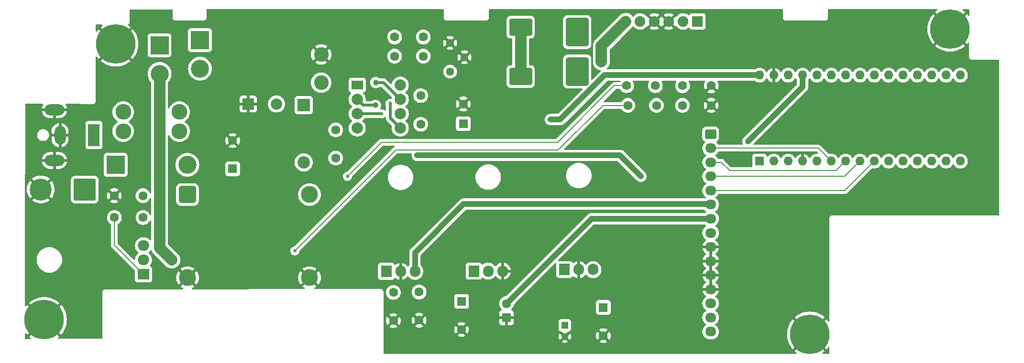
<source format=gbl>
G04 #@! TF.GenerationSoftware,KiCad,Pcbnew,8.0.6*
G04 #@! TF.CreationDate,2024-11-24T17:36:23-06:00*
G04 #@! TF.ProjectId,1400-PSU,31343030-2d50-4535-952e-6b696361645f,rev?*
G04 #@! TF.SameCoordinates,Original*
G04 #@! TF.FileFunction,Copper,L2,Bot*
G04 #@! TF.FilePolarity,Positive*
%FSLAX46Y46*%
G04 Gerber Fmt 4.6, Leading zero omitted, Abs format (unit mm)*
G04 Created by KiCad (PCBNEW 8.0.6) date 2024-11-24 17:36:23*
%MOMM*%
%LPD*%
G01*
G04 APERTURE LIST*
G04 Aperture macros list*
%AMRoundRect*
0 Rectangle with rounded corners*
0 $1 Rounding radius*
0 $2 $3 $4 $5 $6 $7 $8 $9 X,Y pos of 4 corners*
0 Add a 4 corners polygon primitive as box body*
4,1,4,$2,$3,$4,$5,$6,$7,$8,$9,$2,$3,0*
0 Add four circle primitives for the rounded corners*
1,1,$1+$1,$2,$3*
1,1,$1+$1,$4,$5*
1,1,$1+$1,$6,$7*
1,1,$1+$1,$8,$9*
0 Add four rect primitives between the rounded corners*
20,1,$1+$1,$2,$3,$4,$5,0*
20,1,$1+$1,$4,$5,$6,$7,0*
20,1,$1+$1,$6,$7,$8,$9,0*
20,1,$1+$1,$8,$9,$2,$3,0*%
G04 Aperture macros list end*
G04 #@! TA.AperFunction,ComponentPad*
%ADD10C,3.900000*%
G04 #@! TD*
G04 #@! TA.AperFunction,ConnectorPad*
%ADD11C,7.000000*%
G04 #@! TD*
G04 #@! TA.AperFunction,ComponentPad*
%ADD12R,2.000000X4.000000*%
G04 #@! TD*
G04 #@! TA.AperFunction,ComponentPad*
%ADD13O,2.000000X3.300000*%
G04 #@! TD*
G04 #@! TA.AperFunction,ComponentPad*
%ADD14O,3.500000X2.000000*%
G04 #@! TD*
G04 #@! TA.AperFunction,ComponentPad*
%ADD15C,1.600000*%
G04 #@! TD*
G04 #@! TA.AperFunction,ComponentPad*
%ADD16R,1.600000X1.600000*%
G04 #@! TD*
G04 #@! TA.AperFunction,ComponentPad*
%ADD17R,2.200000X2.200000*%
G04 #@! TD*
G04 #@! TA.AperFunction,ComponentPad*
%ADD18O,2.200000X2.200000*%
G04 #@! TD*
G04 #@! TA.AperFunction,ComponentPad*
%ADD19C,2.600000*%
G04 #@! TD*
G04 #@! TA.AperFunction,ComponentPad*
%ADD20R,2.000000X1.905000*%
G04 #@! TD*
G04 #@! TA.AperFunction,ComponentPad*
%ADD21O,2.000000X1.905000*%
G04 #@! TD*
G04 #@! TA.AperFunction,ComponentPad*
%ADD22RoundRect,0.250000X-0.725000X0.600000X-0.725000X-0.600000X0.725000X-0.600000X0.725000X0.600000X0*%
G04 #@! TD*
G04 #@! TA.AperFunction,ComponentPad*
%ADD23O,1.950000X1.700000*%
G04 #@! TD*
G04 #@! TA.AperFunction,ComponentPad*
%ADD24R,3.200000X3.200000*%
G04 #@! TD*
G04 #@! TA.AperFunction,ComponentPad*
%ADD25O,3.200000X3.200000*%
G04 #@! TD*
G04 #@! TA.AperFunction,ComponentPad*
%ADD26R,2.000000X2.000000*%
G04 #@! TD*
G04 #@! TA.AperFunction,ComponentPad*
%ADD27C,2.000000*%
G04 #@! TD*
G04 #@! TA.AperFunction,ComponentPad*
%ADD28R,2.000000X1.600000*%
G04 #@! TD*
G04 #@! TA.AperFunction,ComponentPad*
%ADD29O,1.600000X1.600000*%
G04 #@! TD*
G04 #@! TA.AperFunction,ComponentPad*
%ADD30R,1.200000X1.200000*%
G04 #@! TD*
G04 #@! TA.AperFunction,ComponentPad*
%ADD31C,1.200000*%
G04 #@! TD*
G04 #@! TA.AperFunction,ComponentPad*
%ADD32C,2.780000*%
G04 #@! TD*
G04 #@! TA.AperFunction,ComponentPad*
%ADD33R,1.905000X1.905000*%
G04 #@! TD*
G04 #@! TA.AperFunction,ComponentPad*
%ADD34C,1.905000*%
G04 #@! TD*
G04 #@! TA.AperFunction,ComponentPad*
%ADD35RoundRect,0.375000X-1.125000X-1.125000X1.125000X-1.125000X1.125000X1.125000X-1.125000X1.125000X0*%
G04 #@! TD*
G04 #@! TA.AperFunction,ComponentPad*
%ADD36C,3.000000*%
G04 #@! TD*
G04 #@! TA.AperFunction,ComponentPad*
%ADD37C,1.440000*%
G04 #@! TD*
G04 #@! TA.AperFunction,ComponentPad*
%ADD38RoundRect,0.333333X1.666667X2.166667X-1.666667X2.166667X-1.666667X-2.166667X1.666667X-2.166667X0*%
G04 #@! TD*
G04 #@! TA.AperFunction,ComponentPad*
%ADD39RoundRect,0.250000X1.750000X1.250000X-1.750000X1.250000X-1.750000X-1.250000X1.750000X-1.250000X0*%
G04 #@! TD*
G04 #@! TA.AperFunction,ComponentPad*
%ADD40RoundRect,0.250002X1.699998X1.699998X-1.699998X1.699998X-1.699998X-1.699998X1.699998X-1.699998X0*%
G04 #@! TD*
G04 #@! TA.AperFunction,ComponentPad*
%ADD41R,1.905000X2.000000*%
G04 #@! TD*
G04 #@! TA.AperFunction,ComponentPad*
%ADD42O,1.905000X2.000000*%
G04 #@! TD*
G04 #@! TA.AperFunction,ViaPad*
%ADD43C,1.000000*%
G04 #@! TD*
G04 #@! TA.AperFunction,ViaPad*
%ADD44C,0.600000*%
G04 #@! TD*
G04 #@! TA.AperFunction,ViaPad*
%ADD45C,2.000000*%
G04 #@! TD*
G04 #@! TA.AperFunction,Conductor*
%ADD46C,1.000000*%
G04 #@! TD*
G04 #@! TA.AperFunction,Conductor*
%ADD47C,0.200000*%
G04 #@! TD*
G04 #@! TA.AperFunction,Conductor*
%ADD48C,0.500000*%
G04 #@! TD*
G04 #@! TA.AperFunction,Conductor*
%ADD49C,2.000000*%
G04 #@! TD*
G04 APERTURE END LIST*
D10*
X197540000Y-117690000D03*
D11*
X197540000Y-117690000D03*
D12*
X70850000Y-82390000D03*
D13*
X64850000Y-82390000D03*
D14*
X63850000Y-77890000D03*
X63850000Y-86890000D03*
D15*
X128400000Y-110210000D03*
X128400000Y-115210000D03*
X74455000Y-97000000D03*
X79535000Y-97000000D03*
D16*
X95390000Y-88360000D03*
D15*
X95390000Y-83360000D03*
D16*
X143880000Y-114770000D03*
D15*
X143880000Y-112270000D03*
D17*
X107990000Y-77070000D03*
D18*
X107990000Y-87230000D03*
D19*
X111070000Y-68100000D03*
X111070000Y-73100000D03*
D20*
X79610000Y-107060000D03*
D21*
X79610000Y-104520000D03*
X79610000Y-101980000D03*
D15*
X165145000Y-73630000D03*
X170225000Y-73630000D03*
D16*
X136240000Y-80372651D03*
D15*
X136240000Y-76872651D03*
D16*
X135910000Y-111867349D03*
D15*
X135910000Y-116867349D03*
D22*
X180020000Y-82230000D03*
D23*
X180020000Y-84730000D03*
X180020000Y-87230000D03*
X180020000Y-89730000D03*
X180020000Y-92230000D03*
X180020000Y-94730000D03*
X180020000Y-97230000D03*
X180020000Y-99730000D03*
X180020000Y-102230000D03*
X180020000Y-104730000D03*
X180020000Y-107230000D03*
X180020000Y-109730000D03*
X180020000Y-112230000D03*
X180020000Y-114730000D03*
X180020000Y-117230000D03*
D15*
X123860000Y-110280000D03*
X123860000Y-115280000D03*
X175045000Y-73640000D03*
X180125000Y-73640000D03*
D10*
X62030000Y-115120000D03*
D11*
X62030000Y-115120000D03*
D24*
X74680000Y-87670000D03*
D25*
X87380000Y-87670000D03*
D15*
X165345000Y-77130000D03*
X170425000Y-77130000D03*
X128700000Y-75395000D03*
X128700000Y-80475000D03*
D10*
X74690000Y-66250000D03*
D11*
X74690000Y-66250000D03*
D15*
X79520000Y-93130000D03*
X74440000Y-93130000D03*
X129145000Y-68400000D03*
X124065000Y-68400000D03*
D26*
X98160000Y-76880000D03*
D27*
X103160000Y-76880000D03*
D24*
X89620000Y-65540000D03*
D25*
X89620000Y-70620000D03*
D28*
X117455000Y-73530000D03*
D27*
X117455000Y-76070000D03*
X117455000Y-78610000D03*
X117455000Y-81150000D03*
X125075000Y-81150000D03*
X125075000Y-78610000D03*
X125075000Y-76070000D03*
X125075000Y-73530000D03*
D16*
X188670000Y-87010000D03*
D29*
X191210000Y-87010000D03*
X193750000Y-87010000D03*
X196290000Y-87010000D03*
X198830000Y-87010000D03*
X201370000Y-87010000D03*
X203910000Y-87010000D03*
X206450000Y-87010000D03*
X208990000Y-87010000D03*
X211530000Y-87010000D03*
X214070000Y-87010000D03*
X216610000Y-87010000D03*
X219150000Y-87010000D03*
X221690000Y-87010000D03*
X224230000Y-87010000D03*
X224230000Y-71770000D03*
X221690000Y-71770000D03*
X219150000Y-71770000D03*
X216610000Y-71770000D03*
X214070000Y-71770000D03*
X211530000Y-71770000D03*
X208990000Y-71770000D03*
X206450000Y-71770000D03*
X203910000Y-71770000D03*
X201370000Y-71770000D03*
X198830000Y-71770000D03*
X196290000Y-71770000D03*
X193750000Y-71770000D03*
X191210000Y-71770000D03*
X188670000Y-71770000D03*
D10*
X222390000Y-63590000D03*
D11*
X222390000Y-63590000D03*
D30*
X154180000Y-116110000D03*
D31*
X154180000Y-118110000D03*
D32*
X85940000Y-81700000D03*
X85940000Y-78300000D03*
X76020000Y-81700000D03*
X76020000Y-78300000D03*
D15*
X113640000Y-81470000D03*
X113640000Y-86470000D03*
D33*
X177680000Y-62250000D03*
D34*
X175140000Y-62250000D03*
X172600000Y-62250000D03*
X170060000Y-62250000D03*
X167520000Y-62250000D03*
X164980000Y-62250000D03*
D24*
X82460000Y-66470000D03*
D25*
X82460000Y-71550000D03*
D35*
X87410000Y-92940000D03*
D36*
X87410000Y-107672000D03*
X109000000Y-107672000D03*
X109000000Y-92940000D03*
D16*
X161010000Y-112957349D03*
D15*
X161010000Y-117957349D03*
X129145000Y-65000000D03*
X124065000Y-65000000D03*
X175030000Y-77130000D03*
X180110000Y-77130000D03*
D37*
X133890000Y-66060000D03*
X136430000Y-68600000D03*
X133890000Y-71140000D03*
D38*
X156390000Y-71135000D03*
D39*
X146390000Y-72010000D03*
D38*
X156390000Y-64135000D03*
D39*
X146390000Y-63260000D03*
D40*
X69230000Y-92040000D03*
D10*
X61430000Y-92040000D03*
D41*
X138100000Y-106510000D03*
D42*
X140640000Y-106510000D03*
X143180000Y-106510000D03*
D41*
X154130000Y-106240000D03*
D42*
X156670000Y-106240000D03*
X159210000Y-106240000D03*
D41*
X122590000Y-106550000D03*
D42*
X125130000Y-106550000D03*
X127670000Y-106550000D03*
D43*
X186600000Y-83520000D03*
D44*
X121800000Y-78610000D03*
D43*
X120670000Y-77120000D03*
X120720000Y-73080000D03*
D44*
X123280000Y-76780000D03*
D43*
X167660000Y-89690000D03*
X128070000Y-86010000D03*
D45*
X160670000Y-69400000D03*
D44*
X106420000Y-102920000D03*
D43*
X151657437Y-79642563D03*
D45*
X84620000Y-104520000D03*
D44*
X115730000Y-89700000D03*
D46*
X196290000Y-73830000D02*
X196290000Y-71770000D01*
X186600000Y-83520000D02*
X196290000Y-73830000D01*
D47*
X74455000Y-101905000D02*
X79610000Y-107060000D01*
X74455000Y-97000000D02*
X74455000Y-101905000D01*
D48*
X121800000Y-78610000D02*
X117455000Y-78610000D01*
X120670000Y-77120000D02*
X118505000Y-77120000D01*
X118505000Y-77120000D02*
X117455000Y-76070000D01*
X122085000Y-73080000D02*
X120720000Y-73080000D01*
X125075000Y-76070000D02*
X122085000Y-73080000D01*
X123280000Y-79355000D02*
X123280000Y-76780000D01*
X125075000Y-81150000D02*
X123280000Y-79355000D01*
D46*
X128070000Y-86010000D02*
X163980000Y-86010000D01*
X163980000Y-86010000D02*
X167660000Y-89690000D01*
D47*
X180020000Y-84730000D02*
X199090000Y-84730000D01*
X199090000Y-84730000D02*
X201370000Y-87010000D01*
X203770000Y-92230000D02*
X208990000Y-87010000D01*
X180020000Y-92230000D02*
X203770000Y-92230000D01*
X202210000Y-88710000D02*
X183400000Y-88710000D01*
X181920000Y-87230000D02*
X180020000Y-87230000D01*
X203910000Y-87010000D02*
X202210000Y-88710000D01*
X183400000Y-88710000D02*
X181920000Y-87230000D01*
X203730000Y-89730000D02*
X206450000Y-87010000D01*
X180020000Y-89730000D02*
X203730000Y-89730000D01*
D46*
X136280000Y-94630000D02*
X127670000Y-103240000D01*
X127670000Y-103240000D02*
X127670000Y-106550000D01*
X179920000Y-94630000D02*
X180020000Y-94730000D01*
X136280000Y-94630000D02*
X179920000Y-94630000D01*
X180020000Y-97230000D02*
X158920000Y-97230000D01*
X158920000Y-97230000D02*
X143880000Y-112270000D01*
D49*
X160670000Y-69400000D02*
X160670000Y-66560000D01*
X160670000Y-66560000D02*
X164980000Y-62250000D01*
D47*
X160950000Y-77130000D02*
X153050000Y-85030000D01*
X153050000Y-85030000D02*
X124310000Y-85030000D01*
X165345000Y-77130000D02*
X160950000Y-77130000D01*
X124310000Y-85030000D02*
X106420000Y-102920000D01*
D46*
X188670000Y-71770000D02*
X161270000Y-71770000D01*
X161270000Y-71770000D02*
X153397437Y-79642563D01*
X153397437Y-79642563D02*
X151657437Y-79642563D01*
X188800000Y-71900000D02*
X188670000Y-71770000D01*
D49*
X146390000Y-63260000D02*
X146390000Y-72010000D01*
X82460000Y-102360000D02*
X84620000Y-104520000D01*
X82460000Y-71550000D02*
X82460000Y-102360000D01*
D47*
X79535000Y-93145000D02*
X79520000Y-93130000D01*
X162950000Y-73630000D02*
X152910000Y-83670000D01*
X165145000Y-73630000D02*
X162950000Y-73630000D01*
X121760000Y-83670000D02*
X115730000Y-89700000D01*
X152910000Y-83670000D02*
X121760000Y-83670000D01*
G04 #@! TA.AperFunction,Conductor*
G36*
X180270000Y-109325854D02*
G01*
X180203343Y-109287370D01*
X180082535Y-109255000D01*
X179957465Y-109255000D01*
X179836657Y-109287370D01*
X179770000Y-109325854D01*
X179770000Y-107634145D01*
X179836657Y-107672630D01*
X179957465Y-107705000D01*
X180082535Y-107705000D01*
X180203343Y-107672630D01*
X180270000Y-107634145D01*
X180270000Y-109325854D01*
G37*
G04 #@! TD.AperFunction*
G04 #@! TA.AperFunction,Conductor*
G36*
X180270000Y-106825854D02*
G01*
X180203343Y-106787370D01*
X180082535Y-106755000D01*
X179957465Y-106755000D01*
X179836657Y-106787370D01*
X179770000Y-106825854D01*
X179770000Y-105134145D01*
X179836657Y-105172630D01*
X179957465Y-105205000D01*
X180082535Y-105205000D01*
X180203343Y-105172630D01*
X180270000Y-105134145D01*
X180270000Y-106825854D01*
G37*
G04 #@! TD.AperFunction*
G04 #@! TA.AperFunction,Conductor*
G36*
X180270000Y-104325854D02*
G01*
X180203343Y-104287370D01*
X180082535Y-104255000D01*
X179957465Y-104255000D01*
X179836657Y-104287370D01*
X179770000Y-104325854D01*
X179770000Y-102634145D01*
X179836657Y-102672630D01*
X179957465Y-102705000D01*
X180082535Y-102705000D01*
X180203343Y-102672630D01*
X180270000Y-102634145D01*
X180270000Y-104325854D01*
G37*
G04 #@! TD.AperFunction*
G04 #@! TA.AperFunction,Conductor*
G36*
X198856942Y-85350185D02*
G01*
X198877584Y-85366819D01*
X199011336Y-85500571D01*
X199044821Y-85561894D01*
X199039837Y-85631586D01*
X198997965Y-85687519D01*
X198932501Y-85711936D01*
X198912848Y-85711780D01*
X198830002Y-85704532D01*
X198829998Y-85704532D01*
X198603313Y-85724364D01*
X198603302Y-85724366D01*
X198383511Y-85783258D01*
X198383502Y-85783261D01*
X198177267Y-85879431D01*
X198177265Y-85879432D01*
X197990858Y-86009954D01*
X197829954Y-86170858D01*
X197702215Y-86353291D01*
X197699432Y-86357266D01*
X197699315Y-86357518D01*
X197672106Y-86415867D01*
X197625933Y-86468306D01*
X197558739Y-86487457D01*
X197491858Y-86467241D01*
X197447342Y-86415865D01*
X197420135Y-86357520D01*
X197420134Y-86357518D01*
X197289657Y-86171179D01*
X197128820Y-86010342D01*
X196942482Y-85879865D01*
X196736328Y-85783734D01*
X196540000Y-85731127D01*
X196540000Y-86576988D01*
X196482993Y-86544075D01*
X196355826Y-86510000D01*
X196224174Y-86510000D01*
X196097007Y-86544075D01*
X196040000Y-86576988D01*
X196040000Y-85731127D01*
X195843671Y-85783734D01*
X195637517Y-85879865D01*
X195451179Y-86010342D01*
X195290342Y-86171179D01*
X195159867Y-86357515D01*
X195132657Y-86415867D01*
X195086484Y-86468306D01*
X195019290Y-86487457D01*
X194952409Y-86467241D01*
X194907893Y-86415865D01*
X194880685Y-86357518D01*
X194880568Y-86357266D01*
X194750047Y-86170861D01*
X194750045Y-86170858D01*
X194589141Y-86009954D01*
X194402734Y-85879432D01*
X194402732Y-85879431D01*
X194196497Y-85783261D01*
X194196488Y-85783258D01*
X193976697Y-85724366D01*
X193976693Y-85724365D01*
X193976692Y-85724365D01*
X193976691Y-85724364D01*
X193976686Y-85724364D01*
X193750002Y-85704532D01*
X193749998Y-85704532D01*
X193523313Y-85724364D01*
X193523302Y-85724366D01*
X193303511Y-85783258D01*
X193303502Y-85783261D01*
X193097267Y-85879431D01*
X193097265Y-85879432D01*
X192910858Y-86009954D01*
X192749954Y-86170858D01*
X192619432Y-86357265D01*
X192619431Y-86357267D01*
X192592382Y-86415275D01*
X192546209Y-86467714D01*
X192479016Y-86486866D01*
X192412135Y-86466650D01*
X192367618Y-86415275D01*
X192340686Y-86357520D01*
X192340568Y-86357266D01*
X192210047Y-86170861D01*
X192210045Y-86170858D01*
X192049141Y-86009954D01*
X191862734Y-85879432D01*
X191862732Y-85879431D01*
X191656497Y-85783261D01*
X191656488Y-85783258D01*
X191436697Y-85724366D01*
X191436693Y-85724365D01*
X191436692Y-85724365D01*
X191436691Y-85724364D01*
X191436686Y-85724364D01*
X191210002Y-85704532D01*
X191209998Y-85704532D01*
X190983313Y-85724364D01*
X190983302Y-85724366D01*
X190763511Y-85783258D01*
X190763502Y-85783261D01*
X190557267Y-85879431D01*
X190557265Y-85879432D01*
X190370858Y-86009954D01*
X190209954Y-86170858D01*
X190192725Y-86195464D01*
X190138147Y-86239088D01*
X190068648Y-86246280D01*
X190006294Y-86214757D01*
X189970882Y-86154526D01*
X189967861Y-86137591D01*
X189964091Y-86102516D01*
X189913797Y-85967671D01*
X189913793Y-85967664D01*
X189827547Y-85852455D01*
X189827544Y-85852452D01*
X189712335Y-85766206D01*
X189712328Y-85766202D01*
X189577482Y-85715908D01*
X189577483Y-85715908D01*
X189517883Y-85709501D01*
X189517881Y-85709500D01*
X189517873Y-85709500D01*
X189517864Y-85709500D01*
X187822129Y-85709500D01*
X187822123Y-85709501D01*
X187762516Y-85715908D01*
X187627671Y-85766202D01*
X187627664Y-85766206D01*
X187512455Y-85852452D01*
X187512452Y-85852455D01*
X187426206Y-85967664D01*
X187426202Y-85967671D01*
X187375908Y-86102517D01*
X187369501Y-86162116D01*
X187369500Y-86162135D01*
X187369500Y-87857870D01*
X187369501Y-87857876D01*
X187375909Y-87917485D01*
X187385115Y-87942168D01*
X187390099Y-88011860D01*
X187356613Y-88073182D01*
X187295289Y-88106667D01*
X187268933Y-88109500D01*
X183700097Y-88109500D01*
X183633058Y-88089815D01*
X183612416Y-88073181D01*
X182407590Y-86868355D01*
X182407588Y-86868352D01*
X182288717Y-86749481D01*
X182288709Y-86749475D01*
X182164968Y-86678034D01*
X182164965Y-86678033D01*
X182151785Y-86670423D01*
X181999057Y-86629499D01*
X181840943Y-86629499D01*
X181833347Y-86629499D01*
X181833331Y-86629500D01*
X181430719Y-86629500D01*
X181363680Y-86609815D01*
X181320235Y-86561795D01*
X181300052Y-86522185D01*
X181300051Y-86522184D01*
X181175109Y-86350213D01*
X181024792Y-86199896D01*
X180984824Y-86170858D01*
X180860204Y-86080316D01*
X180817540Y-86024989D01*
X180811561Y-85955376D01*
X180844166Y-85893580D01*
X180860199Y-85879686D01*
X181024792Y-85760104D01*
X181175104Y-85609792D01*
X181175106Y-85609788D01*
X181175109Y-85609786D01*
X181254947Y-85499897D01*
X181300051Y-85437816D01*
X181305596Y-85426934D01*
X181320235Y-85398205D01*
X181368209Y-85347409D01*
X181430719Y-85330500D01*
X198789903Y-85330500D01*
X198856942Y-85350185D01*
G37*
G04 #@! TD.AperFunction*
G04 #@! TA.AperFunction,Conductor*
G36*
X192729471Y-60073930D02*
G01*
X192775235Y-60126726D01*
X192786450Y-60178257D01*
X192786450Y-61572862D01*
X192786355Y-61638226D01*
X192786388Y-61638472D01*
X192786403Y-61638589D01*
X192786448Y-61638938D01*
X192803321Y-61701908D01*
X192803366Y-61702078D01*
X192820281Y-61765569D01*
X192820282Y-61765571D01*
X192820400Y-61765858D01*
X192820550Y-61766223D01*
X192853110Y-61822618D01*
X192853199Y-61822772D01*
X192886010Y-61879792D01*
X192886443Y-61880358D01*
X192912602Y-61906516D01*
X192932537Y-61926451D01*
X192965981Y-61959991D01*
X192979063Y-61973110D01*
X192979195Y-61973211D01*
X192979343Y-61973324D01*
X192979637Y-61973551D01*
X192997653Y-61983952D01*
X193036143Y-62006174D01*
X193093098Y-62039166D01*
X193093104Y-62039167D01*
X193093716Y-62039422D01*
X193093759Y-62039439D01*
X193093764Y-62039442D01*
X193156866Y-62056349D01*
X193157021Y-62056444D01*
X193157035Y-62056395D01*
X193172774Y-62060636D01*
X193220343Y-62073455D01*
X193220346Y-62073455D01*
X193221056Y-62073549D01*
X193221058Y-62073550D01*
X193221060Y-62073550D01*
X193286838Y-62073550D01*
X200212540Y-62083444D01*
X200219558Y-62083892D01*
X200234514Y-62083817D01*
X200287498Y-62083553D01*
X200288005Y-62083552D01*
X200352127Y-62083644D01*
X200352127Y-62083643D01*
X200352200Y-62083644D01*
X200353271Y-62083498D01*
X200354066Y-62083392D01*
X200355253Y-62083237D01*
X200355329Y-62083216D01*
X200355331Y-62083216D01*
X200417056Y-62066347D01*
X200417513Y-62066223D01*
X200479469Y-62049718D01*
X200479470Y-62049717D01*
X200479531Y-62049701D01*
X200480536Y-62049280D01*
X200481238Y-62048988D01*
X200482386Y-62048513D01*
X200482448Y-62048476D01*
X200482454Y-62048475D01*
X200537690Y-62016216D01*
X200538186Y-62015928D01*
X200593691Y-61983989D01*
X200593692Y-61983987D01*
X200593754Y-61983952D01*
X200594633Y-61983271D01*
X200595272Y-61982779D01*
X200596203Y-61982066D01*
X200604859Y-61973324D01*
X200641246Y-61936572D01*
X200641710Y-61936105D01*
X200687010Y-61890936D01*
X200687011Y-61890933D01*
X200687059Y-61890886D01*
X200687836Y-61889864D01*
X200688288Y-61889274D01*
X200688942Y-61888423D01*
X200688972Y-61888369D01*
X200688974Y-61888368D01*
X200720715Y-61832752D01*
X200721085Y-61832110D01*
X200726494Y-61822772D01*
X200753065Y-61776902D01*
X200753065Y-61776899D01*
X200753099Y-61776842D01*
X200753579Y-61775669D01*
X200753860Y-61774986D01*
X200754281Y-61773972D01*
X200754296Y-61773914D01*
X200754297Y-61773913D01*
X200770643Y-61711672D01*
X200787355Y-61649657D01*
X200787355Y-61649653D01*
X200787373Y-61649587D01*
X200787529Y-61648357D01*
X200787632Y-61647569D01*
X200787772Y-61646512D01*
X200787772Y-61646451D01*
X200787452Y-61582339D01*
X200787451Y-61581720D01*
X200787549Y-61513856D01*
X200787077Y-61506863D01*
X200780567Y-60198406D01*
X200799917Y-60131270D01*
X200852493Y-60085253D01*
X200904608Y-60073790D01*
X220031049Y-60081141D01*
X220098078Y-60100850D01*
X220143812Y-60153672D01*
X220153729Y-60222834D01*
X220124680Y-60286379D01*
X220104865Y-60304738D01*
X219849368Y-60494228D01*
X219743622Y-60590069D01*
X221341934Y-62188381D01*
X221233669Y-62271457D01*
X221071457Y-62433669D01*
X220988382Y-62541934D01*
X219390069Y-60943622D01*
X219294228Y-61049368D01*
X219060109Y-61365041D01*
X218858062Y-61702135D01*
X218690023Y-62057424D01*
X218690016Y-62057440D01*
X218557625Y-62427450D01*
X218462129Y-62808691D01*
X218404461Y-63197449D01*
X218385176Y-63590000D01*
X218404461Y-63982550D01*
X218462129Y-64371308D01*
X218557625Y-64752549D01*
X218690016Y-65122559D01*
X218690023Y-65122575D01*
X218858062Y-65477864D01*
X219060109Y-65814958D01*
X219294228Y-66130632D01*
X219390068Y-66236376D01*
X219390069Y-66236376D01*
X220988381Y-64638064D01*
X221071457Y-64746331D01*
X221233669Y-64908543D01*
X221341934Y-64991617D01*
X219743622Y-66589929D01*
X219743622Y-66589930D01*
X219849367Y-66685771D01*
X220165041Y-66919890D01*
X220502135Y-67121937D01*
X220857424Y-67289976D01*
X220857440Y-67289983D01*
X221227450Y-67422374D01*
X221608691Y-67517870D01*
X221997449Y-67575538D01*
X222390000Y-67594823D01*
X222782550Y-67575538D01*
X223171308Y-67517870D01*
X223552549Y-67422374D01*
X223922559Y-67289983D01*
X223922575Y-67289976D01*
X224277864Y-67121937D01*
X224614958Y-66919890D01*
X224930632Y-66685770D01*
X225036376Y-66589929D01*
X223438065Y-64991618D01*
X223546331Y-64908543D01*
X223708543Y-64746331D01*
X223791618Y-64638065D01*
X225389929Y-66236376D01*
X225485774Y-66130628D01*
X225550996Y-66042686D01*
X225606742Y-66000565D01*
X225676410Y-65995269D01*
X225737882Y-66028480D01*
X225771641Y-66089653D01*
X225774593Y-66116967D01*
X225766698Y-68477579D01*
X225766450Y-68481289D01*
X225766450Y-68487158D01*
X225766450Y-68552086D01*
X225766428Y-68558629D01*
X225766231Y-68617284D01*
X225766278Y-68617639D01*
X225766328Y-68618020D01*
X225766442Y-68618914D01*
X225783249Y-68681640D01*
X225783355Y-68682038D01*
X225799922Y-68744703D01*
X225800215Y-68745410D01*
X225800356Y-68745750D01*
X225800549Y-68746220D01*
X225800557Y-68746235D01*
X225800558Y-68746236D01*
X225833085Y-68802574D01*
X225858247Y-68846496D01*
X225865433Y-68859038D01*
X225865796Y-68859512D01*
X225866044Y-68859836D01*
X225866437Y-68860352D01*
X225912088Y-68906002D01*
X225912381Y-68906296D01*
X225958310Y-68952533D01*
X225958692Y-68952826D01*
X225959008Y-68953069D01*
X225959614Y-68953537D01*
X225959635Y-68953549D01*
X225959636Y-68953550D01*
X225992876Y-68972741D01*
X226015773Y-68985961D01*
X226016060Y-68986127D01*
X226072205Y-69018793D01*
X226072207Y-69018793D01*
X226072220Y-69018801D01*
X226072868Y-69019070D01*
X226073160Y-69019191D01*
X226073756Y-69019439D01*
X226073761Y-69019440D01*
X226073764Y-69019442D01*
X226136340Y-69036208D01*
X226136670Y-69036298D01*
X226199391Y-69053329D01*
X226199900Y-69053397D01*
X226200228Y-69053440D01*
X226201045Y-69053550D01*
X226201058Y-69053550D01*
X226265907Y-69053550D01*
X226266321Y-69053550D01*
X226331168Y-69053768D01*
X226331170Y-69053767D01*
X226337059Y-69053787D01*
X226340781Y-69053550D01*
X230932792Y-69053550D01*
X230999831Y-69073235D01*
X231045586Y-69126039D01*
X231056791Y-69177481D01*
X231071014Y-95122229D01*
X231071050Y-95186881D01*
X231071050Y-95187244D01*
X231067930Y-96499259D01*
X231048086Y-96566251D01*
X230995173Y-96611881D01*
X230944013Y-96622964D01*
X201546768Y-96642550D01*
X201481042Y-96642550D01*
X201480742Y-96642589D01*
X201417476Y-96659586D01*
X201417399Y-96659606D01*
X201353745Y-96676663D01*
X201353471Y-96676776D01*
X201296574Y-96709676D01*
X201276567Y-96721226D01*
X201239622Y-96742557D01*
X201239375Y-96742747D01*
X201192806Y-96789379D01*
X201146440Y-96835745D01*
X201146401Y-96835797D01*
X201146251Y-96835991D01*
X201113282Y-96893183D01*
X201113242Y-96893251D01*
X201080550Y-96949877D01*
X201080532Y-96949922D01*
X201080430Y-96950167D01*
X201063355Y-97014064D01*
X201063334Y-97014143D01*
X201046449Y-97077157D01*
X201046439Y-97077239D01*
X201046406Y-97077487D01*
X201046450Y-97143384D01*
X201046450Y-115327750D01*
X201026765Y-115394789D01*
X200973961Y-115440544D01*
X200904803Y-115450488D01*
X200841247Y-115421463D01*
X200822852Y-115401617D01*
X200635771Y-115149367D01*
X200539930Y-115043622D01*
X200539929Y-115043622D01*
X198941617Y-116641934D01*
X198858543Y-116533669D01*
X198696331Y-116371457D01*
X198588065Y-116288381D01*
X200186376Y-114690069D01*
X200186376Y-114690068D01*
X200080632Y-114594228D01*
X199764958Y-114360109D01*
X199427864Y-114158062D01*
X199072575Y-113990023D01*
X199072559Y-113990016D01*
X198702549Y-113857625D01*
X198321308Y-113762129D01*
X197932550Y-113704461D01*
X197540000Y-113685176D01*
X197147449Y-113704461D01*
X196758691Y-113762129D01*
X196377450Y-113857625D01*
X196007440Y-113990016D01*
X196007424Y-113990023D01*
X195652135Y-114158062D01*
X195315041Y-114360109D01*
X194999368Y-114594228D01*
X194893622Y-114690069D01*
X196491934Y-116288381D01*
X196383669Y-116371457D01*
X196221457Y-116533669D01*
X196138382Y-116641934D01*
X194540069Y-115043622D01*
X194444228Y-115149368D01*
X194210109Y-115465041D01*
X194008062Y-115802135D01*
X193840023Y-116157424D01*
X193840016Y-116157440D01*
X193707625Y-116527450D01*
X193612129Y-116908691D01*
X193554461Y-117297449D01*
X193535176Y-117690000D01*
X193554461Y-118082550D01*
X193612129Y-118471308D01*
X193707625Y-118852549D01*
X193840016Y-119222559D01*
X193840023Y-119222575D01*
X194008062Y-119577864D01*
X194210109Y-119914958D01*
X194444228Y-120230632D01*
X194540068Y-120336376D01*
X194540069Y-120336376D01*
X196138381Y-118738064D01*
X196221457Y-118846331D01*
X196383669Y-119008543D01*
X196491934Y-119091617D01*
X194893622Y-120689929D01*
X194893622Y-120689930D01*
X194999370Y-120785774D01*
X194999374Y-120785777D01*
X195208604Y-120940952D01*
X195250725Y-120996698D01*
X195256021Y-121066367D01*
X195222810Y-121127839D01*
X195161637Y-121161597D01*
X195134738Y-121164550D01*
X122211450Y-121164550D01*
X122144411Y-121144865D01*
X122098656Y-121092061D01*
X122087450Y-121040550D01*
X122087450Y-119044240D01*
X153599311Y-119044240D01*
X153687585Y-119098897D01*
X153877678Y-119172539D01*
X154078072Y-119210000D01*
X154281928Y-119210000D01*
X154482322Y-119172539D01*
X154672412Y-119098899D01*
X154672416Y-119098897D01*
X154760686Y-119044241D01*
X154760686Y-119044240D01*
X154180001Y-118463553D01*
X154180000Y-118463553D01*
X153599311Y-119044240D01*
X122087450Y-119044240D01*
X122087450Y-116867346D01*
X134605034Y-116867346D01*
X134605034Y-116867351D01*
X134624858Y-117093948D01*
X134624860Y-117093959D01*
X134683730Y-117313666D01*
X134683735Y-117313680D01*
X134779863Y-117519827D01*
X134830974Y-117592821D01*
X135510000Y-116913795D01*
X135510000Y-116920010D01*
X135537259Y-117021743D01*
X135589920Y-117112955D01*
X135664394Y-117187429D01*
X135755606Y-117240090D01*
X135857339Y-117267349D01*
X135863553Y-117267349D01*
X135184526Y-117946374D01*
X135257513Y-117997481D01*
X135257521Y-117997485D01*
X135463668Y-118093613D01*
X135463682Y-118093618D01*
X135683389Y-118152488D01*
X135683400Y-118152490D01*
X135909998Y-118172315D01*
X135910002Y-118172315D01*
X136136599Y-118152490D01*
X136136610Y-118152488D01*
X136295182Y-118109999D01*
X153075287Y-118109999D01*
X153075287Y-118110000D01*
X153094096Y-118312989D01*
X153094097Y-118312992D01*
X153149883Y-118509063D01*
X153149886Y-118509069D01*
X153240751Y-118691551D01*
X153242533Y-118693911D01*
X153826446Y-118110000D01*
X153786950Y-118070504D01*
X153880000Y-118070504D01*
X153880000Y-118149496D01*
X153900444Y-118225796D01*
X153939940Y-118294205D01*
X153995795Y-118350060D01*
X154064204Y-118389556D01*
X154140504Y-118410000D01*
X154219496Y-118410000D01*
X154295796Y-118389556D01*
X154364205Y-118350060D01*
X154420060Y-118294205D01*
X154459556Y-118225796D01*
X154480000Y-118149496D01*
X154480000Y-118109999D01*
X154533553Y-118109999D01*
X154533553Y-118110000D01*
X155117465Y-118693912D01*
X155119247Y-118691553D01*
X155119248Y-118691551D01*
X155210113Y-118509069D01*
X155210116Y-118509063D01*
X155265902Y-118312992D01*
X155265903Y-118312989D01*
X155284713Y-118110000D01*
X155284713Y-118109999D01*
X155270567Y-117957346D01*
X159705034Y-117957346D01*
X159705034Y-117957351D01*
X159724858Y-118183948D01*
X159724860Y-118183959D01*
X159783730Y-118403666D01*
X159783735Y-118403680D01*
X159879863Y-118609827D01*
X159930974Y-118682821D01*
X160610000Y-118003795D01*
X160610000Y-118010010D01*
X160637259Y-118111743D01*
X160689920Y-118202955D01*
X160764394Y-118277429D01*
X160855606Y-118330090D01*
X160957339Y-118357349D01*
X160963553Y-118357349D01*
X160284526Y-119036374D01*
X160357513Y-119087481D01*
X160357521Y-119087485D01*
X160563668Y-119183613D01*
X160563682Y-119183618D01*
X160783389Y-119242488D01*
X160783400Y-119242490D01*
X161009998Y-119262315D01*
X161010002Y-119262315D01*
X161236599Y-119242490D01*
X161236610Y-119242488D01*
X161456317Y-119183618D01*
X161456331Y-119183613D01*
X161662478Y-119087485D01*
X161735471Y-119036373D01*
X161056447Y-118357349D01*
X161062661Y-118357349D01*
X161164394Y-118330090D01*
X161255606Y-118277429D01*
X161330080Y-118202955D01*
X161382741Y-118111743D01*
X161410000Y-118010010D01*
X161410000Y-118003796D01*
X162089024Y-118682820D01*
X162140136Y-118609827D01*
X162236264Y-118403680D01*
X162236269Y-118403666D01*
X162295139Y-118183959D01*
X162295141Y-118183948D01*
X162314966Y-117957351D01*
X162314966Y-117957346D01*
X162295141Y-117730749D01*
X162295139Y-117730738D01*
X162236269Y-117511031D01*
X162236264Y-117511017D01*
X162140136Y-117304870D01*
X162140132Y-117304862D01*
X162089025Y-117231875D01*
X161410000Y-117910900D01*
X161410000Y-117904688D01*
X161382741Y-117802955D01*
X161330080Y-117711743D01*
X161255606Y-117637269D01*
X161164394Y-117584608D01*
X161062661Y-117557349D01*
X161056448Y-117557349D01*
X161735472Y-116878323D01*
X161662478Y-116827212D01*
X161456331Y-116731084D01*
X161456317Y-116731079D01*
X161236610Y-116672209D01*
X161236599Y-116672207D01*
X161010002Y-116652383D01*
X161009998Y-116652383D01*
X160783400Y-116672207D01*
X160783389Y-116672209D01*
X160563682Y-116731079D01*
X160563673Y-116731083D01*
X160357516Y-116827215D01*
X160357512Y-116827217D01*
X160284526Y-116878322D01*
X160284526Y-116878323D01*
X160963553Y-117557349D01*
X160957339Y-117557349D01*
X160855606Y-117584608D01*
X160764394Y-117637269D01*
X160689920Y-117711743D01*
X160637259Y-117802955D01*
X160610000Y-117904688D01*
X160610000Y-117910901D01*
X159930974Y-117231875D01*
X159930973Y-117231875D01*
X159879868Y-117304861D01*
X159879866Y-117304865D01*
X159783734Y-117511022D01*
X159783730Y-117511031D01*
X159724860Y-117730738D01*
X159724858Y-117730749D01*
X159705034Y-117957346D01*
X155270567Y-117957346D01*
X155265903Y-117907010D01*
X155265902Y-117907007D01*
X155210116Y-117710936D01*
X155210113Y-117710930D01*
X155119249Y-117528449D01*
X155119247Y-117528447D01*
X155117465Y-117526087D01*
X154533553Y-118109999D01*
X154480000Y-118109999D01*
X154480000Y-118070504D01*
X154459556Y-117994204D01*
X154420060Y-117925795D01*
X154364205Y-117869940D01*
X154295796Y-117830444D01*
X154219496Y-117810000D01*
X154140504Y-117810000D01*
X154064204Y-117830444D01*
X153995795Y-117869940D01*
X153939940Y-117925795D01*
X153900444Y-117994204D01*
X153880000Y-118070504D01*
X153786950Y-118070504D01*
X153242533Y-117526087D01*
X153240755Y-117528442D01*
X153240754Y-117528443D01*
X153149886Y-117710930D01*
X153149883Y-117710936D01*
X153094097Y-117907007D01*
X153094096Y-117907010D01*
X153075287Y-118109999D01*
X136295182Y-118109999D01*
X136356317Y-118093618D01*
X136356331Y-118093613D01*
X136562478Y-117997485D01*
X136635471Y-117946373D01*
X135956447Y-117267349D01*
X135962661Y-117267349D01*
X136064394Y-117240090D01*
X136155606Y-117187429D01*
X136230080Y-117112955D01*
X136282741Y-117021743D01*
X136310000Y-116920010D01*
X136310000Y-116913796D01*
X136989024Y-117592820D01*
X137040136Y-117519827D01*
X137136264Y-117313680D01*
X137136269Y-117313666D01*
X137195139Y-117093959D01*
X137195141Y-117093948D01*
X137214966Y-116867351D01*
X137214966Y-116867346D01*
X137195141Y-116640749D01*
X137195139Y-116640738D01*
X137136269Y-116421031D01*
X137136264Y-116421017D01*
X137040136Y-116214870D01*
X137040132Y-116214862D01*
X136989025Y-116141875D01*
X136310000Y-116820900D01*
X136310000Y-116814688D01*
X136282741Y-116712955D01*
X136230080Y-116621743D01*
X136155606Y-116547269D01*
X136064394Y-116494608D01*
X135962661Y-116467349D01*
X135956448Y-116467349D01*
X136635472Y-115788323D01*
X136562478Y-115737212D01*
X136356331Y-115641084D01*
X136356317Y-115641079D01*
X136136610Y-115582209D01*
X136136599Y-115582207D01*
X135910002Y-115562383D01*
X135909998Y-115562383D01*
X135683400Y-115582207D01*
X135683389Y-115582209D01*
X135463682Y-115641079D01*
X135463673Y-115641083D01*
X135257516Y-115737215D01*
X135257512Y-115737217D01*
X135184526Y-115788322D01*
X135184526Y-115788323D01*
X135863553Y-116467349D01*
X135857339Y-116467349D01*
X135755606Y-116494608D01*
X135664394Y-116547269D01*
X135589920Y-116621743D01*
X135537259Y-116712955D01*
X135510000Y-116814688D01*
X135510000Y-116820901D01*
X134830974Y-116141875D01*
X134830973Y-116141875D01*
X134779868Y-116214861D01*
X134779866Y-116214865D01*
X134683734Y-116421022D01*
X134683730Y-116421031D01*
X134624860Y-116640738D01*
X134624858Y-116640749D01*
X134605034Y-116867346D01*
X122087450Y-116867346D01*
X122087450Y-115279997D01*
X122555034Y-115279997D01*
X122555034Y-115280002D01*
X122574858Y-115506599D01*
X122574860Y-115506610D01*
X122633730Y-115726317D01*
X122633735Y-115726331D01*
X122729863Y-115932478D01*
X122780974Y-116005472D01*
X123460000Y-115326446D01*
X123460000Y-115332661D01*
X123487259Y-115434394D01*
X123539920Y-115525606D01*
X123614394Y-115600080D01*
X123705606Y-115652741D01*
X123807339Y-115680000D01*
X123813553Y-115680000D01*
X123134526Y-116359025D01*
X123207513Y-116410132D01*
X123207521Y-116410136D01*
X123413668Y-116506264D01*
X123413682Y-116506269D01*
X123633389Y-116565139D01*
X123633400Y-116565141D01*
X123859998Y-116584966D01*
X123860002Y-116584966D01*
X124086599Y-116565141D01*
X124086610Y-116565139D01*
X124306317Y-116506269D01*
X124306331Y-116506264D01*
X124512478Y-116410136D01*
X124585471Y-116359024D01*
X123906447Y-115680000D01*
X123912661Y-115680000D01*
X124014394Y-115652741D01*
X124105606Y-115600080D01*
X124180080Y-115525606D01*
X124232741Y-115434394D01*
X124260000Y-115332661D01*
X124260000Y-115326447D01*
X124939024Y-116005471D01*
X124990136Y-115932478D01*
X125086264Y-115726331D01*
X125086269Y-115726317D01*
X125145139Y-115506610D01*
X125145141Y-115506599D01*
X125164966Y-115280002D01*
X125164966Y-115279997D01*
X125158842Y-115209997D01*
X127095034Y-115209997D01*
X127095034Y-115210002D01*
X127114858Y-115436599D01*
X127114860Y-115436610D01*
X127173730Y-115656317D01*
X127173735Y-115656331D01*
X127269863Y-115862478D01*
X127320974Y-115935472D01*
X128000000Y-115256446D01*
X128000000Y-115262661D01*
X128027259Y-115364394D01*
X128079920Y-115455606D01*
X128154394Y-115530080D01*
X128245606Y-115582741D01*
X128347339Y-115610000D01*
X128353553Y-115610000D01*
X127674526Y-116289025D01*
X127747513Y-116340132D01*
X127747521Y-116340136D01*
X127953668Y-116436264D01*
X127953682Y-116436269D01*
X128173389Y-116495139D01*
X128173400Y-116495141D01*
X128399998Y-116514966D01*
X128400002Y-116514966D01*
X128626599Y-116495141D01*
X128626610Y-116495139D01*
X128846317Y-116436269D01*
X128846331Y-116436264D01*
X129052478Y-116340136D01*
X129125471Y-116289024D01*
X128446447Y-115610000D01*
X128452661Y-115610000D01*
X128554394Y-115582741D01*
X128645606Y-115530080D01*
X128720080Y-115455606D01*
X128772741Y-115364394D01*
X128800000Y-115262661D01*
X128800000Y-115256447D01*
X129479024Y-115935471D01*
X129530136Y-115862478D01*
X129626264Y-115656331D01*
X129626269Y-115656317D01*
X129685139Y-115436610D01*
X129685141Y-115436599D01*
X129704966Y-115210002D01*
X129704966Y-115209997D01*
X129685141Y-114983400D01*
X129685139Y-114983389D01*
X129626269Y-114763682D01*
X129626264Y-114763668D01*
X129530136Y-114557521D01*
X129530132Y-114557513D01*
X129479025Y-114484526D01*
X128800000Y-115163551D01*
X128800000Y-115157339D01*
X128772741Y-115055606D01*
X128720080Y-114964394D01*
X128645606Y-114889920D01*
X128554394Y-114837259D01*
X128452661Y-114810000D01*
X128446448Y-114810000D01*
X129125472Y-114130974D01*
X129052478Y-114079863D01*
X128846331Y-113983735D01*
X128846317Y-113983730D01*
X128626610Y-113924860D01*
X128626599Y-113924858D01*
X128400002Y-113905034D01*
X128399998Y-113905034D01*
X128173400Y-113924858D01*
X128173389Y-113924860D01*
X127953682Y-113983730D01*
X127953673Y-113983734D01*
X127747516Y-114079866D01*
X127747512Y-114079868D01*
X127674526Y-114130973D01*
X127674526Y-114130974D01*
X128353553Y-114810000D01*
X128347339Y-114810000D01*
X128245606Y-114837259D01*
X128154394Y-114889920D01*
X128079920Y-114964394D01*
X128027259Y-115055606D01*
X128000000Y-115157339D01*
X128000000Y-115163552D01*
X127320974Y-114484526D01*
X127320973Y-114484526D01*
X127269868Y-114557512D01*
X127269866Y-114557516D01*
X127173734Y-114763673D01*
X127173730Y-114763682D01*
X127114860Y-114983389D01*
X127114858Y-114983400D01*
X127095034Y-115209997D01*
X125158842Y-115209997D01*
X125145141Y-115053400D01*
X125145139Y-115053389D01*
X125086269Y-114833682D01*
X125086264Y-114833668D01*
X124990136Y-114627521D01*
X124990132Y-114627513D01*
X124939025Y-114554526D01*
X124260000Y-115233551D01*
X124260000Y-115227339D01*
X124232741Y-115125606D01*
X124180080Y-115034394D01*
X124105606Y-114959920D01*
X124014394Y-114907259D01*
X123912661Y-114880000D01*
X123906448Y-114880000D01*
X124585472Y-114200974D01*
X124512478Y-114149863D01*
X124306331Y-114053735D01*
X124306317Y-114053730D01*
X124086610Y-113994860D01*
X124086599Y-113994858D01*
X123860002Y-113975034D01*
X123859998Y-113975034D01*
X123633400Y-113994858D01*
X123633389Y-113994860D01*
X123413682Y-114053730D01*
X123413673Y-114053734D01*
X123207516Y-114149866D01*
X123207512Y-114149868D01*
X123134526Y-114200973D01*
X123134526Y-114200974D01*
X123813553Y-114880000D01*
X123807339Y-114880000D01*
X123705606Y-114907259D01*
X123614394Y-114959920D01*
X123539920Y-115034394D01*
X123487259Y-115125606D01*
X123460000Y-115227339D01*
X123460000Y-115233552D01*
X122780974Y-114554526D01*
X122780973Y-114554526D01*
X122729868Y-114627512D01*
X122729866Y-114627516D01*
X122633734Y-114833673D01*
X122633730Y-114833682D01*
X122574860Y-115053389D01*
X122574858Y-115053400D01*
X122555034Y-115279997D01*
X122087450Y-115279997D01*
X122087450Y-110279998D01*
X122554532Y-110279998D01*
X122554532Y-110280001D01*
X122574364Y-110506686D01*
X122574366Y-110506697D01*
X122633258Y-110726488D01*
X122633261Y-110726497D01*
X122729431Y-110932732D01*
X122729432Y-110932734D01*
X122859954Y-111119141D01*
X123020858Y-111280045D01*
X123067693Y-111312839D01*
X123207266Y-111410568D01*
X123413504Y-111506739D01*
X123633308Y-111565635D01*
X123795230Y-111579801D01*
X123859998Y-111585468D01*
X123860000Y-111585468D01*
X123860002Y-111585468D01*
X123916673Y-111580509D01*
X124086692Y-111565635D01*
X124306496Y-111506739D01*
X124512734Y-111410568D01*
X124699139Y-111280047D01*
X124860047Y-111119139D01*
X124990568Y-110932734D01*
X125086739Y-110726496D01*
X125145635Y-110506692D01*
X125165468Y-110280000D01*
X125159344Y-110209998D01*
X127094532Y-110209998D01*
X127094532Y-110210001D01*
X127114364Y-110436686D01*
X127114366Y-110436697D01*
X127173258Y-110656488D01*
X127173261Y-110656497D01*
X127269431Y-110862732D01*
X127269432Y-110862734D01*
X127399954Y-111049141D01*
X127560858Y-111210045D01*
X127560861Y-111210047D01*
X127747266Y-111340568D01*
X127953504Y-111436739D01*
X128173308Y-111495635D01*
X128335230Y-111509801D01*
X128399998Y-111515468D01*
X128400000Y-111515468D01*
X128400002Y-111515468D01*
X128456673Y-111510509D01*
X128626692Y-111495635D01*
X128846496Y-111436739D01*
X129052734Y-111340568D01*
X129239139Y-111210047D01*
X129400047Y-111049139D01*
X129420811Y-111019484D01*
X134609500Y-111019484D01*
X134609500Y-112715219D01*
X134609501Y-112715225D01*
X134615908Y-112774832D01*
X134666202Y-112909677D01*
X134666206Y-112909684D01*
X134752452Y-113024893D01*
X134752455Y-113024896D01*
X134867664Y-113111142D01*
X134867671Y-113111146D01*
X135002517Y-113161440D01*
X135002516Y-113161440D01*
X135009444Y-113162184D01*
X135062127Y-113167849D01*
X136757872Y-113167848D01*
X136817483Y-113161440D01*
X136952331Y-113111145D01*
X137067546Y-113024895D01*
X137153796Y-112909680D01*
X137204091Y-112774832D01*
X137210500Y-112715222D01*
X137210499Y-111019477D01*
X137204091Y-110959866D01*
X137202300Y-110955065D01*
X137153797Y-110825020D01*
X137153793Y-110825013D01*
X137067547Y-110709804D01*
X137067544Y-110709801D01*
X136952335Y-110623555D01*
X136952328Y-110623551D01*
X136817482Y-110573257D01*
X136817483Y-110573257D01*
X136757883Y-110566850D01*
X136757881Y-110566849D01*
X136757873Y-110566849D01*
X136757864Y-110566849D01*
X135062129Y-110566849D01*
X135062123Y-110566850D01*
X135002516Y-110573257D01*
X134867671Y-110623551D01*
X134867664Y-110623555D01*
X134752455Y-110709801D01*
X134752452Y-110709804D01*
X134666206Y-110825013D01*
X134666202Y-110825020D01*
X134615908Y-110959866D01*
X134611130Y-111004315D01*
X134609501Y-111019472D01*
X134609500Y-111019484D01*
X129420811Y-111019484D01*
X129530568Y-110862734D01*
X129626739Y-110656496D01*
X129685635Y-110436692D01*
X129705468Y-110210000D01*
X129685635Y-109983308D01*
X129632789Y-109786082D01*
X129626741Y-109763511D01*
X129626738Y-109763502D01*
X129621258Y-109751751D01*
X129530568Y-109557266D01*
X129400047Y-109370861D01*
X129400045Y-109370858D01*
X129239141Y-109209954D01*
X129052734Y-109079432D01*
X129052732Y-109079431D01*
X128846497Y-108983261D01*
X128846488Y-108983258D01*
X128626697Y-108924366D01*
X128626693Y-108924365D01*
X128626692Y-108924365D01*
X128626691Y-108924364D01*
X128626686Y-108924364D01*
X128400002Y-108904532D01*
X128399998Y-108904532D01*
X128173313Y-108924364D01*
X128173302Y-108924366D01*
X127953511Y-108983258D01*
X127953502Y-108983261D01*
X127747267Y-109079431D01*
X127747265Y-109079432D01*
X127560858Y-109209954D01*
X127399954Y-109370858D01*
X127269432Y-109557265D01*
X127269431Y-109557267D01*
X127173261Y-109763502D01*
X127173258Y-109763511D01*
X127114366Y-109983302D01*
X127114364Y-109983313D01*
X127094532Y-110209998D01*
X125159344Y-110209998D01*
X125145635Y-110053308D01*
X125100916Y-109886415D01*
X125086741Y-109833511D01*
X125086738Y-109833502D01*
X125079846Y-109818722D01*
X124990568Y-109627266D01*
X124860047Y-109440861D01*
X124860045Y-109440858D01*
X124699141Y-109279954D01*
X124512734Y-109149432D01*
X124512732Y-109149431D01*
X124306497Y-109053261D01*
X124306488Y-109053258D01*
X124086697Y-108994366D01*
X124086693Y-108994365D01*
X124086692Y-108994365D01*
X124086691Y-108994364D01*
X124086686Y-108994364D01*
X123860002Y-108974532D01*
X123859998Y-108974532D01*
X123633313Y-108994364D01*
X123633302Y-108994366D01*
X123413511Y-109053258D01*
X123413502Y-109053261D01*
X123207267Y-109149431D01*
X123207265Y-109149432D01*
X123020858Y-109279954D01*
X122859954Y-109440858D01*
X122729432Y-109627265D01*
X122729431Y-109627267D01*
X122633261Y-109833502D01*
X122633258Y-109833511D01*
X122574366Y-110053302D01*
X122574364Y-110053313D01*
X122554532Y-110279998D01*
X122087450Y-110279998D01*
X122087450Y-110246975D01*
X122087567Y-110245165D01*
X122087450Y-110172853D01*
X122087450Y-110107161D01*
X122087342Y-110106351D01*
X122087342Y-110106346D01*
X122070308Y-110043185D01*
X122053342Y-109979864D01*
X122053340Y-109979861D01*
X122053339Y-109979856D01*
X122053089Y-109979253D01*
X122053054Y-109979171D01*
X122053029Y-109979114D01*
X122053028Y-109979107D01*
X122020078Y-109922250D01*
X122020120Y-109922225D01*
X122019977Y-109922075D01*
X121987450Y-109865736D01*
X121987448Y-109865732D01*
X121987070Y-109865241D01*
X121986954Y-109865090D01*
X121986949Y-109865084D01*
X121940436Y-109818721D01*
X121940450Y-109818706D01*
X121940292Y-109818578D01*
X121894265Y-109772550D01*
X121894075Y-109772405D01*
X121893877Y-109772253D01*
X121893616Y-109772052D01*
X121836805Y-109739375D01*
X121836831Y-109739329D01*
X121836630Y-109739275D01*
X121780136Y-109706658D01*
X121780135Y-109706657D01*
X121780129Y-109706654D01*
X121779925Y-109706570D01*
X121779749Y-109706497D01*
X121779386Y-109706346D01*
X121716249Y-109689539D01*
X121716056Y-109689487D01*
X121652840Y-109672549D01*
X121652459Y-109672500D01*
X121652263Y-109672474D01*
X121652036Y-109672444D01*
X121652030Y-109672444D01*
X121586708Y-109672550D01*
X121514070Y-109672550D01*
X121512243Y-109672670D01*
X109960941Y-109691415D01*
X109893870Y-109671839D01*
X109848029Y-109619109D01*
X109837974Y-109549967D01*
X109866895Y-109486364D01*
X109901314Y-109458583D01*
X110084041Y-109358807D01*
X110084047Y-109358803D01*
X110226561Y-109252116D01*
X110226562Y-109252115D01*
X109228354Y-108253907D01*
X109296048Y-108225868D01*
X109398414Y-108157469D01*
X109485469Y-108070414D01*
X109553868Y-107968048D01*
X109581907Y-107900354D01*
X110580115Y-108898562D01*
X110580116Y-108898561D01*
X110686803Y-108756047D01*
X110823908Y-108504958D01*
X110923890Y-108236895D01*
X110984699Y-107957362D01*
X111005109Y-107672001D01*
X111005109Y-107671998D01*
X110984699Y-107386637D01*
X110923890Y-107107104D01*
X110823908Y-106839041D01*
X110686808Y-106587961D01*
X110686807Y-106587960D01*
X110580115Y-106445436D01*
X109581906Y-107443644D01*
X109553868Y-107375952D01*
X109485469Y-107273586D01*
X109398414Y-107186531D01*
X109296048Y-107118132D01*
X109228354Y-107090092D01*
X110226562Y-106091883D01*
X110226561Y-106091882D01*
X110084046Y-105985196D01*
X110084038Y-105985191D01*
X109832957Y-105848091D01*
X109832958Y-105848091D01*
X109564895Y-105748109D01*
X109285362Y-105687300D01*
X109000001Y-105666891D01*
X108999999Y-105666891D01*
X108714637Y-105687300D01*
X108435104Y-105748109D01*
X108167041Y-105848091D01*
X107915961Y-105985191D01*
X107915953Y-105985196D01*
X107773437Y-106091882D01*
X107773436Y-106091883D01*
X108771646Y-107090092D01*
X108703952Y-107118132D01*
X108601586Y-107186531D01*
X108514531Y-107273586D01*
X108446132Y-107375952D01*
X108418092Y-107443645D01*
X107419883Y-106445436D01*
X107419882Y-106445437D01*
X107313196Y-106587953D01*
X107313191Y-106587961D01*
X107176091Y-106839041D01*
X107076109Y-107107104D01*
X107015300Y-107386637D01*
X106994891Y-107671998D01*
X106994891Y-107672001D01*
X107015300Y-107957362D01*
X107076109Y-108236895D01*
X107176091Y-108504958D01*
X107313191Y-108756038D01*
X107313196Y-108756046D01*
X107419882Y-108898561D01*
X107419883Y-108898562D01*
X108418092Y-107900353D01*
X108446132Y-107968048D01*
X108514531Y-108070414D01*
X108601586Y-108157469D01*
X108703952Y-108225868D01*
X108771645Y-108253907D01*
X107773436Y-109252115D01*
X107915960Y-109358807D01*
X107915961Y-109358808D01*
X108104379Y-109461692D01*
X108153784Y-109511097D01*
X108168636Y-109579370D01*
X108144219Y-109644834D01*
X108088286Y-109686706D01*
X108045153Y-109694524D01*
X88306588Y-109726555D01*
X88239517Y-109706979D01*
X88193676Y-109654249D01*
X88183621Y-109585107D01*
X88212542Y-109521504D01*
X88246960Y-109493723D01*
X88494047Y-109358803D01*
X88636561Y-109252116D01*
X88636562Y-109252115D01*
X87638354Y-108253907D01*
X87706048Y-108225868D01*
X87808414Y-108157469D01*
X87895469Y-108070414D01*
X87963868Y-107968048D01*
X87991907Y-107900354D01*
X88990115Y-108898562D01*
X88990116Y-108898561D01*
X89096803Y-108756047D01*
X89233908Y-108504958D01*
X89333890Y-108236895D01*
X89394699Y-107957362D01*
X89415109Y-107672001D01*
X89415109Y-107671998D01*
X89394699Y-107386637D01*
X89333890Y-107107104D01*
X89233908Y-106839041D01*
X89096808Y-106587961D01*
X89096807Y-106587960D01*
X88990115Y-106445436D01*
X87991906Y-107443644D01*
X87963868Y-107375952D01*
X87895469Y-107273586D01*
X87808414Y-107186531D01*
X87706048Y-107118132D01*
X87638354Y-107090092D01*
X88636562Y-106091883D01*
X88636561Y-106091882D01*
X88494046Y-105985196D01*
X88494038Y-105985191D01*
X88242957Y-105848091D01*
X88242958Y-105848091D01*
X87974895Y-105748109D01*
X87695362Y-105687300D01*
X87410001Y-105666891D01*
X87409999Y-105666891D01*
X87124637Y-105687300D01*
X86845104Y-105748109D01*
X86577041Y-105848091D01*
X86325961Y-105985191D01*
X86325953Y-105985196D01*
X86183437Y-106091882D01*
X86183436Y-106091883D01*
X87181646Y-107090092D01*
X87113952Y-107118132D01*
X87011586Y-107186531D01*
X86924531Y-107273586D01*
X86856132Y-107375952D01*
X86828092Y-107443645D01*
X85829883Y-106445436D01*
X85829882Y-106445437D01*
X85723196Y-106587953D01*
X85723191Y-106587961D01*
X85586091Y-106839041D01*
X85486109Y-107107104D01*
X85425300Y-107386637D01*
X85404891Y-107671998D01*
X85404891Y-107672001D01*
X85425300Y-107957362D01*
X85486109Y-108236895D01*
X85586091Y-108504958D01*
X85723191Y-108756038D01*
X85723196Y-108756046D01*
X85829882Y-108898561D01*
X85829883Y-108898562D01*
X86828092Y-107900353D01*
X86856132Y-107968048D01*
X86924531Y-108070414D01*
X87011586Y-108157469D01*
X87113952Y-108225868D01*
X87181645Y-108253907D01*
X86183436Y-109252115D01*
X86325960Y-109358807D01*
X86325960Y-109358808D01*
X86578352Y-109496623D01*
X86627757Y-109546028D01*
X86642609Y-109614301D01*
X86618192Y-109679765D01*
X86562259Y-109721637D01*
X86519126Y-109729455D01*
X72836730Y-109751658D01*
X72836118Y-109751657D01*
X72771780Y-109751443D01*
X72771014Y-109751546D01*
X72770349Y-109751632D01*
X72769415Y-109751751D01*
X72707288Y-109768505D01*
X72706701Y-109768662D01*
X72644369Y-109785143D01*
X72643446Y-109785528D01*
X72642833Y-109785781D01*
X72642163Y-109786055D01*
X72586220Y-109818474D01*
X72585691Y-109818778D01*
X72530033Y-109850665D01*
X72529291Y-109851238D01*
X72528748Y-109851654D01*
X72528129Y-109852125D01*
X72482638Y-109897764D01*
X72482297Y-109898104D01*
X72466958Y-109913343D01*
X72436546Y-109943553D01*
X72436069Y-109944178D01*
X72435654Y-109944719D01*
X72435086Y-109945452D01*
X72402937Y-110001344D01*
X72402632Y-110001871D01*
X72370286Y-110057469D01*
X72369961Y-110058259D01*
X72369715Y-110058851D01*
X72369370Y-110059675D01*
X72352792Y-110121949D01*
X72352633Y-110122539D01*
X72335768Y-110184656D01*
X72335662Y-110185475D01*
X72335572Y-110186153D01*
X72335453Y-110187025D01*
X72335557Y-110251518D01*
X72335556Y-110252128D01*
X72308518Y-118389722D01*
X72288611Y-118456696D01*
X72235655Y-118502275D01*
X72184653Y-118513310D01*
X64533784Y-118521579D01*
X64466723Y-118501967D01*
X64420911Y-118449212D01*
X64410893Y-118380065D01*
X64439849Y-118316478D01*
X64459784Y-118297981D01*
X64570628Y-118215774D01*
X64676376Y-118119929D01*
X63078065Y-116521618D01*
X63186331Y-116438543D01*
X63348543Y-116276331D01*
X63431618Y-116168065D01*
X65029929Y-117766376D01*
X65125770Y-117660632D01*
X65359890Y-117344958D01*
X65561937Y-117007864D01*
X65729976Y-116652575D01*
X65729983Y-116652559D01*
X65862374Y-116282549D01*
X65957870Y-115901308D01*
X66015538Y-115512550D01*
X66034823Y-115120000D01*
X66015538Y-114727449D01*
X65957870Y-114338691D01*
X65862374Y-113957450D01*
X65729983Y-113587440D01*
X65729976Y-113587424D01*
X65561937Y-113232135D01*
X65359890Y-112895041D01*
X65125771Y-112579367D01*
X65029930Y-112473622D01*
X65029929Y-112473622D01*
X63431617Y-114071934D01*
X63348543Y-113963669D01*
X63186331Y-113801457D01*
X63078065Y-113718381D01*
X64676376Y-112120069D01*
X64676376Y-112120068D01*
X64570632Y-112024228D01*
X64254958Y-111790109D01*
X63917864Y-111588062D01*
X63562575Y-111420023D01*
X63562559Y-111420016D01*
X63192549Y-111287625D01*
X62811308Y-111192129D01*
X62422550Y-111134461D01*
X62030000Y-111115176D01*
X61637449Y-111134461D01*
X61248691Y-111192129D01*
X60867450Y-111287625D01*
X60497440Y-111420016D01*
X60497424Y-111420023D01*
X60142135Y-111588062D01*
X59805041Y-111790109D01*
X59489368Y-112024228D01*
X59383622Y-112120069D01*
X60981934Y-113718381D01*
X60873669Y-113801457D01*
X60711457Y-113963669D01*
X60628381Y-114071934D01*
X59030069Y-112473622D01*
X58934228Y-112579368D01*
X58869018Y-112667294D01*
X58813271Y-112709414D01*
X58743603Y-112714710D01*
X58682131Y-112681498D01*
X58648373Y-112620325D01*
X58645420Y-112593352D01*
X58645493Y-112473622D01*
X58650328Y-104519992D01*
X60694671Y-104519992D01*
X60694671Y-104520007D01*
X60713964Y-104814363D01*
X60713965Y-104814373D01*
X60713966Y-104814380D01*
X60769981Y-105095992D01*
X60771518Y-105103716D01*
X60771521Y-105103730D01*
X60866349Y-105383080D01*
X60996825Y-105647660D01*
X60996829Y-105647667D01*
X61160725Y-105892955D01*
X61355241Y-106114758D01*
X61577044Y-106309274D01*
X61715600Y-106401854D01*
X61822335Y-106473172D01*
X62086923Y-106603652D01*
X62366278Y-106698481D01*
X62655620Y-106756034D01*
X62683888Y-106757886D01*
X62949993Y-106775329D01*
X62950000Y-106775329D01*
X62950007Y-106775329D01*
X63185675Y-106759881D01*
X63244380Y-106756034D01*
X63533722Y-106698481D01*
X63813077Y-106603652D01*
X64077665Y-106473172D01*
X64322957Y-106309273D01*
X64544758Y-106114758D01*
X64739273Y-105892957D01*
X64903172Y-105647665D01*
X65033652Y-105383077D01*
X65128481Y-105103722D01*
X65186034Y-104814380D01*
X65195299Y-104673027D01*
X65205329Y-104520007D01*
X65205329Y-104519992D01*
X65186035Y-104225636D01*
X65186034Y-104225620D01*
X65128481Y-103936278D01*
X65033652Y-103656923D01*
X64903172Y-103392336D01*
X64739273Y-103147043D01*
X64621135Y-103012333D01*
X64544758Y-102925241D01*
X64322955Y-102730725D01*
X64077667Y-102566829D01*
X64077660Y-102566825D01*
X63813080Y-102436349D01*
X63533730Y-102341521D01*
X63533724Y-102341519D01*
X63533722Y-102341519D01*
X63244380Y-102283966D01*
X63244373Y-102283965D01*
X63244363Y-102283964D01*
X62950007Y-102264671D01*
X62949993Y-102264671D01*
X62655636Y-102283964D01*
X62655624Y-102283965D01*
X62655620Y-102283966D01*
X62655612Y-102283967D01*
X62655609Y-102283968D01*
X62366283Y-102341518D01*
X62366269Y-102341521D01*
X62086919Y-102436349D01*
X61822334Y-102566828D01*
X61577041Y-102730728D01*
X61355241Y-102925241D01*
X61160728Y-103147041D01*
X60996828Y-103392334D01*
X60866349Y-103656919D01*
X60771521Y-103936269D01*
X60771518Y-103936283D01*
X60713968Y-104225609D01*
X60713964Y-104225636D01*
X60694671Y-104519992D01*
X58650328Y-104519992D01*
X58654899Y-96999998D01*
X73149532Y-96999998D01*
X73149532Y-97000001D01*
X73169364Y-97226686D01*
X73169366Y-97226697D01*
X73228258Y-97446488D01*
X73228261Y-97446497D01*
X73324431Y-97652732D01*
X73324432Y-97652734D01*
X73454954Y-97839141D01*
X73615858Y-98000045D01*
X73615861Y-98000047D01*
X73801624Y-98130118D01*
X73845248Y-98184693D01*
X73854500Y-98231692D01*
X73854500Y-101818330D01*
X73854499Y-101818348D01*
X73854499Y-101984054D01*
X73854498Y-101984054D01*
X73895423Y-102136785D01*
X73924358Y-102186900D01*
X73924359Y-102186904D01*
X73924360Y-102186904D01*
X73974479Y-102273714D01*
X73974481Y-102273717D01*
X74093349Y-102392585D01*
X74093355Y-102392590D01*
X78073181Y-106372416D01*
X78106666Y-106433739D01*
X78109500Y-106460097D01*
X78109500Y-108060370D01*
X78109501Y-108060376D01*
X78115908Y-108119983D01*
X78166202Y-108254828D01*
X78166206Y-108254835D01*
X78252452Y-108370044D01*
X78252455Y-108370047D01*
X78367664Y-108456293D01*
X78367671Y-108456297D01*
X78502517Y-108506591D01*
X78502516Y-108506591D01*
X78509444Y-108507335D01*
X78562127Y-108513000D01*
X80657872Y-108512999D01*
X80717483Y-108506591D01*
X80852331Y-108456296D01*
X80967546Y-108370046D01*
X81053796Y-108254831D01*
X81104091Y-108119983D01*
X81110500Y-108060373D01*
X81110499Y-106059628D01*
X81104091Y-106000017D01*
X81098561Y-105985191D01*
X81053797Y-105865171D01*
X81053793Y-105865164D01*
X80967547Y-105749955D01*
X80967544Y-105749952D01*
X80852335Y-105663706D01*
X80852328Y-105663702D01*
X80824459Y-105653308D01*
X80768525Y-105611437D01*
X80744108Y-105545973D01*
X80758960Y-105477700D01*
X80767460Y-105464260D01*
X80900217Y-105281538D01*
X81004048Y-105077758D01*
X81011147Y-105055909D01*
X81074721Y-104860249D01*
X81074721Y-104860248D01*
X81074722Y-104860245D01*
X81110500Y-104634354D01*
X81110500Y-104405646D01*
X81074722Y-104179755D01*
X81074721Y-104179751D01*
X81074721Y-104179750D01*
X81004049Y-103962244D01*
X80990814Y-103936269D01*
X80900217Y-103758462D01*
X80765786Y-103573434D01*
X80604066Y-103411714D01*
X80519559Y-103350316D01*
X80476896Y-103294988D01*
X80470917Y-103225375D01*
X80503523Y-103163580D01*
X80519556Y-103149685D01*
X80604066Y-103088286D01*
X80765786Y-102926566D01*
X80830441Y-102837575D01*
X80885767Y-102794913D01*
X80955380Y-102788934D01*
X81017176Y-102821539D01*
X81048687Y-102872145D01*
X81069433Y-102935996D01*
X81152618Y-103099255D01*
X81176657Y-103146434D01*
X81266086Y-103269522D01*
X81315484Y-103337511D01*
X83535216Y-105557243D01*
X83538764Y-105560941D01*
X83600252Y-105627734D01*
X83600256Y-105627738D01*
X83617120Y-105640864D01*
X83618791Y-105642164D01*
X83630310Y-105652337D01*
X83642490Y-105664517D01*
X83665075Y-105680926D01*
X83716298Y-105718143D01*
X83719540Y-105720581D01*
X83796491Y-105780474D01*
X83811219Y-105788444D01*
X83825080Y-105797177D01*
X83833566Y-105803343D01*
X83920796Y-105847788D01*
X83923519Y-105849218D01*
X84004338Y-105892955D01*
X84015190Y-105898828D01*
X84024643Y-105902073D01*
X84040673Y-105908869D01*
X84044008Y-105910568D01*
X84143584Y-105942921D01*
X84145365Y-105943516D01*
X84250386Y-105979571D01*
X84253135Y-105980029D01*
X84253569Y-105980102D01*
X84263838Y-105982613D01*
X84263887Y-105982413D01*
X84268621Y-105983548D01*
X84268631Y-105983552D01*
X84378673Y-106000979D01*
X84379358Y-106001091D01*
X84495665Y-106020500D01*
X84495667Y-106020500D01*
X84744334Y-106020500D01*
X84744335Y-106020500D01*
X84860598Y-106001099D01*
X84861571Y-106000941D01*
X84961020Y-105985191D01*
X84971356Y-105983554D01*
X84971357Y-105983553D01*
X84971368Y-105983552D01*
X84971378Y-105983548D01*
X84976110Y-105982413D01*
X84976158Y-105982613D01*
X84986414Y-105980104D01*
X84989614Y-105979571D01*
X85094749Y-105943477D01*
X85096345Y-105942944D01*
X85195992Y-105910568D01*
X85199321Y-105908871D01*
X85215355Y-105902074D01*
X85217269Y-105901416D01*
X85224810Y-105898828D01*
X85316524Y-105849194D01*
X85319117Y-105847831D01*
X85406433Y-105803343D01*
X85414916Y-105797178D01*
X85428780Y-105788444D01*
X85443509Y-105780474D01*
X85520465Y-105720575D01*
X85523680Y-105718156D01*
X85597510Y-105664517D01*
X85609699Y-105652327D01*
X85621210Y-105642162D01*
X85639744Y-105627738D01*
X85701234Y-105560940D01*
X85704734Y-105557291D01*
X85764517Y-105497510D01*
X85778604Y-105478119D01*
X85787695Y-105467019D01*
X85788112Y-105466566D01*
X85808164Y-105444785D01*
X85854139Y-105374412D01*
X85857611Y-105369374D01*
X85903343Y-105306433D01*
X85917285Y-105279066D01*
X85923962Y-105267541D01*
X85944171Y-105236610D01*
X85944174Y-105236605D01*
X85951365Y-105220211D01*
X85975240Y-105165777D01*
X85978280Y-105159358D01*
X86010568Y-105095992D01*
X86022142Y-105060367D01*
X86026511Y-105048894D01*
X86027724Y-105046129D01*
X86044063Y-105008881D01*
X86061398Y-104940422D01*
X86063664Y-104932573D01*
X86083552Y-104871368D01*
X86090460Y-104827744D01*
X86092725Y-104816714D01*
X86105108Y-104767821D01*
X86110386Y-104704117D01*
X86111484Y-104695004D01*
X86120499Y-104638092D01*
X86120499Y-104587201D01*
X86120923Y-104576960D01*
X86125643Y-104520004D01*
X86125643Y-104519995D01*
X86120923Y-104463038D01*
X86120499Y-104452797D01*
X86120499Y-104401905D01*
X86117396Y-104382319D01*
X86111483Y-104344983D01*
X86110386Y-104335884D01*
X86105108Y-104272179D01*
X86093322Y-104225636D01*
X86092726Y-104223282D01*
X86090461Y-104212260D01*
X86083552Y-104168631D01*
X86063668Y-104107435D01*
X86061393Y-104099556D01*
X86044064Y-104031123D01*
X86044059Y-104031108D01*
X86026511Y-103991104D01*
X86022134Y-103979607D01*
X86010569Y-103944012D01*
X86010566Y-103944003D01*
X85978299Y-103880677D01*
X85975239Y-103874218D01*
X85944173Y-103803393D01*
X85923959Y-103772454D01*
X85917285Y-103760930D01*
X85903342Y-103733565D01*
X85903337Y-103733556D01*
X85857615Y-103670627D01*
X85854143Y-103665591D01*
X85808164Y-103595215D01*
X85787687Y-103572971D01*
X85778614Y-103561892D01*
X85764517Y-103542490D01*
X85704757Y-103482730D01*
X85701233Y-103479056D01*
X85639747Y-103412265D01*
X85639739Y-103412258D01*
X85621212Y-103397838D01*
X85609692Y-103387665D01*
X85142023Y-102919996D01*
X105614435Y-102919996D01*
X105614435Y-102920003D01*
X105634630Y-103099249D01*
X105634631Y-103099254D01*
X105694211Y-103269523D01*
X105783898Y-103412258D01*
X105790184Y-103422262D01*
X105917738Y-103549816D01*
X106070478Y-103645789D01*
X106226193Y-103700276D01*
X106240745Y-103705368D01*
X106240750Y-103705369D01*
X106419996Y-103725565D01*
X106420000Y-103725565D01*
X106420004Y-103725565D01*
X106599249Y-103705369D01*
X106599252Y-103705368D01*
X106599255Y-103705368D01*
X106769522Y-103645789D01*
X106922262Y-103549816D01*
X107049816Y-103422262D01*
X107145789Y-103269522D01*
X107205368Y-103099255D01*
X107215161Y-103012329D01*
X107242226Y-102947918D01*
X107250690Y-102938543D01*
X120299243Y-89889992D01*
X122874671Y-89889992D01*
X122874671Y-89890007D01*
X122893964Y-90184363D01*
X122893965Y-90184373D01*
X122893966Y-90184380D01*
X122945423Y-90443077D01*
X122951518Y-90473716D01*
X122951521Y-90473730D01*
X123046349Y-90753080D01*
X123176825Y-91017660D01*
X123176829Y-91017667D01*
X123340725Y-91262955D01*
X123535241Y-91484758D01*
X123757044Y-91679274D01*
X123875586Y-91758481D01*
X124002335Y-91843172D01*
X124266923Y-91973652D01*
X124546278Y-92068481D01*
X124835620Y-92126034D01*
X124863888Y-92127886D01*
X125129993Y-92145329D01*
X125130000Y-92145329D01*
X125130007Y-92145329D01*
X125365675Y-92129881D01*
X125424380Y-92126034D01*
X125713722Y-92068481D01*
X125993077Y-91973652D01*
X126257665Y-91843172D01*
X126502957Y-91679273D01*
X126724758Y-91484758D01*
X126919273Y-91262957D01*
X127083172Y-91017665D01*
X127213652Y-90753077D01*
X127308481Y-90473722D01*
X127366034Y-90184380D01*
X127375088Y-90046243D01*
X127385329Y-89890007D01*
X127385329Y-89889992D01*
X127382707Y-89849992D01*
X138384671Y-89849992D01*
X138384671Y-89850007D01*
X138403964Y-90144363D01*
X138403965Y-90144373D01*
X138403966Y-90144380D01*
X138444350Y-90347409D01*
X138461518Y-90433716D01*
X138461521Y-90433730D01*
X138556349Y-90713080D01*
X138686825Y-90977660D01*
X138686829Y-90977667D01*
X138850725Y-91222955D01*
X139045241Y-91444758D01*
X139267044Y-91639274D01*
X139408402Y-91733726D01*
X139512335Y-91803172D01*
X139776923Y-91933652D01*
X140056278Y-92028481D01*
X140345620Y-92086034D01*
X140373888Y-92087886D01*
X140639993Y-92105329D01*
X140640000Y-92105329D01*
X140640007Y-92105329D01*
X140875675Y-92089881D01*
X140934380Y-92086034D01*
X141223722Y-92028481D01*
X141503077Y-91933652D01*
X141767665Y-91803172D01*
X142012957Y-91639273D01*
X142234758Y-91444758D01*
X142429273Y-91222957D01*
X142593172Y-90977665D01*
X142723652Y-90713077D01*
X142818481Y-90433722D01*
X142876034Y-90144380D01*
X142882251Y-90049522D01*
X142895329Y-89850007D01*
X142895329Y-89849992D01*
X142877631Y-89579992D01*
X154414671Y-89579992D01*
X154414671Y-89580007D01*
X154433964Y-89874363D01*
X154433965Y-89874373D01*
X154433966Y-89874380D01*
X154486246Y-90137215D01*
X154491518Y-90163716D01*
X154491521Y-90163730D01*
X154586349Y-90443080D01*
X154716825Y-90707660D01*
X154716829Y-90707667D01*
X154880725Y-90952955D01*
X155075241Y-91174758D01*
X155297044Y-91369274D01*
X155387179Y-91429500D01*
X155542335Y-91533172D01*
X155806923Y-91663652D01*
X156086278Y-91758481D01*
X156375620Y-91816034D01*
X156403888Y-91817886D01*
X156669993Y-91835329D01*
X156670000Y-91835329D01*
X156670007Y-91835329D01*
X156905675Y-91819881D01*
X156964380Y-91816034D01*
X157253722Y-91758481D01*
X157533077Y-91663652D01*
X157797665Y-91533172D01*
X158042957Y-91369273D01*
X158264758Y-91174758D01*
X158459273Y-90952957D01*
X158623172Y-90707665D01*
X158753652Y-90443077D01*
X158848481Y-90163722D01*
X158906034Y-89874380D01*
X158914498Y-89745244D01*
X158925329Y-89580007D01*
X158925329Y-89579992D01*
X158906035Y-89285636D01*
X158906034Y-89285620D01*
X158848481Y-88996278D01*
X158753652Y-88716923D01*
X158623172Y-88452336D01*
X158459273Y-88207043D01*
X158373453Y-88109184D01*
X158264758Y-87985241D01*
X158042955Y-87790725D01*
X157797667Y-87626829D01*
X157797660Y-87626825D01*
X157533080Y-87496349D01*
X157253730Y-87401521D01*
X157253724Y-87401519D01*
X157253722Y-87401519D01*
X156964380Y-87343966D01*
X156964373Y-87343965D01*
X156964363Y-87343964D01*
X156670007Y-87324671D01*
X156669993Y-87324671D01*
X156375636Y-87343964D01*
X156375624Y-87343965D01*
X156375620Y-87343966D01*
X156375612Y-87343967D01*
X156375609Y-87343968D01*
X156086283Y-87401518D01*
X156086269Y-87401521D01*
X155806919Y-87496349D01*
X155542334Y-87626828D01*
X155297041Y-87790728D01*
X155075241Y-87985241D01*
X154880728Y-88207041D01*
X154716828Y-88452334D01*
X154586349Y-88716919D01*
X154491521Y-88996269D01*
X154491518Y-88996283D01*
X154433968Y-89285609D01*
X154433964Y-89285636D01*
X154414671Y-89579992D01*
X142877631Y-89579992D01*
X142876035Y-89555636D01*
X142876034Y-89555620D01*
X142818481Y-89266278D01*
X142723652Y-88986923D01*
X142593172Y-88722336D01*
X142589552Y-88716919D01*
X142538042Y-88639829D01*
X142429273Y-88477043D01*
X142348598Y-88385051D01*
X142234758Y-88255241D01*
X142012955Y-88060725D01*
X141767667Y-87896829D01*
X141767660Y-87896825D01*
X141503080Y-87766349D01*
X141223730Y-87671521D01*
X141223724Y-87671519D01*
X141223722Y-87671519D01*
X140934380Y-87613966D01*
X140934373Y-87613965D01*
X140934363Y-87613964D01*
X140640007Y-87594671D01*
X140639993Y-87594671D01*
X140345636Y-87613964D01*
X140345624Y-87613965D01*
X140345620Y-87613966D01*
X140345612Y-87613967D01*
X140345609Y-87613968D01*
X140056283Y-87671518D01*
X140056269Y-87671521D01*
X139776919Y-87766349D01*
X139512334Y-87896828D01*
X139267041Y-88060728D01*
X139045241Y-88255241D01*
X138850728Y-88477041D01*
X138686828Y-88722334D01*
X138556349Y-88986919D01*
X138461521Y-89266269D01*
X138461518Y-89266283D01*
X138403968Y-89555609D01*
X138403964Y-89555636D01*
X138384671Y-89849992D01*
X127382707Y-89849992D01*
X127366035Y-89595636D01*
X127366034Y-89595620D01*
X127308481Y-89306278D01*
X127301468Y-89285620D01*
X127275076Y-89207870D01*
X127213652Y-89026923D01*
X127083172Y-88762336D01*
X127052825Y-88716919D01*
X127015105Y-88660466D01*
X126919273Y-88517043D01*
X126847333Y-88435011D01*
X126724758Y-88295241D01*
X126502955Y-88100725D01*
X126257667Y-87936829D01*
X126257660Y-87936825D01*
X125993080Y-87806349D01*
X125713730Y-87711521D01*
X125713724Y-87711519D01*
X125713722Y-87711519D01*
X125424380Y-87653966D01*
X125424373Y-87653965D01*
X125424363Y-87653964D01*
X125130007Y-87634671D01*
X125129993Y-87634671D01*
X124835636Y-87653964D01*
X124835624Y-87653965D01*
X124835620Y-87653966D01*
X124835612Y-87653967D01*
X124835609Y-87653968D01*
X124546283Y-87711518D01*
X124546269Y-87711521D01*
X124266919Y-87806349D01*
X124002334Y-87936828D01*
X123757041Y-88100728D01*
X123535241Y-88295241D01*
X123340728Y-88517041D01*
X123176828Y-88762334D01*
X123046349Y-89026919D01*
X122951521Y-89306269D01*
X122951518Y-89306283D01*
X122893968Y-89595609D01*
X122893964Y-89595636D01*
X122874671Y-89889992D01*
X120299243Y-89889992D01*
X124522417Y-85666819D01*
X124583740Y-85633334D01*
X124610098Y-85630500D01*
X126972405Y-85630500D01*
X127039444Y-85650185D01*
X127085199Y-85702989D01*
X127095143Y-85772147D01*
X127091066Y-85790493D01*
X127083976Y-85813867D01*
X127079730Y-85856963D01*
X127077945Y-85868991D01*
X127069500Y-85911453D01*
X127069500Y-85954754D01*
X127068903Y-85966907D01*
X127064659Y-86009999D01*
X127064659Y-86010000D01*
X127065854Y-86022129D01*
X127068903Y-86053090D01*
X127069500Y-86065244D01*
X127069500Y-86108544D01*
X127077945Y-86151006D01*
X127079730Y-86163035D01*
X127083975Y-86206130D01*
X127083976Y-86206134D01*
X127096547Y-86247575D01*
X127099503Y-86259378D01*
X127107946Y-86301827D01*
X127107948Y-86301834D01*
X127113069Y-86314197D01*
X127124296Y-86341302D01*
X127124517Y-86341834D01*
X127128612Y-86353277D01*
X127139752Y-86390000D01*
X127141187Y-86394729D01*
X127161597Y-86432913D01*
X127166800Y-86443915D01*
X127183368Y-86483914D01*
X127183370Y-86483918D01*
X127207425Y-86519918D01*
X127213678Y-86530350D01*
X127224948Y-86551436D01*
X127234088Y-86568535D01*
X127234094Y-86568543D01*
X127261552Y-86602002D01*
X127268799Y-86611772D01*
X127292862Y-86647783D01*
X127292865Y-86647787D01*
X127323479Y-86678401D01*
X127331651Y-86687416D01*
X127359118Y-86720884D01*
X127392581Y-86748346D01*
X127401599Y-86756520D01*
X127432214Y-86787136D01*
X127432219Y-86787140D01*
X127468219Y-86811194D01*
X127477988Y-86818438D01*
X127511462Y-86845910D01*
X127511464Y-86845911D01*
X127549640Y-86866316D01*
X127560078Y-86872572D01*
X127596086Y-86896632D01*
X127636095Y-86913203D01*
X127647091Y-86918404D01*
X127685273Y-86938814D01*
X127726710Y-86951383D01*
X127738160Y-86955480D01*
X127778165Y-86972051D01*
X127820640Y-86980499D01*
X127832414Y-86983448D01*
X127873868Y-86996024D01*
X127916964Y-87000268D01*
X127928990Y-87002052D01*
X127959480Y-87008117D01*
X127971458Y-87010500D01*
X127971459Y-87010500D01*
X128014756Y-87010500D01*
X128026909Y-87011096D01*
X128070000Y-87015341D01*
X128113090Y-87011096D01*
X128125244Y-87010500D01*
X163514218Y-87010500D01*
X163581257Y-87030185D01*
X163601899Y-87046819D01*
X166913475Y-90358395D01*
X166921646Y-90367410D01*
X166949118Y-90400884D01*
X166982587Y-90428351D01*
X166991605Y-90436525D01*
X167022213Y-90467134D01*
X167022216Y-90467136D01*
X167022219Y-90467139D01*
X167049501Y-90485368D01*
X167058219Y-90491193D01*
X167067992Y-90498442D01*
X167076672Y-90505565D01*
X167101462Y-90525910D01*
X167139647Y-90546320D01*
X167139651Y-90546322D01*
X167150090Y-90552579D01*
X167186086Y-90576631D01*
X167226087Y-90593201D01*
X167237082Y-90598401D01*
X167275273Y-90618814D01*
X167316721Y-90631387D01*
X167328166Y-90635483D01*
X167368156Y-90652048D01*
X167368157Y-90652048D01*
X167368164Y-90652051D01*
X167410632Y-90660497D01*
X167422424Y-90663451D01*
X167463868Y-90676024D01*
X167506965Y-90680268D01*
X167518991Y-90682052D01*
X167549481Y-90688117D01*
X167561459Y-90690500D01*
X167561460Y-90690500D01*
X167604756Y-90690500D01*
X167616909Y-90691096D01*
X167660000Y-90695341D01*
X167703090Y-90691096D01*
X167715244Y-90690500D01*
X167758541Y-90690500D01*
X167774453Y-90687334D01*
X167801004Y-90682053D01*
X167813036Y-90680268D01*
X167856132Y-90676024D01*
X167897570Y-90663452D01*
X167909370Y-90660497D01*
X167951836Y-90652051D01*
X167991855Y-90635473D01*
X168003275Y-90631387D01*
X168044727Y-90618814D01*
X168082922Y-90598397D01*
X168093901Y-90593204D01*
X168133914Y-90576631D01*
X168169908Y-90552580D01*
X168180332Y-90546330D01*
X168218538Y-90525910D01*
X168252020Y-90498430D01*
X168261780Y-90491193D01*
X168297781Y-90467139D01*
X168328394Y-90436524D01*
X168337411Y-90428352D01*
X168340535Y-90425788D01*
X168370883Y-90400883D01*
X168398353Y-90367409D01*
X168406526Y-90358393D01*
X168417510Y-90347409D01*
X168437139Y-90327781D01*
X168461193Y-90291780D01*
X168468430Y-90282020D01*
X168495910Y-90248538D01*
X168516330Y-90210332D01*
X168522580Y-90199908D01*
X168546627Y-90163920D01*
X168546627Y-90163919D01*
X168546631Y-90163914D01*
X168563204Y-90123901D01*
X168568401Y-90112916D01*
X168588814Y-90074727D01*
X168601387Y-90033275D01*
X168605473Y-90021855D01*
X168622051Y-89981836D01*
X168630497Y-89939370D01*
X168633454Y-89927566D01*
X168644848Y-89890007D01*
X168646024Y-89886132D01*
X168650268Y-89843036D01*
X168652054Y-89830998D01*
X168654483Y-89818790D01*
X168660500Y-89788540D01*
X168660500Y-89745244D01*
X168661097Y-89733090D01*
X168661266Y-89731370D01*
X168665341Y-89690000D01*
X168661097Y-89646907D01*
X168660500Y-89634754D01*
X168660500Y-89591459D01*
X168653371Y-89555620D01*
X168652052Y-89548991D01*
X168650268Y-89536962D01*
X168648671Y-89520750D01*
X168646024Y-89493868D01*
X168633451Y-89452424D01*
X168630496Y-89440625D01*
X168622051Y-89398164D01*
X168605482Y-89358165D01*
X168601387Y-89346721D01*
X168588814Y-89305273D01*
X168568402Y-89267084D01*
X168563201Y-89256087D01*
X168546631Y-89216086D01*
X168543626Y-89211588D01*
X168522578Y-89180089D01*
X168516322Y-89169651D01*
X168495910Y-89131462D01*
X168484986Y-89118151D01*
X168468442Y-89097992D01*
X168461193Y-89088219D01*
X168454841Y-89078713D01*
X168437139Y-89052219D01*
X168437136Y-89052216D01*
X168437134Y-89052213D01*
X168406525Y-89021605D01*
X168398351Y-89012587D01*
X168370884Y-88979118D01*
X168337410Y-88951646D01*
X168328395Y-88943475D01*
X164761479Y-85376559D01*
X164761459Y-85376537D01*
X164617785Y-85232863D01*
X164617781Y-85232860D01*
X164453920Y-85123371D01*
X164453911Y-85123366D01*
X164370683Y-85088892D01*
X164325165Y-85070038D01*
X164298500Y-85058993D01*
X164271837Y-85047949D01*
X164271833Y-85047948D01*
X164151316Y-85023976D01*
X164127057Y-85019150D01*
X164078543Y-85009500D01*
X164078541Y-85009500D01*
X154219097Y-85009500D01*
X154152058Y-84989815D01*
X154106303Y-84937011D01*
X154096359Y-84867853D01*
X154125384Y-84804297D01*
X154131416Y-84797819D01*
X161162416Y-77766819D01*
X161223739Y-77733334D01*
X161250097Y-77730500D01*
X164113308Y-77730500D01*
X164180347Y-77750185D01*
X164214880Y-77783374D01*
X164268184Y-77859500D01*
X164344954Y-77969141D01*
X164505858Y-78130045D01*
X164505861Y-78130047D01*
X164692266Y-78260568D01*
X164898504Y-78356739D01*
X164898509Y-78356740D01*
X164898511Y-78356741D01*
X164918806Y-78362179D01*
X165118308Y-78415635D01*
X165280230Y-78429801D01*
X165344998Y-78435468D01*
X165345000Y-78435468D01*
X165345002Y-78435468D01*
X165401673Y-78430509D01*
X165571692Y-78415635D01*
X165791496Y-78356739D01*
X165997734Y-78260568D01*
X166184139Y-78130047D01*
X166345047Y-77969139D01*
X166475568Y-77782734D01*
X166571739Y-77576496D01*
X166630635Y-77356692D01*
X166650468Y-77130000D01*
X166650468Y-77129998D01*
X169119532Y-77129998D01*
X169119532Y-77130000D01*
X169139364Y-77356686D01*
X169139366Y-77356697D01*
X169198258Y-77576488D01*
X169198261Y-77576497D01*
X169294431Y-77782732D01*
X169294432Y-77782734D01*
X169424954Y-77969141D01*
X169585858Y-78130045D01*
X169585861Y-78130047D01*
X169772266Y-78260568D01*
X169978504Y-78356739D01*
X169978509Y-78356740D01*
X169978511Y-78356741D01*
X169998806Y-78362179D01*
X170198308Y-78415635D01*
X170360230Y-78429801D01*
X170424998Y-78435468D01*
X170425000Y-78435468D01*
X170425002Y-78435468D01*
X170481673Y-78430509D01*
X170651692Y-78415635D01*
X170871496Y-78356739D01*
X171077734Y-78260568D01*
X171264139Y-78130047D01*
X171425047Y-77969139D01*
X171555568Y-77782734D01*
X171651739Y-77576496D01*
X171710635Y-77356692D01*
X171730468Y-77130000D01*
X171730468Y-77129998D01*
X173724532Y-77129998D01*
X173724532Y-77130000D01*
X173744364Y-77356686D01*
X173744366Y-77356697D01*
X173803258Y-77576488D01*
X173803261Y-77576497D01*
X173899431Y-77782732D01*
X173899432Y-77782734D01*
X174029954Y-77969141D01*
X174190858Y-78130045D01*
X174190861Y-78130047D01*
X174377266Y-78260568D01*
X174583504Y-78356739D01*
X174583509Y-78356740D01*
X174583511Y-78356741D01*
X174603806Y-78362179D01*
X174803308Y-78415635D01*
X174965230Y-78429801D01*
X175029998Y-78435468D01*
X175030000Y-78435468D01*
X175030002Y-78435468D01*
X175086673Y-78430509D01*
X175256692Y-78415635D01*
X175476496Y-78356739D01*
X175682734Y-78260568D01*
X175869139Y-78130047D01*
X176030047Y-77969139D01*
X176160568Y-77782734D01*
X176256739Y-77576496D01*
X176315635Y-77356692D01*
X176335468Y-77130000D01*
X176335468Y-77129997D01*
X178805034Y-77129997D01*
X178805034Y-77130000D01*
X178824858Y-77356599D01*
X178824860Y-77356610D01*
X178883730Y-77576317D01*
X178883735Y-77576331D01*
X178979863Y-77782478D01*
X179030974Y-77855472D01*
X179710000Y-77176446D01*
X179710000Y-77182661D01*
X179737259Y-77284394D01*
X179789920Y-77375606D01*
X179864394Y-77450080D01*
X179955606Y-77502741D01*
X180057339Y-77530000D01*
X180063553Y-77530000D01*
X179384526Y-78209025D01*
X179457513Y-78260132D01*
X179457521Y-78260136D01*
X179663668Y-78356264D01*
X179663682Y-78356269D01*
X179883389Y-78415139D01*
X179883400Y-78415141D01*
X180109998Y-78434966D01*
X180110002Y-78434966D01*
X180336599Y-78415141D01*
X180336610Y-78415139D01*
X180556317Y-78356269D01*
X180556331Y-78356264D01*
X180762478Y-78260136D01*
X180835471Y-78209024D01*
X180156447Y-77530000D01*
X180162661Y-77530000D01*
X180264394Y-77502741D01*
X180355606Y-77450080D01*
X180430080Y-77375606D01*
X180482741Y-77284394D01*
X180510000Y-77182661D01*
X180510000Y-77176447D01*
X181189024Y-77855471D01*
X181240136Y-77782478D01*
X181336264Y-77576331D01*
X181336269Y-77576317D01*
X181395139Y-77356610D01*
X181395141Y-77356599D01*
X181414966Y-77130000D01*
X181414966Y-77129997D01*
X181395141Y-76903400D01*
X181395139Y-76903389D01*
X181336269Y-76683682D01*
X181336264Y-76683668D01*
X181240136Y-76477521D01*
X181240132Y-76477513D01*
X181189025Y-76404526D01*
X180510000Y-77083551D01*
X180510000Y-77077339D01*
X180482741Y-76975606D01*
X180430080Y-76884394D01*
X180355606Y-76809920D01*
X180264394Y-76757259D01*
X180162661Y-76730000D01*
X180156448Y-76730000D01*
X180835472Y-76050974D01*
X180762478Y-75999863D01*
X180556331Y-75903735D01*
X180556317Y-75903730D01*
X180336610Y-75844860D01*
X180336599Y-75844858D01*
X180110002Y-75825034D01*
X180109998Y-75825034D01*
X179883400Y-75844858D01*
X179883389Y-75844860D01*
X179663682Y-75903730D01*
X179663673Y-75903734D01*
X179457516Y-75999866D01*
X179457512Y-75999868D01*
X179384526Y-76050973D01*
X179384526Y-76050974D01*
X180063553Y-76730000D01*
X180057339Y-76730000D01*
X179955606Y-76757259D01*
X179864394Y-76809920D01*
X179789920Y-76884394D01*
X179737259Y-76975606D01*
X179710000Y-77077339D01*
X179710000Y-77083552D01*
X179030974Y-76404526D01*
X179030973Y-76404526D01*
X178979868Y-76477512D01*
X178979866Y-76477516D01*
X178883734Y-76683673D01*
X178883730Y-76683682D01*
X178824860Y-76903389D01*
X178824858Y-76903400D01*
X178805034Y-77129997D01*
X176335468Y-77129997D01*
X176335277Y-77127821D01*
X176329801Y-77065230D01*
X176315635Y-76903308D01*
X176262645Y-76705544D01*
X176256741Y-76683511D01*
X176256738Y-76683502D01*
X176255400Y-76680633D01*
X176160568Y-76477266D01*
X176037453Y-76301438D01*
X176030045Y-76290858D01*
X175869141Y-76129954D01*
X175682734Y-75999432D01*
X175682732Y-75999431D01*
X175476497Y-75903261D01*
X175476488Y-75903258D01*
X175256697Y-75844366D01*
X175256693Y-75844365D01*
X175256692Y-75844365D01*
X175256691Y-75844364D01*
X175256686Y-75844364D01*
X175030002Y-75824532D01*
X175029998Y-75824532D01*
X174803313Y-75844364D01*
X174803302Y-75844366D01*
X174583511Y-75903258D01*
X174583502Y-75903261D01*
X174377267Y-75999431D01*
X174377265Y-75999432D01*
X174190858Y-76129954D01*
X174029954Y-76290858D01*
X173899432Y-76477265D01*
X173899431Y-76477267D01*
X173803261Y-76683502D01*
X173803258Y-76683511D01*
X173744366Y-76903302D01*
X173744364Y-76903313D01*
X173724532Y-77129998D01*
X171730468Y-77129998D01*
X171730277Y-77127821D01*
X171724801Y-77065230D01*
X171710635Y-76903308D01*
X171657645Y-76705544D01*
X171651741Y-76683511D01*
X171651738Y-76683502D01*
X171650400Y-76680633D01*
X171555568Y-76477266D01*
X171432453Y-76301438D01*
X171425045Y-76290858D01*
X171264141Y-76129954D01*
X171077734Y-75999432D01*
X171077732Y-75999431D01*
X170871497Y-75903261D01*
X170871488Y-75903258D01*
X170651697Y-75844366D01*
X170651693Y-75844365D01*
X170651692Y-75844365D01*
X170651691Y-75844364D01*
X170651686Y-75844364D01*
X170425002Y-75824532D01*
X170424998Y-75824532D01*
X170198313Y-75844364D01*
X170198302Y-75844366D01*
X169978511Y-75903258D01*
X169978502Y-75903261D01*
X169772267Y-75999431D01*
X169772265Y-75999432D01*
X169585858Y-76129954D01*
X169424954Y-76290858D01*
X169294432Y-76477265D01*
X169294431Y-76477267D01*
X169198261Y-76683502D01*
X169198258Y-76683511D01*
X169139366Y-76903302D01*
X169139364Y-76903313D01*
X169119532Y-77129998D01*
X166650468Y-77129998D01*
X166650277Y-77127821D01*
X166644801Y-77065230D01*
X166630635Y-76903308D01*
X166577645Y-76705544D01*
X166571741Y-76683511D01*
X166571738Y-76683502D01*
X166570400Y-76680633D01*
X166475568Y-76477266D01*
X166352453Y-76301438D01*
X166345045Y-76290858D01*
X166184141Y-76129954D01*
X165997734Y-75999432D01*
X165997732Y-75999431D01*
X165791497Y-75903261D01*
X165791488Y-75903258D01*
X165571697Y-75844366D01*
X165571693Y-75844365D01*
X165571692Y-75844365D01*
X165571691Y-75844364D01*
X165571686Y-75844364D01*
X165345002Y-75824532D01*
X165344998Y-75824532D01*
X165118313Y-75844364D01*
X165118302Y-75844366D01*
X164898511Y-75903258D01*
X164898502Y-75903261D01*
X164692267Y-75999431D01*
X164692265Y-75999432D01*
X164505858Y-76129954D01*
X164344954Y-76290858D01*
X164291470Y-76367243D01*
X164214881Y-76476624D01*
X164160307Y-76520248D01*
X164113308Y-76529500D01*
X161199097Y-76529500D01*
X161132058Y-76509815D01*
X161086303Y-76457011D01*
X161076359Y-76387853D01*
X161105384Y-76324297D01*
X161111416Y-76317819D01*
X163162416Y-74266819D01*
X163223739Y-74233334D01*
X163250097Y-74230500D01*
X163913308Y-74230500D01*
X163980347Y-74250185D01*
X164014880Y-74283374D01*
X164093008Y-74394953D01*
X164144954Y-74469141D01*
X164305858Y-74630045D01*
X164305861Y-74630047D01*
X164492266Y-74760568D01*
X164698504Y-74856739D01*
X164698509Y-74856740D01*
X164698511Y-74856741D01*
X164735821Y-74866738D01*
X164918308Y-74915635D01*
X165080230Y-74929801D01*
X165144998Y-74935468D01*
X165145000Y-74935468D01*
X165145002Y-74935468D01*
X165201673Y-74930509D01*
X165371692Y-74915635D01*
X165591496Y-74856739D01*
X165797734Y-74760568D01*
X165984139Y-74630047D01*
X166145047Y-74469139D01*
X166275568Y-74282734D01*
X166371739Y-74076496D01*
X166430635Y-73856692D01*
X166450468Y-73630000D01*
X166446035Y-73579336D01*
X166444801Y-73565230D01*
X166430635Y-73403308D01*
X166374420Y-73193511D01*
X166371741Y-73183511D01*
X166371738Y-73183502D01*
X166332798Y-73099995D01*
X166275568Y-72977266D01*
X166267413Y-72965620D01*
X166245088Y-72899418D01*
X166262098Y-72831650D01*
X166313046Y-72783837D01*
X166368990Y-72770500D01*
X169001010Y-72770500D01*
X169068049Y-72790185D01*
X169113804Y-72842989D01*
X169123748Y-72912147D01*
X169102586Y-72965619D01*
X169094883Y-72976622D01*
X169094430Y-72977269D01*
X168998261Y-73183502D01*
X168998258Y-73183511D01*
X168939366Y-73403302D01*
X168939364Y-73403313D01*
X168919532Y-73629998D01*
X168919532Y-73630001D01*
X168939364Y-73856686D01*
X168939366Y-73856697D01*
X168998258Y-74076488D01*
X168998261Y-74076497D01*
X169094431Y-74282732D01*
X169094432Y-74282734D01*
X169224954Y-74469141D01*
X169385858Y-74630045D01*
X169385861Y-74630047D01*
X169572266Y-74760568D01*
X169778504Y-74856739D01*
X169778509Y-74856740D01*
X169778511Y-74856741D01*
X169815821Y-74866738D01*
X169998308Y-74915635D01*
X170160230Y-74929801D01*
X170224998Y-74935468D01*
X170225000Y-74935468D01*
X170225002Y-74935468D01*
X170281673Y-74930509D01*
X170451692Y-74915635D01*
X170671496Y-74856739D01*
X170877734Y-74760568D01*
X171064139Y-74630047D01*
X171225047Y-74469139D01*
X171355568Y-74282734D01*
X171451739Y-74076496D01*
X171510635Y-73856692D01*
X171530468Y-73630000D01*
X171526035Y-73579336D01*
X171524801Y-73565230D01*
X171510635Y-73403308D01*
X171454420Y-73193511D01*
X171451741Y-73183511D01*
X171451738Y-73183502D01*
X171412798Y-73099995D01*
X171355568Y-72977266D01*
X171347413Y-72965620D01*
X171325088Y-72899418D01*
X171342098Y-72831650D01*
X171393046Y-72783837D01*
X171448990Y-72770500D01*
X173828012Y-72770500D01*
X173895051Y-72790185D01*
X173940806Y-72842989D01*
X173950750Y-72912147D01*
X173929587Y-72965621D01*
X173929586Y-72965624D01*
X173914432Y-72987265D01*
X173914431Y-72987267D01*
X173818261Y-73193502D01*
X173818258Y-73193511D01*
X173759366Y-73413302D01*
X173759364Y-73413313D01*
X173739532Y-73639998D01*
X173739532Y-73640001D01*
X173759364Y-73866686D01*
X173759366Y-73866697D01*
X173818258Y-74086488D01*
X173818261Y-74086497D01*
X173914431Y-74292732D01*
X173914432Y-74292734D01*
X174044954Y-74479141D01*
X174205858Y-74640045D01*
X174205861Y-74640047D01*
X174392266Y-74770568D01*
X174598504Y-74866739D01*
X174818308Y-74925635D01*
X174980230Y-74939801D01*
X175044998Y-74945468D01*
X175045000Y-74945468D01*
X175045002Y-74945468D01*
X175101673Y-74940509D01*
X175271692Y-74925635D01*
X175491496Y-74866739D01*
X175697734Y-74770568D01*
X175884139Y-74640047D01*
X176045047Y-74479139D01*
X176175568Y-74292734D01*
X176271739Y-74086496D01*
X176330635Y-73866692D01*
X176350468Y-73640000D01*
X176330635Y-73413308D01*
X176271739Y-73193504D01*
X176175568Y-72987266D01*
X176160412Y-72965621D01*
X176138086Y-72899417D01*
X176155096Y-72831650D01*
X176206044Y-72783837D01*
X176261988Y-72770500D01*
X178908621Y-72770500D01*
X178975660Y-72790185D01*
X179021415Y-72842989D01*
X179031359Y-72912147D01*
X179010196Y-72965623D01*
X178994868Y-72987512D01*
X178994866Y-72987516D01*
X178898734Y-73193673D01*
X178898730Y-73193682D01*
X178839860Y-73413389D01*
X178839858Y-73413400D01*
X178820034Y-73639997D01*
X178820034Y-73640002D01*
X178839858Y-73866599D01*
X178839860Y-73866610D01*
X178898730Y-74086317D01*
X178898735Y-74086331D01*
X178994863Y-74292478D01*
X179045974Y-74365472D01*
X179725000Y-73686446D01*
X179725000Y-73692661D01*
X179752259Y-73794394D01*
X179804920Y-73885606D01*
X179879394Y-73960080D01*
X179970606Y-74012741D01*
X180072339Y-74040000D01*
X180078553Y-74040000D01*
X179399526Y-74719025D01*
X179472513Y-74770132D01*
X179472521Y-74770136D01*
X179678668Y-74866264D01*
X179678682Y-74866269D01*
X179898389Y-74925139D01*
X179898400Y-74925141D01*
X180124998Y-74944966D01*
X180125002Y-74944966D01*
X180351599Y-74925141D01*
X180351610Y-74925139D01*
X180571317Y-74866269D01*
X180571331Y-74866264D01*
X180777478Y-74770136D01*
X180850471Y-74719024D01*
X180171447Y-74040000D01*
X180177661Y-74040000D01*
X180279394Y-74012741D01*
X180370606Y-73960080D01*
X180445080Y-73885606D01*
X180497741Y-73794394D01*
X180525000Y-73692661D01*
X180525000Y-73686447D01*
X181204024Y-74365471D01*
X181255136Y-74292478D01*
X181351264Y-74086331D01*
X181351269Y-74086317D01*
X181410139Y-73866610D01*
X181410141Y-73866599D01*
X181429966Y-73640002D01*
X181429966Y-73639997D01*
X181410141Y-73413400D01*
X181410139Y-73413389D01*
X181351269Y-73193682D01*
X181351265Y-73193673D01*
X181255133Y-72987516D01*
X181255131Y-72987512D01*
X181239804Y-72965623D01*
X181217477Y-72899417D01*
X181234487Y-72831650D01*
X181285435Y-72783837D01*
X181341379Y-72770500D01*
X187792412Y-72770500D01*
X187859451Y-72790185D01*
X187863523Y-72792917D01*
X188017266Y-72900568D01*
X188223504Y-72996739D01*
X188443308Y-73055635D01*
X188603740Y-73069671D01*
X188669998Y-73075468D01*
X188670000Y-73075468D01*
X188670002Y-73075468D01*
X188736260Y-73069671D01*
X188896692Y-73055635D01*
X189116496Y-72996739D01*
X189322734Y-72900568D01*
X189509139Y-72770047D01*
X189670047Y-72609139D01*
X189800568Y-72422734D01*
X189827895Y-72364129D01*
X189874064Y-72311695D01*
X189941257Y-72292542D01*
X190008139Y-72312757D01*
X190052657Y-72364133D01*
X190079865Y-72422482D01*
X190210342Y-72608820D01*
X190371179Y-72769657D01*
X190557517Y-72900134D01*
X190763673Y-72996265D01*
X190763682Y-72996269D01*
X190959999Y-73048872D01*
X190960000Y-73048871D01*
X190960000Y-72203012D01*
X191017007Y-72235925D01*
X191144174Y-72270000D01*
X191275826Y-72270000D01*
X191402993Y-72235925D01*
X191460000Y-72203012D01*
X191460000Y-73048872D01*
X191656317Y-72996269D01*
X191656326Y-72996265D01*
X191862482Y-72900134D01*
X192048820Y-72769657D01*
X192209657Y-72608820D01*
X192340132Y-72422484D01*
X192367341Y-72364134D01*
X192413513Y-72311695D01*
X192480707Y-72292542D01*
X192547588Y-72312757D01*
X192592105Y-72364132D01*
X192619432Y-72422734D01*
X192628172Y-72435216D01*
X192749954Y-72609141D01*
X192910858Y-72770045D01*
X192910861Y-72770047D01*
X193097266Y-72900568D01*
X193303504Y-72996739D01*
X193523308Y-73055635D01*
X193683740Y-73069671D01*
X193749998Y-73075468D01*
X193750000Y-73075468D01*
X193750002Y-73075468D01*
X193816260Y-73069671D01*
X193976692Y-73055635D01*
X194196496Y-72996739D01*
X194402734Y-72900568D01*
X194589139Y-72770047D01*
X194750047Y-72609139D01*
X194880568Y-72422734D01*
X194907618Y-72364724D01*
X194953790Y-72312285D01*
X195020983Y-72293133D01*
X195087865Y-72313348D01*
X195132381Y-72364724D01*
X195159432Y-72422734D01*
X195261011Y-72567805D01*
X195267075Y-72576465D01*
X195289402Y-72642671D01*
X195289500Y-72647588D01*
X195289500Y-73364217D01*
X195269815Y-73431256D01*
X195253181Y-73451898D01*
X185931603Y-82773475D01*
X185922589Y-82781645D01*
X185889116Y-82809116D01*
X185861645Y-82842589D01*
X185853478Y-82851601D01*
X185822858Y-82882222D01*
X185822853Y-82882228D01*
X185798802Y-82918222D01*
X185791558Y-82927991D01*
X185764088Y-82961464D01*
X185743672Y-82999658D01*
X185737420Y-83010089D01*
X185713367Y-83046087D01*
X185696799Y-83086084D01*
X185691600Y-83097076D01*
X185671188Y-83135266D01*
X185671187Y-83135270D01*
X185658616Y-83176707D01*
X185654518Y-83188158D01*
X185637950Y-83228158D01*
X185637948Y-83228165D01*
X185629503Y-83270622D01*
X185626547Y-83282423D01*
X185613977Y-83323862D01*
X185613975Y-83323869D01*
X185609730Y-83366964D01*
X185607945Y-83378992D01*
X185599500Y-83421454D01*
X185599500Y-83464754D01*
X185598903Y-83476907D01*
X185594659Y-83519999D01*
X185598903Y-83563090D01*
X185599500Y-83575244D01*
X185599500Y-83618543D01*
X185607945Y-83661005D01*
X185609730Y-83673034D01*
X185613975Y-83716130D01*
X185613977Y-83716137D01*
X185626547Y-83757577D01*
X185629503Y-83769378D01*
X185637947Y-83811829D01*
X185637948Y-83811831D01*
X185637949Y-83811836D01*
X185654523Y-83851850D01*
X185658615Y-83863288D01*
X185671185Y-83904725D01*
X185671187Y-83904730D01*
X185691599Y-83942919D01*
X185696798Y-83953910D01*
X185698509Y-83958040D01*
X185705982Y-84027509D01*
X185674711Y-84089990D01*
X185614624Y-84125646D01*
X185583951Y-84129500D01*
X181430719Y-84129500D01*
X181363680Y-84109815D01*
X181320235Y-84061795D01*
X181300052Y-84022185D01*
X181300051Y-84022184D01*
X181175109Y-83850213D01*
X181036294Y-83711398D01*
X181002809Y-83650075D01*
X181007793Y-83580383D01*
X181049665Y-83524450D01*
X181058879Y-83518178D01*
X181064331Y-83514814D01*
X181064334Y-83514814D01*
X181213656Y-83422712D01*
X181337712Y-83298656D01*
X181429814Y-83149334D01*
X181484999Y-82982797D01*
X181495500Y-82880009D01*
X181495499Y-81579992D01*
X181490412Y-81530198D01*
X181484999Y-81477203D01*
X181484998Y-81477200D01*
X181469446Y-81430267D01*
X181429814Y-81310666D01*
X181337712Y-81161344D01*
X181213656Y-81037288D01*
X181064334Y-80945186D01*
X180897797Y-80890001D01*
X180897795Y-80890000D01*
X180795010Y-80879500D01*
X179244998Y-80879500D01*
X179244981Y-80879501D01*
X179142203Y-80890000D01*
X179142200Y-80890001D01*
X178975668Y-80945185D01*
X178975663Y-80945187D01*
X178826342Y-81037289D01*
X178702289Y-81161342D01*
X178610187Y-81310663D01*
X178610186Y-81310666D01*
X178555001Y-81477203D01*
X178555001Y-81477204D01*
X178555000Y-81477204D01*
X178544500Y-81579983D01*
X178544500Y-82880001D01*
X178544501Y-82880018D01*
X178555000Y-82982796D01*
X178555001Y-82982799D01*
X178592869Y-83097076D01*
X178610186Y-83149334D01*
X178692275Y-83282423D01*
X178702289Y-83298657D01*
X178826344Y-83422712D01*
X178981120Y-83518178D01*
X179027845Y-83570126D01*
X179039068Y-83639088D01*
X179011224Y-83703171D01*
X179003706Y-83711398D01*
X178864889Y-83850215D01*
X178739951Y-84022179D01*
X178643444Y-84211585D01*
X178577753Y-84413760D01*
X178544500Y-84623713D01*
X178544500Y-84836287D01*
X178553086Y-84890498D01*
X178568816Y-84989815D01*
X178577754Y-85046243D01*
X178641769Y-85243261D01*
X178643444Y-85248414D01*
X178739951Y-85437820D01*
X178864890Y-85609786D01*
X179015209Y-85760105D01*
X179015214Y-85760109D01*
X179179793Y-85879682D01*
X179222459Y-85935011D01*
X179228438Y-86004625D01*
X179195833Y-86066420D01*
X179179793Y-86080318D01*
X179015214Y-86199890D01*
X179015209Y-86199894D01*
X178864890Y-86350213D01*
X178739951Y-86522179D01*
X178643444Y-86711585D01*
X178577753Y-86913760D01*
X178544500Y-87123713D01*
X178544500Y-87336286D01*
X178575677Y-87533133D01*
X178577754Y-87546243D01*
X178631456Y-87711521D01*
X178643444Y-87748414D01*
X178739951Y-87937820D01*
X178864890Y-88109786D01*
X179015209Y-88260105D01*
X179015214Y-88260109D01*
X179179793Y-88379682D01*
X179222459Y-88435011D01*
X179228438Y-88504625D01*
X179195833Y-88566420D01*
X179179793Y-88580318D01*
X179015214Y-88699890D01*
X179015209Y-88699894D01*
X178864890Y-88850213D01*
X178739951Y-89022179D01*
X178643444Y-89211585D01*
X178577753Y-89413760D01*
X178544500Y-89623713D01*
X178544500Y-89836286D01*
X178574779Y-90027463D01*
X178577754Y-90046243D01*
X178631132Y-90210524D01*
X178643444Y-90248414D01*
X178739951Y-90437820D01*
X178864890Y-90609786D01*
X179015209Y-90760105D01*
X179015214Y-90760109D01*
X179179793Y-90879682D01*
X179222459Y-90935011D01*
X179228438Y-91004625D01*
X179195833Y-91066420D01*
X179179793Y-91080318D01*
X179015214Y-91199890D01*
X179015209Y-91199894D01*
X178864890Y-91350213D01*
X178739951Y-91522179D01*
X178643444Y-91711585D01*
X178577753Y-91913760D01*
X178544500Y-92123713D01*
X178544500Y-92336286D01*
X178566868Y-92477516D01*
X178577754Y-92546243D01*
X178630746Y-92709336D01*
X178643444Y-92748414D01*
X178739951Y-92937820D01*
X178864890Y-93109786D01*
X179015209Y-93260105D01*
X179015214Y-93260109D01*
X179179793Y-93379682D01*
X179222459Y-93435011D01*
X179228438Y-93504625D01*
X179195833Y-93566420D01*
X179179793Y-93580318D01*
X179144695Y-93605818D01*
X179078889Y-93629298D01*
X179071810Y-93629500D01*
X136181455Y-93629500D01*
X136084812Y-93648724D01*
X135988167Y-93667947D01*
X135988161Y-93667949D01*
X135934834Y-93690037D01*
X135934834Y-93690038D01*
X135881505Y-93712127D01*
X135806087Y-93743367D01*
X135806083Y-93743369D01*
X135723601Y-93798481D01*
X135723602Y-93798482D01*
X135642216Y-93852861D01*
X135642213Y-93852864D01*
X129057263Y-100437816D01*
X127032220Y-102462859D01*
X127032218Y-102462861D01*
X126973422Y-102521657D01*
X126892859Y-102602219D01*
X126783371Y-102766080D01*
X126783366Y-102766089D01*
X126747336Y-102853076D01*
X126708051Y-102947918D01*
X126707949Y-102948164D01*
X126697826Y-102999057D01*
X126669500Y-103141456D01*
X126669500Y-105396786D01*
X126649815Y-105463825D01*
X126633181Y-105484467D01*
X126561716Y-105555931D01*
X126561709Y-105555940D01*
X126500007Y-105640864D01*
X126444677Y-105683530D01*
X126375063Y-105689508D01*
X126313269Y-105656901D01*
X126299372Y-105640863D01*
X126237907Y-105556263D01*
X126237902Y-105556257D01*
X126076242Y-105394597D01*
X125891276Y-105260211D01*
X125687568Y-105156417D01*
X125470124Y-105085765D01*
X125380000Y-105071490D01*
X125380000Y-106059252D01*
X125342292Y-106037482D01*
X125202409Y-106000000D01*
X125057591Y-106000000D01*
X124917708Y-106037482D01*
X124880000Y-106059252D01*
X124880000Y-105071490D01*
X124879999Y-105071490D01*
X124789875Y-105085765D01*
X124572431Y-105156417D01*
X124368719Y-105260213D01*
X124185939Y-105393010D01*
X124120132Y-105416490D01*
X124052079Y-105400664D01*
X124003384Y-105350558D01*
X123996875Y-105336033D01*
X123986296Y-105307669D01*
X123986295Y-105307667D01*
X123986293Y-105307664D01*
X123900047Y-105192455D01*
X123900044Y-105192452D01*
X123784835Y-105106206D01*
X123784828Y-105106202D01*
X123649982Y-105055908D01*
X123649983Y-105055908D01*
X123590383Y-105049501D01*
X123590381Y-105049500D01*
X123590373Y-105049500D01*
X123590364Y-105049500D01*
X121589629Y-105049500D01*
X121589623Y-105049501D01*
X121530016Y-105055908D01*
X121395171Y-105106202D01*
X121395164Y-105106206D01*
X121279955Y-105192452D01*
X121279952Y-105192455D01*
X121193706Y-105307664D01*
X121193702Y-105307671D01*
X121143408Y-105442517D01*
X121137001Y-105502116D01*
X121137000Y-105502135D01*
X121137000Y-107597870D01*
X121137001Y-107597876D01*
X121143408Y-107657483D01*
X121193702Y-107792328D01*
X121193706Y-107792335D01*
X121279952Y-107907544D01*
X121279955Y-107907547D01*
X121395164Y-107993793D01*
X121395171Y-107993797D01*
X121530017Y-108044091D01*
X121530016Y-108044091D01*
X121536944Y-108044835D01*
X121589627Y-108050500D01*
X123590372Y-108050499D01*
X123649983Y-108044091D01*
X123784831Y-107993796D01*
X123900046Y-107907546D01*
X123986296Y-107792331D01*
X123996872Y-107763974D01*
X124038740Y-107708041D01*
X124104204Y-107683622D01*
X124172477Y-107698472D01*
X124185940Y-107706988D01*
X124368723Y-107839788D01*
X124572429Y-107943582D01*
X124789871Y-108014234D01*
X124880000Y-108028509D01*
X124880000Y-107040747D01*
X124917708Y-107062518D01*
X125057591Y-107100000D01*
X125202409Y-107100000D01*
X125342292Y-107062518D01*
X125380000Y-107040747D01*
X125380000Y-108028508D01*
X125470128Y-108014234D01*
X125687570Y-107943582D01*
X125891276Y-107839788D01*
X126076242Y-107705402D01*
X126237905Y-107543739D01*
X126299371Y-107459137D01*
X126354701Y-107416470D01*
X126424314Y-107410491D01*
X126486109Y-107443096D01*
X126500007Y-107459134D01*
X126561714Y-107544066D01*
X126723434Y-107705786D01*
X126908462Y-107840217D01*
X127040599Y-107907544D01*
X127112244Y-107944049D01*
X127329751Y-108014721D01*
X127329752Y-108014721D01*
X127329755Y-108014722D01*
X127555646Y-108050500D01*
X127555647Y-108050500D01*
X127784353Y-108050500D01*
X127784354Y-108050500D01*
X128010245Y-108014722D01*
X128010248Y-108014721D01*
X128010249Y-108014721D01*
X128227755Y-107944049D01*
X128227755Y-107944048D01*
X128227758Y-107944048D01*
X128431538Y-107840217D01*
X128616566Y-107705786D01*
X128778286Y-107544066D01*
X128912717Y-107359038D01*
X129016548Y-107155258D01*
X129018537Y-107149137D01*
X129087221Y-106937749D01*
X129087221Y-106937748D01*
X129087222Y-106937745D01*
X129123000Y-106711854D01*
X129123000Y-106388146D01*
X129087222Y-106162255D01*
X129087221Y-106162251D01*
X129087221Y-106162250D01*
X129016549Y-105944744D01*
X129016548Y-105944742D01*
X128912717Y-105740962D01*
X128778286Y-105555934D01*
X128706819Y-105484467D01*
X128694625Y-105462135D01*
X136647000Y-105462135D01*
X136647000Y-107557870D01*
X136647001Y-107557876D01*
X136653408Y-107617483D01*
X136703702Y-107752328D01*
X136703706Y-107752335D01*
X136789952Y-107867544D01*
X136789955Y-107867547D01*
X136905164Y-107953793D01*
X136905171Y-107953797D01*
X137040017Y-108004091D01*
X137040016Y-108004091D01*
X137046944Y-108004835D01*
X137099627Y-108010500D01*
X139100372Y-108010499D01*
X139159983Y-108004091D01*
X139294831Y-107953796D01*
X139410046Y-107867546D01*
X139496296Y-107752331D01*
X139506690Y-107724460D01*
X139548560Y-107668527D01*
X139614023Y-107644108D01*
X139682297Y-107658958D01*
X139695746Y-107667465D01*
X139878462Y-107800217D01*
X139984618Y-107854306D01*
X140082244Y-107904049D01*
X140299751Y-107974721D01*
X140299752Y-107974721D01*
X140299755Y-107974722D01*
X140525646Y-108010500D01*
X140525647Y-108010500D01*
X140754353Y-108010500D01*
X140754354Y-108010500D01*
X140980245Y-107974722D01*
X140980248Y-107974721D01*
X140980249Y-107974721D01*
X141197755Y-107904049D01*
X141197755Y-107904048D01*
X141197758Y-107904048D01*
X141401538Y-107800217D01*
X141586566Y-107665786D01*
X141748286Y-107504066D01*
X141809992Y-107419134D01*
X141865319Y-107376470D01*
X141934932Y-107370491D01*
X141996727Y-107403096D01*
X142010626Y-107419135D01*
X142072097Y-107503741D01*
X142072097Y-107503742D01*
X142233757Y-107665402D01*
X142418723Y-107799788D01*
X142622429Y-107903582D01*
X142839871Y-107974234D01*
X142930000Y-107988509D01*
X142930000Y-107000747D01*
X142967708Y-107022518D01*
X143107591Y-107060000D01*
X143252409Y-107060000D01*
X143392292Y-107022518D01*
X143430000Y-107000747D01*
X143430000Y-107988508D01*
X143520128Y-107974234D01*
X143737570Y-107903582D01*
X143941276Y-107799788D01*
X144126242Y-107665402D01*
X144287902Y-107503742D01*
X144422288Y-107318776D01*
X144526082Y-107115070D01*
X144596734Y-106897628D01*
X144618532Y-106760000D01*
X143670748Y-106760000D01*
X143692518Y-106722292D01*
X143730000Y-106582409D01*
X143730000Y-106437591D01*
X143692518Y-106297708D01*
X143670748Y-106260000D01*
X144618532Y-106260000D01*
X144596734Y-106122371D01*
X144526082Y-105904929D01*
X144422288Y-105701223D01*
X144287902Y-105516257D01*
X144126242Y-105354597D01*
X143941276Y-105220211D01*
X143737568Y-105116417D01*
X143520124Y-105045765D01*
X143430000Y-105031490D01*
X143430000Y-106019252D01*
X143392292Y-105997482D01*
X143252409Y-105960000D01*
X143107591Y-105960000D01*
X142967708Y-105997482D01*
X142930000Y-106019252D01*
X142930000Y-105031490D01*
X142929999Y-105031490D01*
X142839875Y-105045765D01*
X142622431Y-105116417D01*
X142418723Y-105220211D01*
X142233757Y-105354597D01*
X142072097Y-105516257D01*
X142010627Y-105600864D01*
X141955297Y-105643529D01*
X141885684Y-105649508D01*
X141823889Y-105616902D01*
X141809991Y-105600864D01*
X141781004Y-105560967D01*
X141748286Y-105515934D01*
X141586566Y-105354214D01*
X141401538Y-105219783D01*
X141308995Y-105172630D01*
X141197755Y-105115950D01*
X140980248Y-105045278D01*
X140794812Y-105015908D01*
X140754354Y-105009500D01*
X140525646Y-105009500D01*
X140485188Y-105015908D01*
X140299753Y-105045278D01*
X140299750Y-105045278D01*
X140082244Y-105115950D01*
X139878461Y-105219783D01*
X139757495Y-105307671D01*
X139703500Y-105346901D01*
X139695759Y-105352525D01*
X139629952Y-105376005D01*
X139561898Y-105360180D01*
X139513203Y-105310074D01*
X139506690Y-105295538D01*
X139496296Y-105267669D01*
X139496293Y-105267664D01*
X139410047Y-105152455D01*
X139410044Y-105152452D01*
X139294835Y-105066206D01*
X139294828Y-105066202D01*
X139159982Y-105015908D01*
X139159983Y-105015908D01*
X139100383Y-105009501D01*
X139100381Y-105009500D01*
X139100373Y-105009500D01*
X139100364Y-105009500D01*
X137099629Y-105009500D01*
X137099623Y-105009501D01*
X137040016Y-105015908D01*
X136905171Y-105066202D01*
X136905164Y-105066206D01*
X136789955Y-105152452D01*
X136789952Y-105152455D01*
X136703706Y-105267664D01*
X136703702Y-105267671D01*
X136653408Y-105402517D01*
X136647001Y-105462116D01*
X136647000Y-105462135D01*
X128694625Y-105462135D01*
X128673334Y-105423144D01*
X128670500Y-105396786D01*
X128670500Y-103705782D01*
X128690185Y-103638743D01*
X128706819Y-103618101D01*
X136658102Y-95666819D01*
X136719425Y-95633334D01*
X136745783Y-95630500D01*
X178834242Y-95630500D01*
X178901281Y-95650185D01*
X178921923Y-95666819D01*
X179015209Y-95760105D01*
X179015214Y-95760109D01*
X179179793Y-95879682D01*
X179222459Y-95935011D01*
X179228438Y-96004625D01*
X179195833Y-96066420D01*
X179179793Y-96080318D01*
X179011266Y-96202759D01*
X179010635Y-96201891D01*
X178951581Y-96228359D01*
X178934800Y-96229500D01*
X158821455Y-96229500D01*
X158724812Y-96248724D01*
X158628167Y-96267947D01*
X158628161Y-96267949D01*
X158574834Y-96290037D01*
X158574834Y-96290038D01*
X158529315Y-96308892D01*
X158446089Y-96343366D01*
X158446079Y-96343371D01*
X158282219Y-96452859D01*
X158235820Y-96499259D01*
X158142861Y-96592218D01*
X158142858Y-96592221D01*
X143791967Y-110943111D01*
X143730644Y-110976596D01*
X143715096Y-110978958D01*
X143653311Y-110984364D01*
X143653302Y-110984366D01*
X143433511Y-111043258D01*
X143433502Y-111043261D01*
X143227267Y-111139431D01*
X143227265Y-111139432D01*
X143040858Y-111269954D01*
X142879954Y-111430858D01*
X142749432Y-111617265D01*
X142749431Y-111617267D01*
X142653261Y-111823502D01*
X142653258Y-111823511D01*
X142594366Y-112043302D01*
X142594364Y-112043313D01*
X142574532Y-112269998D01*
X142574532Y-112270001D01*
X142594364Y-112496686D01*
X142594366Y-112496697D01*
X142653258Y-112716488D01*
X142653261Y-112716497D01*
X142749431Y-112922732D01*
X142749432Y-112922734D01*
X142879954Y-113109141D01*
X143037506Y-113266693D01*
X143070991Y-113328016D01*
X143066007Y-113397708D01*
X143024135Y-113453641D01*
X142978343Y-113475050D01*
X142972626Y-113476401D01*
X142837913Y-113526645D01*
X142837906Y-113526649D01*
X142722812Y-113612809D01*
X142722809Y-113612812D01*
X142636649Y-113727906D01*
X142636645Y-113727913D01*
X142586403Y-113862620D01*
X142586401Y-113862627D01*
X142580000Y-113922155D01*
X142580000Y-114520000D01*
X143564314Y-114520000D01*
X143559920Y-114524394D01*
X143507259Y-114615606D01*
X143480000Y-114717339D01*
X143480000Y-114822661D01*
X143507259Y-114924394D01*
X143559920Y-115015606D01*
X143564314Y-115020000D01*
X142580000Y-115020000D01*
X142580000Y-115617844D01*
X142586401Y-115677372D01*
X142586403Y-115677379D01*
X142636645Y-115812086D01*
X142636649Y-115812093D01*
X142722809Y-115927187D01*
X142722812Y-115927190D01*
X142837906Y-116013350D01*
X142837913Y-116013354D01*
X142972620Y-116063596D01*
X142972627Y-116063598D01*
X143032155Y-116069999D01*
X143032172Y-116070000D01*
X143630000Y-116070000D01*
X143630000Y-115085686D01*
X143634394Y-115090080D01*
X143725606Y-115142741D01*
X143827339Y-115170000D01*
X143932661Y-115170000D01*
X144034394Y-115142741D01*
X144125606Y-115090080D01*
X144130000Y-115085686D01*
X144130000Y-116070000D01*
X144727828Y-116070000D01*
X144727844Y-116069999D01*
X144787372Y-116063598D01*
X144787379Y-116063596D01*
X144922086Y-116013354D01*
X144922093Y-116013350D01*
X145037187Y-115927190D01*
X145037190Y-115927187D01*
X145123350Y-115812093D01*
X145123354Y-115812086D01*
X145173596Y-115677379D01*
X145173598Y-115677372D01*
X145179999Y-115617844D01*
X145180000Y-115617827D01*
X145180000Y-115462135D01*
X153079500Y-115462135D01*
X153079500Y-116757870D01*
X153079501Y-116757876D01*
X153085908Y-116817483D01*
X153136202Y-116952328D01*
X153136206Y-116952335D01*
X153222452Y-117067544D01*
X153222455Y-117067547D01*
X153337664Y-117153793D01*
X153337671Y-117153797D01*
X153472516Y-117204091D01*
X153498419Y-117206875D01*
X153532127Y-117210500D01*
X153582692Y-117210499D01*
X153649729Y-117230182D01*
X153670372Y-117246818D01*
X154180000Y-117756446D01*
X154689628Y-117246818D01*
X154750951Y-117213333D01*
X154777308Y-117210499D01*
X154827872Y-117210499D01*
X154887483Y-117204091D01*
X155022331Y-117153796D01*
X155137546Y-117067546D01*
X155223796Y-116952331D01*
X155274091Y-116817483D01*
X155280500Y-116757873D01*
X155280499Y-115462128D01*
X155274091Y-115402517D01*
X155273755Y-115401617D01*
X155223797Y-115267671D01*
X155223793Y-115267664D01*
X155137547Y-115152455D01*
X155137544Y-115152452D01*
X155022335Y-115066206D01*
X155022328Y-115066202D01*
X154887482Y-115015908D01*
X154887483Y-115015908D01*
X154827883Y-115009501D01*
X154827881Y-115009500D01*
X154827873Y-115009500D01*
X154827864Y-115009500D01*
X153532129Y-115009500D01*
X153532123Y-115009501D01*
X153472516Y-115015908D01*
X153337671Y-115066202D01*
X153337664Y-115066206D01*
X153222455Y-115152452D01*
X153222452Y-115152455D01*
X153136206Y-115267664D01*
X153136202Y-115267671D01*
X153085908Y-115402517D01*
X153080751Y-115450488D01*
X153079501Y-115462123D01*
X153079500Y-115462135D01*
X145180000Y-115462135D01*
X145180000Y-115020000D01*
X144195686Y-115020000D01*
X144200080Y-115015606D01*
X144252741Y-114924394D01*
X144280000Y-114822661D01*
X144280000Y-114717339D01*
X144252741Y-114615606D01*
X144200080Y-114524394D01*
X144195686Y-114520000D01*
X145180000Y-114520000D01*
X145180000Y-113922172D01*
X145179999Y-113922155D01*
X145173598Y-113862627D01*
X145173596Y-113862620D01*
X145123354Y-113727913D01*
X145123350Y-113727906D01*
X145037190Y-113612812D01*
X145037187Y-113612809D01*
X144922093Y-113526649D01*
X144922086Y-113526645D01*
X144787378Y-113476402D01*
X144781658Y-113475051D01*
X144720942Y-113440477D01*
X144688557Y-113378566D01*
X144694784Y-113308974D01*
X144722491Y-113266694D01*
X144880047Y-113109139D01*
X145010568Y-112922734D01*
X145106739Y-112716496D01*
X145165635Y-112496692D01*
X145171040Y-112434904D01*
X145196492Y-112369837D01*
X145206879Y-112358039D01*
X145455434Y-112109484D01*
X159709500Y-112109484D01*
X159709500Y-113805219D01*
X159709501Y-113805225D01*
X159715908Y-113864832D01*
X159766202Y-113999677D01*
X159766206Y-113999684D01*
X159852452Y-114114893D01*
X159852455Y-114114896D01*
X159967664Y-114201142D01*
X159967671Y-114201146D01*
X160102517Y-114251440D01*
X160102516Y-114251440D01*
X160109444Y-114252184D01*
X160162127Y-114257849D01*
X161857872Y-114257848D01*
X161917483Y-114251440D01*
X162052331Y-114201145D01*
X162167546Y-114114895D01*
X162253796Y-113999680D01*
X162304091Y-113864832D01*
X162310500Y-113805222D01*
X162310499Y-112109477D01*
X162304091Y-112049866D01*
X162253796Y-111915018D01*
X162253795Y-111915017D01*
X162253793Y-111915013D01*
X162167547Y-111799804D01*
X162167544Y-111799801D01*
X162052335Y-111713555D01*
X162052328Y-111713551D01*
X161917482Y-111663257D01*
X161917483Y-111663257D01*
X161857883Y-111656850D01*
X161857881Y-111656849D01*
X161857873Y-111656849D01*
X161857864Y-111656849D01*
X160162129Y-111656849D01*
X160162123Y-111656850D01*
X160102516Y-111663257D01*
X159967671Y-111713551D01*
X159967664Y-111713555D01*
X159852455Y-111799801D01*
X159852452Y-111799804D01*
X159766206Y-111915013D01*
X159766202Y-111915020D01*
X159715908Y-112049866D01*
X159709501Y-112109465D01*
X159709501Y-112109472D01*
X159709500Y-112109484D01*
X145455434Y-112109484D01*
X152465406Y-105099513D01*
X152526728Y-105066029D01*
X152596420Y-105071013D01*
X152652353Y-105112885D01*
X152676770Y-105178349D01*
X152676865Y-105188806D01*
X152677000Y-105188806D01*
X152677000Y-107287870D01*
X152677001Y-107287876D01*
X152683408Y-107347483D01*
X152733702Y-107482328D01*
X152733706Y-107482335D01*
X152819952Y-107597544D01*
X152819955Y-107597547D01*
X152935164Y-107683793D01*
X152935171Y-107683797D01*
X153070017Y-107734091D01*
X153070016Y-107734091D01*
X153076944Y-107734835D01*
X153129627Y-107740500D01*
X155130372Y-107740499D01*
X155189983Y-107734091D01*
X155324831Y-107683796D01*
X155440046Y-107597546D01*
X155526296Y-107482331D01*
X155536872Y-107453974D01*
X155578740Y-107398041D01*
X155644204Y-107373622D01*
X155712477Y-107388472D01*
X155725940Y-107396988D01*
X155908723Y-107529788D01*
X156112429Y-107633582D01*
X156329871Y-107704234D01*
X156420000Y-107718509D01*
X156420000Y-106730747D01*
X156457708Y-106752518D01*
X156597591Y-106790000D01*
X156742409Y-106790000D01*
X156882292Y-106752518D01*
X156920000Y-106730747D01*
X156920000Y-107718508D01*
X157010128Y-107704234D01*
X157227570Y-107633582D01*
X157431276Y-107529788D01*
X157616242Y-107395402D01*
X157777905Y-107233739D01*
X157839371Y-107149137D01*
X157894701Y-107106470D01*
X157964314Y-107100491D01*
X158026109Y-107133096D01*
X158040007Y-107149134D01*
X158101714Y-107234066D01*
X158263434Y-107395786D01*
X158448462Y-107530217D01*
X158651327Y-107633582D01*
X158652244Y-107634049D01*
X158869751Y-107704721D01*
X158869752Y-107704721D01*
X158869755Y-107704722D01*
X159095646Y-107740500D01*
X159095647Y-107740500D01*
X159324353Y-107740500D01*
X159324354Y-107740500D01*
X159550245Y-107704722D01*
X159550248Y-107704721D01*
X159550249Y-107704721D01*
X159767755Y-107634049D01*
X159767755Y-107634048D01*
X159767758Y-107634048D01*
X159971538Y-107530217D01*
X160156566Y-107395786D01*
X160318286Y-107234066D01*
X160452717Y-107049038D01*
X160556548Y-106845258D01*
X160585540Y-106756031D01*
X160627221Y-106627749D01*
X160627221Y-106627748D01*
X160627222Y-106627745D01*
X160663000Y-106401854D01*
X160663000Y-106078146D01*
X160627222Y-105852255D01*
X160627221Y-105852251D01*
X160627221Y-105852250D01*
X160556549Y-105634744D01*
X160545678Y-105613409D01*
X160452717Y-105430962D01*
X160318286Y-105245934D01*
X160156566Y-105084214D01*
X159971538Y-104949783D01*
X159937732Y-104932558D01*
X159767755Y-104845950D01*
X159550248Y-104775278D01*
X159364812Y-104745908D01*
X159324354Y-104739500D01*
X159095646Y-104739500D01*
X159055188Y-104745908D01*
X158869753Y-104775278D01*
X158869750Y-104775278D01*
X158652244Y-104845950D01*
X158448461Y-104949783D01*
X158349536Y-105021657D01*
X158263434Y-105084214D01*
X158263432Y-105084216D01*
X158263431Y-105084216D01*
X158101716Y-105245931D01*
X158101709Y-105245940D01*
X158040007Y-105330864D01*
X157984677Y-105373530D01*
X157915063Y-105379508D01*
X157853269Y-105346901D01*
X157839372Y-105330863D01*
X157777907Y-105246263D01*
X157777902Y-105246257D01*
X157616242Y-105084597D01*
X157431276Y-104950211D01*
X157227568Y-104846417D01*
X157010124Y-104775765D01*
X156920000Y-104761490D01*
X156920000Y-105749252D01*
X156882292Y-105727482D01*
X156742409Y-105690000D01*
X156597591Y-105690000D01*
X156457708Y-105727482D01*
X156420000Y-105749252D01*
X156420000Y-104761490D01*
X156419999Y-104761490D01*
X156329875Y-104775765D01*
X156112431Y-104846417D01*
X155908719Y-104950213D01*
X155725939Y-105083010D01*
X155660132Y-105106490D01*
X155592079Y-105090664D01*
X155543384Y-105040558D01*
X155536875Y-105026033D01*
X155526296Y-104997669D01*
X155526295Y-104997667D01*
X155526293Y-104997664D01*
X155440047Y-104882455D01*
X155440044Y-104882452D01*
X155324835Y-104796206D01*
X155324828Y-104796202D01*
X155189982Y-104745908D01*
X155189983Y-104745908D01*
X155130383Y-104739501D01*
X155130381Y-104739500D01*
X155130373Y-104739500D01*
X155130364Y-104739500D01*
X153126308Y-104739501D01*
X153126308Y-104738231D01*
X153063300Y-104723322D01*
X153014800Y-104673027D01*
X153001191Y-104604496D01*
X153026793Y-104539486D01*
X153037008Y-104527910D01*
X159298101Y-98266819D01*
X159359424Y-98233334D01*
X159385782Y-98230500D01*
X178934800Y-98230500D01*
X179001839Y-98250185D01*
X179014365Y-98259493D01*
X179179793Y-98379682D01*
X179222459Y-98435011D01*
X179228438Y-98504625D01*
X179195833Y-98566420D01*
X179179793Y-98580318D01*
X179015214Y-98699890D01*
X179015209Y-98699894D01*
X178864890Y-98850213D01*
X178739951Y-99022179D01*
X178643444Y-99211585D01*
X178577753Y-99413760D01*
X178544500Y-99623713D01*
X178544500Y-99836286D01*
X178577753Y-100046239D01*
X178643444Y-100248414D01*
X178739951Y-100437820D01*
X178864890Y-100609786D01*
X179015209Y-100760105D01*
X179015214Y-100760109D01*
X179180218Y-100879991D01*
X179222884Y-100935320D01*
X179228863Y-101004934D01*
X179196258Y-101066729D01*
X179180218Y-101080627D01*
X179015540Y-101200272D01*
X179015535Y-101200276D01*
X178865276Y-101350535D01*
X178865272Y-101350540D01*
X178740379Y-101522442D01*
X178643904Y-101711782D01*
X178578242Y-101913870D01*
X178578242Y-101913873D01*
X178567769Y-101980000D01*
X179615854Y-101980000D01*
X179577370Y-102046657D01*
X179545000Y-102167465D01*
X179545000Y-102292535D01*
X179577370Y-102413343D01*
X179615854Y-102480000D01*
X178567769Y-102480000D01*
X178578242Y-102546126D01*
X178578242Y-102546129D01*
X178643904Y-102748217D01*
X178740379Y-102937557D01*
X178865272Y-103109459D01*
X178865276Y-103109464D01*
X179015535Y-103259723D01*
X179015540Y-103259727D01*
X179180644Y-103379682D01*
X179223310Y-103435012D01*
X179229289Y-103504625D01*
X179196684Y-103566420D01*
X179180644Y-103580318D01*
X179015540Y-103700272D01*
X179015535Y-103700276D01*
X178865276Y-103850535D01*
X178865272Y-103850540D01*
X178740379Y-104022442D01*
X178643904Y-104211782D01*
X178578242Y-104413870D01*
X178578242Y-104413873D01*
X178567769Y-104480000D01*
X179615854Y-104480000D01*
X179577370Y-104546657D01*
X179545000Y-104667465D01*
X179545000Y-104792535D01*
X179577370Y-104913343D01*
X179615854Y-104980000D01*
X178567769Y-104980000D01*
X178578242Y-105046126D01*
X178578242Y-105046129D01*
X178643904Y-105248217D01*
X178740379Y-105437557D01*
X178865272Y-105609459D01*
X178865276Y-105609464D01*
X179015535Y-105759723D01*
X179015540Y-105759727D01*
X179180644Y-105879682D01*
X179223310Y-105935012D01*
X179229289Y-106004625D01*
X179196684Y-106066420D01*
X179180644Y-106080318D01*
X179015540Y-106200272D01*
X179015535Y-106200276D01*
X178865276Y-106350535D01*
X178865272Y-106350540D01*
X178740379Y-106522442D01*
X178643904Y-106711782D01*
X178578242Y-106913870D01*
X178578242Y-106913873D01*
X178567769Y-106980000D01*
X179615854Y-106980000D01*
X179577370Y-107046657D01*
X179545000Y-107167465D01*
X179545000Y-107292535D01*
X179577370Y-107413343D01*
X179615854Y-107480000D01*
X178567769Y-107480000D01*
X178578242Y-107546126D01*
X178578242Y-107546129D01*
X178643904Y-107748217D01*
X178740379Y-107937557D01*
X178865272Y-108109459D01*
X178865276Y-108109464D01*
X179015535Y-108259723D01*
X179015540Y-108259727D01*
X179180644Y-108379682D01*
X179223310Y-108435012D01*
X179229289Y-108504625D01*
X179196684Y-108566420D01*
X179180644Y-108580318D01*
X179015540Y-108700272D01*
X179015535Y-108700276D01*
X178865276Y-108850535D01*
X178865272Y-108850540D01*
X178740379Y-109022442D01*
X178643904Y-109211782D01*
X178578242Y-109413870D01*
X178578242Y-109413873D01*
X178567769Y-109480000D01*
X179615854Y-109480000D01*
X179577370Y-109546657D01*
X179545000Y-109667465D01*
X179545000Y-109792535D01*
X179577370Y-109913343D01*
X179615854Y-109980000D01*
X178567769Y-109980000D01*
X178578242Y-110046126D01*
X178578242Y-110046129D01*
X178643904Y-110248217D01*
X178740379Y-110437557D01*
X178865272Y-110609459D01*
X178865276Y-110609464D01*
X179015535Y-110759723D01*
X179015540Y-110759727D01*
X179180218Y-110879372D01*
X179222884Y-110934701D01*
X179228863Y-111004315D01*
X179196258Y-111066110D01*
X179180218Y-111080008D01*
X179015214Y-111199890D01*
X179015209Y-111199894D01*
X178864890Y-111350213D01*
X178739951Y-111522179D01*
X178643444Y-111711585D01*
X178577753Y-111913760D01*
X178544500Y-112123713D01*
X178544500Y-112336286D01*
X178569906Y-112496697D01*
X178577754Y-112546243D01*
X178633070Y-112716488D01*
X178643444Y-112748414D01*
X178739951Y-112937820D01*
X178864890Y-113109786D01*
X179015209Y-113260105D01*
X179015214Y-113260109D01*
X179179793Y-113379682D01*
X179222459Y-113435011D01*
X179228438Y-113504625D01*
X179195833Y-113566420D01*
X179179793Y-113580318D01*
X179015214Y-113699890D01*
X179015209Y-113699894D01*
X178864890Y-113850213D01*
X178739951Y-114022179D01*
X178643444Y-114211585D01*
X178577753Y-114413760D01*
X178544500Y-114623713D01*
X178544500Y-114836286D01*
X178572949Y-115015909D01*
X178577754Y-115046243D01*
X178617965Y-115170000D01*
X178643444Y-115248414D01*
X178739951Y-115437820D01*
X178864890Y-115609786D01*
X179015209Y-115760105D01*
X179015214Y-115760109D01*
X179179793Y-115879682D01*
X179222459Y-115935011D01*
X179228438Y-116004625D01*
X179195833Y-116066420D01*
X179179793Y-116080318D01*
X179015214Y-116199890D01*
X179015209Y-116199894D01*
X178864890Y-116350213D01*
X178739951Y-116522179D01*
X178643444Y-116711585D01*
X178577753Y-116913760D01*
X178544500Y-117123713D01*
X178544500Y-117336286D01*
X178574935Y-117528449D01*
X178577754Y-117546243D01*
X178637700Y-117730738D01*
X178643444Y-117748414D01*
X178739951Y-117937820D01*
X178864890Y-118109786D01*
X179015213Y-118260109D01*
X179187179Y-118385048D01*
X179187181Y-118385049D01*
X179187184Y-118385051D01*
X179376588Y-118481557D01*
X179578757Y-118547246D01*
X179788713Y-118580500D01*
X179788714Y-118580500D01*
X180251286Y-118580500D01*
X180251287Y-118580500D01*
X180461243Y-118547246D01*
X180663412Y-118481557D01*
X180852816Y-118385051D01*
X180928464Y-118330090D01*
X181024786Y-118260109D01*
X181024788Y-118260106D01*
X181024792Y-118260104D01*
X181175104Y-118109792D01*
X181175106Y-118109788D01*
X181175109Y-118109786D01*
X181300048Y-117937820D01*
X181300047Y-117937820D01*
X181300051Y-117937816D01*
X181396557Y-117748412D01*
X181462246Y-117546243D01*
X181495500Y-117336287D01*
X181495500Y-117123713D01*
X181462246Y-116913757D01*
X181396557Y-116711588D01*
X181300051Y-116522184D01*
X181300049Y-116522181D01*
X181300048Y-116522179D01*
X181175109Y-116350213D01*
X181024792Y-116199896D01*
X181024784Y-116199890D01*
X180860204Y-116080316D01*
X180817540Y-116024989D01*
X180811561Y-115955376D01*
X180844166Y-115893580D01*
X180860199Y-115879686D01*
X181024792Y-115760104D01*
X181175104Y-115609792D01*
X181175106Y-115609788D01*
X181175109Y-115609786D01*
X181300048Y-115437820D01*
X181300047Y-115437820D01*
X181300051Y-115437816D01*
X181396557Y-115248412D01*
X181462246Y-115046243D01*
X181495500Y-114836287D01*
X181495500Y-114623713D01*
X181462246Y-114413757D01*
X181396557Y-114211588D01*
X181300051Y-114022184D01*
X181300049Y-114022181D01*
X181300048Y-114022179D01*
X181175109Y-113850213D01*
X181024792Y-113699896D01*
X181024784Y-113699890D01*
X180860204Y-113580316D01*
X180817540Y-113524989D01*
X180811561Y-113455376D01*
X180844166Y-113393580D01*
X180860199Y-113379686D01*
X181024792Y-113260104D01*
X181175104Y-113109792D01*
X181175106Y-113109788D01*
X181175109Y-113109786D01*
X181300048Y-112937820D01*
X181300047Y-112937820D01*
X181300051Y-112937816D01*
X181396557Y-112748412D01*
X181462246Y-112546243D01*
X181495500Y-112336287D01*
X181495500Y-112123713D01*
X181462246Y-111913757D01*
X181396557Y-111711588D01*
X181300051Y-111522184D01*
X181300049Y-111522181D01*
X181300048Y-111522179D01*
X181175109Y-111350213D01*
X181024790Y-111199894D01*
X181024785Y-111199890D01*
X180859781Y-111080008D01*
X180817115Y-111024678D01*
X180811136Y-110955065D01*
X180843741Y-110893270D01*
X180859781Y-110879371D01*
X181024466Y-110759721D01*
X181174723Y-110609464D01*
X181174727Y-110609459D01*
X181299620Y-110437557D01*
X181396095Y-110248217D01*
X181461757Y-110046129D01*
X181461757Y-110046126D01*
X181472231Y-109980000D01*
X180424146Y-109980000D01*
X180462630Y-109913343D01*
X180495000Y-109792535D01*
X180495000Y-109667465D01*
X180462630Y-109546657D01*
X180424146Y-109480000D01*
X181472231Y-109480000D01*
X181461757Y-109413873D01*
X181461757Y-109413870D01*
X181396095Y-109211782D01*
X181299620Y-109022442D01*
X181174727Y-108850540D01*
X181174723Y-108850535D01*
X181024460Y-108700272D01*
X180859355Y-108580318D01*
X180816689Y-108524989D01*
X180810710Y-108455375D01*
X180843315Y-108393580D01*
X180859355Y-108379682D01*
X181024460Y-108259727D01*
X181174723Y-108109464D01*
X181174727Y-108109459D01*
X181299620Y-107937557D01*
X181396095Y-107748217D01*
X181461757Y-107546129D01*
X181461757Y-107546126D01*
X181472231Y-107480000D01*
X180424146Y-107480000D01*
X180462630Y-107413343D01*
X180495000Y-107292535D01*
X180495000Y-107167465D01*
X180462630Y-107046657D01*
X180424146Y-106980000D01*
X181472231Y-106980000D01*
X181461757Y-106913873D01*
X181461757Y-106913870D01*
X181396095Y-106711782D01*
X181299620Y-106522442D01*
X181174727Y-106350540D01*
X181174723Y-106350535D01*
X181024460Y-106200272D01*
X180859355Y-106080318D01*
X180816689Y-106024989D01*
X180810710Y-105955375D01*
X180843315Y-105893580D01*
X180859355Y-105879682D01*
X181024460Y-105759727D01*
X181174723Y-105609464D01*
X181174727Y-105609459D01*
X181299620Y-105437557D01*
X181396095Y-105248217D01*
X181461757Y-105046129D01*
X181461757Y-105046126D01*
X181472231Y-104980000D01*
X180424146Y-104980000D01*
X180462630Y-104913343D01*
X180495000Y-104792535D01*
X180495000Y-104667465D01*
X180462630Y-104546657D01*
X180424146Y-104480000D01*
X181472231Y-104480000D01*
X181461757Y-104413873D01*
X181461757Y-104413870D01*
X181396095Y-104211782D01*
X181299620Y-104022442D01*
X181174727Y-103850540D01*
X181174723Y-103850535D01*
X181024460Y-103700272D01*
X180859355Y-103580318D01*
X180816689Y-103524989D01*
X180810710Y-103455375D01*
X180843315Y-103393580D01*
X180859355Y-103379682D01*
X181024460Y-103259727D01*
X181174723Y-103109464D01*
X181174727Y-103109459D01*
X181299620Y-102937557D01*
X181396095Y-102748217D01*
X181461757Y-102546129D01*
X181461757Y-102546126D01*
X181472231Y-102480000D01*
X180424146Y-102480000D01*
X180462630Y-102413343D01*
X180495000Y-102292535D01*
X180495000Y-102167465D01*
X180462630Y-102046657D01*
X180424146Y-101980000D01*
X181472231Y-101980000D01*
X181461757Y-101913873D01*
X181461757Y-101913870D01*
X181396095Y-101711782D01*
X181299620Y-101522442D01*
X181174727Y-101350540D01*
X181174723Y-101350535D01*
X181024464Y-101200276D01*
X181024459Y-101200272D01*
X180859781Y-101080627D01*
X180817115Y-101025297D01*
X180811136Y-100955684D01*
X180843741Y-100893889D01*
X180859776Y-100879994D01*
X181024792Y-100760104D01*
X181175104Y-100609792D01*
X181175106Y-100609788D01*
X181175109Y-100609786D01*
X181300048Y-100437820D01*
X181300047Y-100437820D01*
X181300051Y-100437816D01*
X181396557Y-100248412D01*
X181462246Y-100046243D01*
X181495500Y-99836287D01*
X181495500Y-99623713D01*
X181462246Y-99413757D01*
X181396557Y-99211588D01*
X181300051Y-99022184D01*
X181300049Y-99022181D01*
X181300048Y-99022179D01*
X181175109Y-98850213D01*
X181024792Y-98699896D01*
X181024784Y-98699890D01*
X180860204Y-98580316D01*
X180817540Y-98524989D01*
X180811561Y-98455376D01*
X180844166Y-98393580D01*
X180860199Y-98379686D01*
X181024792Y-98260104D01*
X181175104Y-98109792D01*
X181175106Y-98109788D01*
X181175109Y-98109786D01*
X181300048Y-97937820D01*
X181300047Y-97937820D01*
X181300051Y-97937816D01*
X181396557Y-97748412D01*
X181462246Y-97546243D01*
X181495500Y-97336287D01*
X181495500Y-97123713D01*
X181462246Y-96913757D01*
X181396557Y-96711588D01*
X181300051Y-96522184D01*
X181300049Y-96522181D01*
X181300048Y-96522179D01*
X181175109Y-96350213D01*
X181024792Y-96199896D01*
X180860204Y-96080316D01*
X180817540Y-96024989D01*
X180811561Y-95955376D01*
X180844166Y-95893580D01*
X180860199Y-95879686D01*
X181024792Y-95760104D01*
X181175104Y-95609792D01*
X181175106Y-95609788D01*
X181175109Y-95609786D01*
X181300048Y-95437820D01*
X181300047Y-95437820D01*
X181300051Y-95437816D01*
X181396557Y-95248412D01*
X181462246Y-95046243D01*
X181495500Y-94836287D01*
X181495500Y-94623713D01*
X181462246Y-94413757D01*
X181396557Y-94211588D01*
X181300051Y-94022184D01*
X181300049Y-94022181D01*
X181300048Y-94022179D01*
X181175109Y-93850213D01*
X181024792Y-93699896D01*
X180860204Y-93580316D01*
X180817540Y-93524989D01*
X180811561Y-93455376D01*
X180844166Y-93393580D01*
X180860199Y-93379686D01*
X181024792Y-93260104D01*
X181175104Y-93109792D01*
X181175106Y-93109788D01*
X181175109Y-93109786D01*
X181295780Y-92943694D01*
X181300051Y-92937816D01*
X181300349Y-92937230D01*
X181320235Y-92898205D01*
X181368209Y-92847409D01*
X181430719Y-92830500D01*
X203683331Y-92830500D01*
X203683347Y-92830501D01*
X203690943Y-92830501D01*
X203849054Y-92830501D01*
X203849057Y-92830501D01*
X204001785Y-92789577D01*
X204051904Y-92760639D01*
X204138716Y-92710520D01*
X204250520Y-92598716D01*
X204250520Y-92598714D01*
X204260728Y-92588507D01*
X204260730Y-92588504D01*
X208547294Y-88301939D01*
X208608615Y-88268456D01*
X208667066Y-88269847D01*
X208686604Y-88275082D01*
X208763308Y-88295635D01*
X208907144Y-88308219D01*
X208989998Y-88315468D01*
X208990000Y-88315468D01*
X208990002Y-88315468D01*
X209046673Y-88310509D01*
X209216692Y-88295635D01*
X209436496Y-88236739D01*
X209642734Y-88140568D01*
X209829139Y-88010047D01*
X209990047Y-87849139D01*
X210120568Y-87662734D01*
X210147618Y-87604724D01*
X210193790Y-87552285D01*
X210260983Y-87533133D01*
X210327865Y-87553348D01*
X210372382Y-87604725D01*
X210399429Y-87662728D01*
X210399432Y-87662734D01*
X210529954Y-87849141D01*
X210690858Y-88010045D01*
X210690861Y-88010047D01*
X210877266Y-88140568D01*
X211083504Y-88236739D01*
X211083509Y-88236740D01*
X211083511Y-88236741D01*
X211088337Y-88238034D01*
X211303308Y-88295635D01*
X211447144Y-88308219D01*
X211529998Y-88315468D01*
X211530000Y-88315468D01*
X211530002Y-88315468D01*
X211586673Y-88310509D01*
X211756692Y-88295635D01*
X211976496Y-88236739D01*
X212182734Y-88140568D01*
X212369139Y-88010047D01*
X212530047Y-87849139D01*
X212660568Y-87662734D01*
X212687618Y-87604724D01*
X212733790Y-87552285D01*
X212800983Y-87533133D01*
X212867865Y-87553348D01*
X212912382Y-87604725D01*
X212939429Y-87662728D01*
X212939432Y-87662734D01*
X213069954Y-87849141D01*
X213230858Y-88010045D01*
X213230861Y-88010047D01*
X213417266Y-88140568D01*
X213623504Y-88236739D01*
X213623509Y-88236740D01*
X213623511Y-88236741D01*
X213628337Y-88238034D01*
X213843308Y-88295635D01*
X213987144Y-88308219D01*
X214069998Y-88315468D01*
X214070000Y-88315468D01*
X214070002Y-88315468D01*
X214126673Y-88310509D01*
X214296692Y-88295635D01*
X214516496Y-88236739D01*
X214722734Y-88140568D01*
X214909139Y-88010047D01*
X215070047Y-87849139D01*
X215200568Y-87662734D01*
X215227618Y-87604724D01*
X215273790Y-87552285D01*
X215340983Y-87533133D01*
X215407865Y-87553348D01*
X215452382Y-87604725D01*
X215479429Y-87662728D01*
X215479432Y-87662734D01*
X215609954Y-87849141D01*
X215770858Y-88010045D01*
X215770861Y-88010047D01*
X215957266Y-88140568D01*
X216163504Y-88236739D01*
X216163509Y-88236740D01*
X216163511Y-88236741D01*
X216168337Y-88238034D01*
X216383308Y-88295635D01*
X216527144Y-88308219D01*
X216609998Y-88315468D01*
X216610000Y-88315468D01*
X216610002Y-88315468D01*
X216666673Y-88310509D01*
X216836692Y-88295635D01*
X217056496Y-88236739D01*
X217262734Y-88140568D01*
X217449139Y-88010047D01*
X217610047Y-87849139D01*
X217740568Y-87662734D01*
X217767618Y-87604724D01*
X217813790Y-87552285D01*
X217880983Y-87533133D01*
X217947865Y-87553348D01*
X217992382Y-87604725D01*
X218019429Y-87662728D01*
X218019432Y-87662734D01*
X218149954Y-87849141D01*
X218310858Y-88010045D01*
X218310861Y-88010047D01*
X218497266Y-88140568D01*
X218703504Y-88236739D01*
X218703509Y-88236740D01*
X218703511Y-88236741D01*
X218708337Y-88238034D01*
X218923308Y-88295635D01*
X219067144Y-88308219D01*
X219149998Y-88315468D01*
X219150000Y-88315468D01*
X219150002Y-88315468D01*
X219206673Y-88310509D01*
X219376692Y-88295635D01*
X219596496Y-88236739D01*
X219802734Y-88140568D01*
X219989139Y-88010047D01*
X220150047Y-87849139D01*
X220280568Y-87662734D01*
X220307618Y-87604724D01*
X220353790Y-87552285D01*
X220420983Y-87533133D01*
X220487865Y-87553348D01*
X220532382Y-87604725D01*
X220559429Y-87662728D01*
X220559432Y-87662734D01*
X220689954Y-87849141D01*
X220850858Y-88010045D01*
X220850861Y-88010047D01*
X221037266Y-88140568D01*
X221243504Y-88236739D01*
X221243509Y-88236740D01*
X221243511Y-88236741D01*
X221248337Y-88238034D01*
X221463308Y-88295635D01*
X221607144Y-88308219D01*
X221689998Y-88315468D01*
X221690000Y-88315468D01*
X221690002Y-88315468D01*
X221746673Y-88310509D01*
X221916692Y-88295635D01*
X222136496Y-88236739D01*
X222342734Y-88140568D01*
X222529139Y-88010047D01*
X222690047Y-87849139D01*
X222820568Y-87662734D01*
X222847618Y-87604724D01*
X222893790Y-87552285D01*
X222960983Y-87533133D01*
X223027865Y-87553348D01*
X223072382Y-87604725D01*
X223099429Y-87662728D01*
X223099432Y-87662734D01*
X223229954Y-87849141D01*
X223390858Y-88010045D01*
X223390861Y-88010047D01*
X223577266Y-88140568D01*
X223783504Y-88236739D01*
X223783509Y-88236740D01*
X223783511Y-88236741D01*
X223788337Y-88238034D01*
X224003308Y-88295635D01*
X224147144Y-88308219D01*
X224229998Y-88315468D01*
X224230000Y-88315468D01*
X224230002Y-88315468D01*
X224286673Y-88310509D01*
X224456692Y-88295635D01*
X224676496Y-88236739D01*
X224882734Y-88140568D01*
X225069139Y-88010047D01*
X225230047Y-87849139D01*
X225360568Y-87662734D01*
X225456739Y-87456496D01*
X225515635Y-87236692D01*
X225535468Y-87010000D01*
X225515635Y-86783308D01*
X225461961Y-86582993D01*
X225456741Y-86563511D01*
X225456738Y-86563502D01*
X225438776Y-86524982D01*
X225360568Y-86357266D01*
X225230047Y-86170861D01*
X225230045Y-86170858D01*
X225069141Y-86009954D01*
X224882734Y-85879432D01*
X224882732Y-85879431D01*
X224676497Y-85783261D01*
X224676488Y-85783258D01*
X224456697Y-85724366D01*
X224456693Y-85724365D01*
X224456692Y-85724365D01*
X224456691Y-85724364D01*
X224456686Y-85724364D01*
X224230002Y-85704532D01*
X224229998Y-85704532D01*
X224003313Y-85724364D01*
X224003302Y-85724366D01*
X223783511Y-85783258D01*
X223783502Y-85783261D01*
X223577267Y-85879431D01*
X223577265Y-85879432D01*
X223390858Y-86009954D01*
X223229954Y-86170858D01*
X223099432Y-86357265D01*
X223099431Y-86357267D01*
X223072382Y-86415275D01*
X223026209Y-86467714D01*
X222959016Y-86486866D01*
X222892135Y-86466650D01*
X222847618Y-86415275D01*
X222820686Y-86357520D01*
X222820568Y-86357266D01*
X222690047Y-86170861D01*
X222690045Y-86170858D01*
X222529141Y-86009954D01*
X222342734Y-85879432D01*
X222342732Y-85879431D01*
X222136497Y-85783261D01*
X222136488Y-85783258D01*
X221916697Y-85724366D01*
X221916693Y-85724365D01*
X221916692Y-85724365D01*
X221916691Y-85724364D01*
X221916686Y-85724364D01*
X221690002Y-85704532D01*
X221689998Y-85704532D01*
X221463313Y-85724364D01*
X221463302Y-85724366D01*
X221243511Y-85783258D01*
X221243502Y-85783261D01*
X221037267Y-85879431D01*
X221037265Y-85879432D01*
X220850858Y-86009954D01*
X220689954Y-86170858D01*
X220559432Y-86357265D01*
X220559431Y-86357267D01*
X220532382Y-86415275D01*
X220486209Y-86467714D01*
X220419016Y-86486866D01*
X220352135Y-86466650D01*
X220307618Y-86415275D01*
X220280686Y-86357520D01*
X220280568Y-86357266D01*
X220150047Y-86170861D01*
X220150045Y-86170858D01*
X219989141Y-86009954D01*
X219802734Y-85879432D01*
X219802732Y-85879431D01*
X219596497Y-85783261D01*
X219596488Y-85783258D01*
X219376697Y-85724366D01*
X219376693Y-85724365D01*
X219376692Y-85724365D01*
X219376691Y-85724364D01*
X219376686Y-85724364D01*
X219150002Y-85704532D01*
X219149998Y-85704532D01*
X218923313Y-85724364D01*
X218923302Y-85724366D01*
X218703511Y-85783258D01*
X218703502Y-85783261D01*
X218497267Y-85879431D01*
X218497265Y-85879432D01*
X218310858Y-86009954D01*
X218149954Y-86170858D01*
X218019432Y-86357265D01*
X218019431Y-86357267D01*
X217992382Y-86415275D01*
X217946209Y-86467714D01*
X217879016Y-86486866D01*
X217812135Y-86466650D01*
X217767618Y-86415275D01*
X217740686Y-86357520D01*
X217740568Y-86357266D01*
X217610047Y-86170861D01*
X217610045Y-86170858D01*
X217449141Y-86009954D01*
X217262734Y-85879432D01*
X217262732Y-85879431D01*
X217056497Y-85783261D01*
X217056488Y-85783258D01*
X216836697Y-85724366D01*
X216836693Y-85724365D01*
X216836692Y-85724365D01*
X216836691Y-85724364D01*
X216836686Y-85724364D01*
X216610002Y-85704532D01*
X216609998Y-85704532D01*
X216383313Y-85724364D01*
X216383302Y-85724366D01*
X216163511Y-85783258D01*
X216163502Y-85783261D01*
X215957267Y-85879431D01*
X215957265Y-85879432D01*
X215770858Y-86009954D01*
X215609954Y-86170858D01*
X215479432Y-86357265D01*
X215479431Y-86357267D01*
X215452382Y-86415275D01*
X215406209Y-86467714D01*
X215339016Y-86486866D01*
X215272135Y-86466650D01*
X215227618Y-86415275D01*
X215200686Y-86357520D01*
X215200568Y-86357266D01*
X215070047Y-86170861D01*
X215070045Y-86170858D01*
X214909141Y-86009954D01*
X214722734Y-85879432D01*
X214722732Y-85879431D01*
X214516497Y-85783261D01*
X214516488Y-85783258D01*
X214296697Y-85724366D01*
X214296693Y-85724365D01*
X214296692Y-85724365D01*
X214296691Y-85724364D01*
X214296686Y-85724364D01*
X214070002Y-85704532D01*
X214069998Y-85704532D01*
X213843313Y-85724364D01*
X213843302Y-85724366D01*
X213623511Y-85783258D01*
X213623502Y-85783261D01*
X213417267Y-85879431D01*
X213417265Y-85879432D01*
X213230858Y-86009954D01*
X213069954Y-86170858D01*
X212939432Y-86357265D01*
X212939431Y-86357267D01*
X212912382Y-86415275D01*
X212866209Y-86467714D01*
X212799016Y-86486866D01*
X212732135Y-86466650D01*
X212687618Y-86415275D01*
X212660686Y-86357520D01*
X212660568Y-86357266D01*
X212530047Y-86170861D01*
X212530045Y-86170858D01*
X212369141Y-86009954D01*
X212182734Y-85879432D01*
X212182732Y-85879431D01*
X211976497Y-85783261D01*
X211976488Y-85783258D01*
X211756697Y-85724366D01*
X211756693Y-85724365D01*
X211756692Y-85724365D01*
X211756691Y-85724364D01*
X211756686Y-85724364D01*
X211530002Y-85704532D01*
X211529998Y-85704532D01*
X211303313Y-85724364D01*
X211303302Y-85724366D01*
X211083511Y-85783258D01*
X211083502Y-85783261D01*
X210877267Y-85879431D01*
X210877265Y-85879432D01*
X210690858Y-86009954D01*
X210529954Y-86170858D01*
X210399432Y-86357265D01*
X210399431Y-86357267D01*
X210372382Y-86415275D01*
X210326209Y-86467714D01*
X210259016Y-86486866D01*
X210192135Y-86466650D01*
X210147618Y-86415275D01*
X210120686Y-86357520D01*
X210120568Y-86357266D01*
X209990047Y-86170861D01*
X209990045Y-86170858D01*
X209829141Y-86009954D01*
X209642734Y-85879432D01*
X209642732Y-85879431D01*
X209436497Y-85783261D01*
X209436488Y-85783258D01*
X209216697Y-85724366D01*
X209216693Y-85724365D01*
X209216692Y-85724365D01*
X209216691Y-85724364D01*
X209216686Y-85724364D01*
X208990002Y-85704532D01*
X208989998Y-85704532D01*
X208763313Y-85724364D01*
X208763302Y-85724366D01*
X208543511Y-85783258D01*
X208543502Y-85783261D01*
X208337267Y-85879431D01*
X208337265Y-85879432D01*
X208150858Y-86009954D01*
X207989954Y-86170858D01*
X207859432Y-86357265D01*
X207859431Y-86357267D01*
X207832382Y-86415275D01*
X207786209Y-86467714D01*
X207719016Y-86486866D01*
X207652135Y-86466650D01*
X207607618Y-86415275D01*
X207580686Y-86357520D01*
X207580568Y-86357266D01*
X207450047Y-86170861D01*
X207450045Y-86170858D01*
X207289141Y-86009954D01*
X207102734Y-85879432D01*
X207102732Y-85879431D01*
X206896497Y-85783261D01*
X206896488Y-85783258D01*
X206676697Y-85724366D01*
X206676693Y-85724365D01*
X206676692Y-85724365D01*
X206676691Y-85724364D01*
X206676686Y-85724364D01*
X206450002Y-85704532D01*
X206449998Y-85704532D01*
X206223313Y-85724364D01*
X206223302Y-85724366D01*
X206003511Y-85783258D01*
X206003502Y-85783261D01*
X205797267Y-85879431D01*
X205797265Y-85879432D01*
X205610858Y-86009954D01*
X205449954Y-86170858D01*
X205319432Y-86357265D01*
X205319431Y-86357267D01*
X205292382Y-86415275D01*
X205246209Y-86467714D01*
X205179016Y-86486866D01*
X205112135Y-86466650D01*
X205067618Y-86415275D01*
X205040686Y-86357520D01*
X205040568Y-86357266D01*
X204910047Y-86170861D01*
X204910045Y-86170858D01*
X204749141Y-86009954D01*
X204562734Y-85879432D01*
X204562732Y-85879431D01*
X204356497Y-85783261D01*
X204356488Y-85783258D01*
X204136697Y-85724366D01*
X204136693Y-85724365D01*
X204136692Y-85724365D01*
X204136691Y-85724364D01*
X204136686Y-85724364D01*
X203910002Y-85704532D01*
X203909998Y-85704532D01*
X203683313Y-85724364D01*
X203683302Y-85724366D01*
X203463511Y-85783258D01*
X203463502Y-85783261D01*
X203257267Y-85879431D01*
X203257265Y-85879432D01*
X203070858Y-86009954D01*
X202909954Y-86170858D01*
X202779432Y-86357265D01*
X202779431Y-86357267D01*
X202752382Y-86415275D01*
X202706209Y-86467714D01*
X202639016Y-86486866D01*
X202572135Y-86466650D01*
X202527618Y-86415275D01*
X202500686Y-86357520D01*
X202500568Y-86357266D01*
X202370047Y-86170861D01*
X202370045Y-86170858D01*
X202209141Y-86009954D01*
X202022734Y-85879432D01*
X202022732Y-85879431D01*
X201816497Y-85783261D01*
X201816488Y-85783258D01*
X201596697Y-85724366D01*
X201596693Y-85724365D01*
X201596692Y-85724365D01*
X201596691Y-85724364D01*
X201596686Y-85724364D01*
X201370002Y-85704532D01*
X201369998Y-85704532D01*
X201143313Y-85724364D01*
X201143302Y-85724366D01*
X201047067Y-85750152D01*
X200977217Y-85748489D01*
X200927293Y-85718058D01*
X199577590Y-84368355D01*
X199577588Y-84368352D01*
X199458717Y-84249481D01*
X199458716Y-84249480D01*
X199371904Y-84199360D01*
X199371904Y-84199359D01*
X199371900Y-84199358D01*
X199321785Y-84170423D01*
X199169057Y-84129499D01*
X199010943Y-84129499D01*
X199003347Y-84129499D01*
X199003331Y-84129500D01*
X187704782Y-84129500D01*
X187637743Y-84109815D01*
X187591988Y-84057011D01*
X187582044Y-83987853D01*
X187611069Y-83924297D01*
X187617101Y-83917819D01*
X192254819Y-79280102D01*
X197067139Y-74467782D01*
X197160481Y-74328085D01*
X197176632Y-74303914D01*
X197232822Y-74168258D01*
X197246391Y-74135501D01*
X197248391Y-74130670D01*
X197252051Y-74121836D01*
X197290500Y-73928541D01*
X197290500Y-73731460D01*
X197290500Y-72647588D01*
X197310185Y-72580549D01*
X197312925Y-72576465D01*
X197318989Y-72567805D01*
X197420568Y-72422734D01*
X197447618Y-72364724D01*
X197493790Y-72312285D01*
X197560983Y-72293133D01*
X197627865Y-72313348D01*
X197672381Y-72364724D01*
X197699432Y-72422734D01*
X197708172Y-72435216D01*
X197829954Y-72609141D01*
X197990858Y-72770045D01*
X197990861Y-72770047D01*
X198177266Y-72900568D01*
X198383504Y-72996739D01*
X198603308Y-73055635D01*
X198763740Y-73069671D01*
X198829998Y-73075468D01*
X198830000Y-73075468D01*
X198830002Y-73075468D01*
X198896260Y-73069671D01*
X199056692Y-73055635D01*
X199276496Y-72996739D01*
X199482734Y-72900568D01*
X199669139Y-72770047D01*
X199830047Y-72609139D01*
X199960568Y-72422734D01*
X199987618Y-72364724D01*
X200033790Y-72312285D01*
X200100983Y-72293133D01*
X200167865Y-72313348D01*
X200212381Y-72364724D01*
X200239432Y-72422734D01*
X200248172Y-72435216D01*
X200369954Y-72609141D01*
X200530858Y-72770045D01*
X200530861Y-72770047D01*
X200717266Y-72900568D01*
X200923504Y-72996739D01*
X201143308Y-73055635D01*
X201303740Y-73069671D01*
X201369998Y-73075468D01*
X201370000Y-73075468D01*
X201370002Y-73075468D01*
X201436260Y-73069671D01*
X201596692Y-73055635D01*
X201816496Y-72996739D01*
X202022734Y-72900568D01*
X202209139Y-72770047D01*
X202370047Y-72609139D01*
X202500568Y-72422734D01*
X202527618Y-72364724D01*
X202573790Y-72312285D01*
X202640983Y-72293133D01*
X202707865Y-72313348D01*
X202752381Y-72364724D01*
X202779432Y-72422734D01*
X202788172Y-72435216D01*
X202909954Y-72609141D01*
X203070858Y-72770045D01*
X203070861Y-72770047D01*
X203257266Y-72900568D01*
X203463504Y-72996739D01*
X203683308Y-73055635D01*
X203843740Y-73069671D01*
X203909998Y-73075468D01*
X203910000Y-73075468D01*
X203910002Y-73075468D01*
X203976260Y-73069671D01*
X204136692Y-73055635D01*
X204356496Y-72996739D01*
X204562734Y-72900568D01*
X204749139Y-72770047D01*
X204910047Y-72609139D01*
X205040568Y-72422734D01*
X205067618Y-72364724D01*
X205113790Y-72312285D01*
X205180983Y-72293133D01*
X205247865Y-72313348D01*
X205292381Y-72364724D01*
X205319432Y-72422734D01*
X205328172Y-72435216D01*
X205449954Y-72609141D01*
X205610858Y-72770045D01*
X205610861Y-72770047D01*
X205797266Y-72900568D01*
X206003504Y-72996739D01*
X206223308Y-73055635D01*
X206383740Y-73069671D01*
X206449998Y-73075468D01*
X206450000Y-73075468D01*
X206450002Y-73075468D01*
X206516260Y-73069671D01*
X206676692Y-73055635D01*
X206896496Y-72996739D01*
X207102734Y-72900568D01*
X207289139Y-72770047D01*
X207450047Y-72609139D01*
X207580568Y-72422734D01*
X207607618Y-72364724D01*
X207653790Y-72312285D01*
X207720983Y-72293133D01*
X207787865Y-72313348D01*
X207832381Y-72364724D01*
X207859432Y-72422734D01*
X207868172Y-72435216D01*
X207989954Y-72609141D01*
X208150858Y-72770045D01*
X208150861Y-72770047D01*
X208337266Y-72900568D01*
X208543504Y-72996739D01*
X208763308Y-73055635D01*
X208923740Y-73069671D01*
X208989998Y-73075468D01*
X208990000Y-73075468D01*
X208990002Y-73075468D01*
X209056260Y-73069671D01*
X209216692Y-73055635D01*
X209436496Y-72996739D01*
X209642734Y-72900568D01*
X209829139Y-72770047D01*
X209990047Y-72609139D01*
X210120568Y-72422734D01*
X210147618Y-72364724D01*
X210193790Y-72312285D01*
X210260983Y-72293133D01*
X210327865Y-72313348D01*
X210372381Y-72364724D01*
X210399432Y-72422734D01*
X210408172Y-72435216D01*
X210529954Y-72609141D01*
X210690858Y-72770045D01*
X210690861Y-72770047D01*
X210877266Y-72900568D01*
X211083504Y-72996739D01*
X211303308Y-73055635D01*
X211463740Y-73069671D01*
X211529998Y-73075468D01*
X211530000Y-73075468D01*
X211530002Y-73075468D01*
X211596260Y-73069671D01*
X211756692Y-73055635D01*
X211976496Y-72996739D01*
X212182734Y-72900568D01*
X212369139Y-72770047D01*
X212530047Y-72609139D01*
X212660568Y-72422734D01*
X212687618Y-72364724D01*
X212733790Y-72312285D01*
X212800983Y-72293133D01*
X212867865Y-72313348D01*
X212912381Y-72364724D01*
X212939432Y-72422734D01*
X212948172Y-72435216D01*
X213069954Y-72609141D01*
X213230858Y-72770045D01*
X213230861Y-72770047D01*
X213417266Y-72900568D01*
X213623504Y-72996739D01*
X213843308Y-73055635D01*
X214003740Y-73069671D01*
X214069998Y-73075468D01*
X214070000Y-73075468D01*
X214070002Y-73075468D01*
X214136260Y-73069671D01*
X214296692Y-73055635D01*
X214516496Y-72996739D01*
X214722734Y-72900568D01*
X214909139Y-72770047D01*
X215070047Y-72609139D01*
X215200568Y-72422734D01*
X215227618Y-72364724D01*
X215273790Y-72312285D01*
X215340983Y-72293133D01*
X215407865Y-72313348D01*
X215452381Y-72364724D01*
X215479432Y-72422734D01*
X215488172Y-72435216D01*
X215609954Y-72609141D01*
X215770858Y-72770045D01*
X215770861Y-72770047D01*
X215957266Y-72900568D01*
X216163504Y-72996739D01*
X216383308Y-73055635D01*
X216543740Y-73069671D01*
X216609998Y-73075468D01*
X216610000Y-73075468D01*
X216610002Y-73075468D01*
X216676260Y-73069671D01*
X216836692Y-73055635D01*
X217056496Y-72996739D01*
X217262734Y-72900568D01*
X217449139Y-72770047D01*
X217610047Y-72609139D01*
X217740568Y-72422734D01*
X217767618Y-72364724D01*
X217813790Y-72312285D01*
X217880983Y-72293133D01*
X217947865Y-72313348D01*
X217992381Y-72364724D01*
X218019432Y-72422734D01*
X218028172Y-72435216D01*
X218149954Y-72609141D01*
X218310858Y-72770045D01*
X218310861Y-72770047D01*
X218497266Y-72900568D01*
X218703504Y-72996739D01*
X218923308Y-73055635D01*
X219083740Y-73069671D01*
X219149998Y-73075468D01*
X219150000Y-73075468D01*
X219150002Y-73075468D01*
X219216260Y-73069671D01*
X219376692Y-73055635D01*
X219596496Y-72996739D01*
X219802734Y-72900568D01*
X219989139Y-72770047D01*
X220150047Y-72609139D01*
X220280568Y-72422734D01*
X220307618Y-72364724D01*
X220353790Y-72312285D01*
X220420983Y-72293133D01*
X220487865Y-72313348D01*
X220532381Y-72364724D01*
X220559432Y-72422734D01*
X220568172Y-72435216D01*
X220689954Y-72609141D01*
X220850858Y-72770045D01*
X220850861Y-72770047D01*
X221037266Y-72900568D01*
X221243504Y-72996739D01*
X221463308Y-73055635D01*
X221623740Y-73069671D01*
X221689998Y-73075468D01*
X221690000Y-73075468D01*
X221690002Y-73075468D01*
X221756260Y-73069671D01*
X221916692Y-73055635D01*
X222136496Y-72996739D01*
X222342734Y-72900568D01*
X222529139Y-72770047D01*
X222690047Y-72609139D01*
X222820568Y-72422734D01*
X222847618Y-72364724D01*
X222893790Y-72312285D01*
X222960983Y-72293133D01*
X223027865Y-72313348D01*
X223072381Y-72364724D01*
X223099432Y-72422734D01*
X223108172Y-72435216D01*
X223229954Y-72609141D01*
X223390858Y-72770045D01*
X223390861Y-72770047D01*
X223577266Y-72900568D01*
X223783504Y-72996739D01*
X224003308Y-73055635D01*
X224163740Y-73069671D01*
X224229998Y-73075468D01*
X224230000Y-73075468D01*
X224230002Y-73075468D01*
X224296260Y-73069671D01*
X224456692Y-73055635D01*
X224676496Y-72996739D01*
X224882734Y-72900568D01*
X225069139Y-72770047D01*
X225230047Y-72609139D01*
X225360568Y-72422734D01*
X225456739Y-72216496D01*
X225515635Y-71996692D01*
X225535468Y-71770000D01*
X225515635Y-71543308D01*
X225456739Y-71323504D01*
X225360568Y-71117266D01*
X225230047Y-70930861D01*
X225230045Y-70930858D01*
X225069141Y-70769954D01*
X224882734Y-70639432D01*
X224882732Y-70639431D01*
X224676497Y-70543261D01*
X224676488Y-70543258D01*
X224456697Y-70484366D01*
X224456693Y-70484365D01*
X224456692Y-70484365D01*
X224456691Y-70484364D01*
X224456686Y-70484364D01*
X224230002Y-70464532D01*
X224229998Y-70464532D01*
X224003313Y-70484364D01*
X224003302Y-70484366D01*
X223783511Y-70543258D01*
X223783502Y-70543261D01*
X223577267Y-70639431D01*
X223577265Y-70639432D01*
X223390858Y-70769954D01*
X223229954Y-70930858D01*
X223099432Y-71117265D01*
X223099431Y-71117267D01*
X223072382Y-71175275D01*
X223026209Y-71227714D01*
X222959016Y-71246866D01*
X222892135Y-71226650D01*
X222847618Y-71175275D01*
X222820568Y-71117266D01*
X222690047Y-70930861D01*
X222690045Y-70930858D01*
X222529141Y-70769954D01*
X222342734Y-70639432D01*
X222342732Y-70639431D01*
X222136497Y-70543261D01*
X222136488Y-70543258D01*
X221916697Y-70484366D01*
X221916693Y-70484365D01*
X221916692Y-70484365D01*
X221916691Y-70484364D01*
X221916686Y-70484364D01*
X221690002Y-70464532D01*
X221689998Y-70464532D01*
X221463313Y-70484364D01*
X221463302Y-70484366D01*
X221243511Y-70543258D01*
X221243502Y-70543261D01*
X221037267Y-70639431D01*
X221037265Y-70639432D01*
X220850858Y-70769954D01*
X220689954Y-70930858D01*
X220559432Y-71117265D01*
X220559431Y-71117267D01*
X220532382Y-71175275D01*
X220486209Y-71227714D01*
X220419016Y-71246866D01*
X220352135Y-71226650D01*
X220307618Y-71175275D01*
X220280568Y-71117266D01*
X220150047Y-70930861D01*
X220150045Y-70930858D01*
X219989141Y-70769954D01*
X219802734Y-70639432D01*
X219802732Y-70639431D01*
X219596497Y-70543261D01*
X219596488Y-70543258D01*
X219376697Y-70484366D01*
X219376693Y-70484365D01*
X219376692Y-70484365D01*
X219376691Y-70484364D01*
X219376686Y-70484364D01*
X219150002Y-70464532D01*
X219149998Y-70464532D01*
X218923313Y-70484364D01*
X218923302Y-70484366D01*
X218703511Y-70543258D01*
X218703502Y-70543261D01*
X218497267Y-70639431D01*
X218497265Y-70639432D01*
X218310858Y-70769954D01*
X218149954Y-70930858D01*
X218019432Y-71117265D01*
X218019431Y-71117267D01*
X217992382Y-71175275D01*
X217946209Y-71227714D01*
X217879016Y-71246866D01*
X217812135Y-71226650D01*
X217767618Y-71175275D01*
X217740568Y-71117266D01*
X217610047Y-70930861D01*
X217610045Y-70930858D01*
X217449141Y-70769954D01*
X217262734Y-70639432D01*
X217262732Y-70639431D01*
X217056497Y-70543261D01*
X217056488Y-70543258D01*
X216836697Y-70484366D01*
X216836693Y-70484365D01*
X216836692Y-70484365D01*
X216836691Y-70484364D01*
X216836686Y-70484364D01*
X216610002Y-70464532D01*
X216609998Y-70464532D01*
X216383313Y-70484364D01*
X216383302Y-70484366D01*
X216163511Y-70543258D01*
X216163502Y-70543261D01*
X215957267Y-70639431D01*
X215957265Y-70639432D01*
X215770858Y-70769954D01*
X215609954Y-70930858D01*
X215479432Y-71117265D01*
X215479431Y-71117267D01*
X215452382Y-71175275D01*
X215406209Y-71227714D01*
X215339016Y-71246866D01*
X215272135Y-71226650D01*
X215227618Y-71175275D01*
X215200568Y-71117266D01*
X215070047Y-70930861D01*
X215070045Y-70930858D01*
X214909141Y-70769954D01*
X214722734Y-70639432D01*
X214722732Y-70639431D01*
X214516497Y-70543261D01*
X214516488Y-70543258D01*
X214296697Y-70484366D01*
X214296693Y-70484365D01*
X214296692Y-70484365D01*
X214296691Y-70484364D01*
X214296686Y-70484364D01*
X214070002Y-70464532D01*
X214069998Y-70464532D01*
X213843313Y-70484364D01*
X213843302Y-70484366D01*
X213623511Y-70543258D01*
X213623502Y-70543261D01*
X213417267Y-70639431D01*
X213417265Y-70639432D01*
X213230858Y-70769954D01*
X213069954Y-70930858D01*
X212939432Y-71117265D01*
X212939431Y-71117267D01*
X212912382Y-71175275D01*
X212866209Y-71227714D01*
X212799016Y-71246866D01*
X212732135Y-71226650D01*
X212687618Y-71175275D01*
X212660568Y-71117266D01*
X212530047Y-70930861D01*
X212530045Y-70930858D01*
X212369141Y-70769954D01*
X212182734Y-70639432D01*
X212182732Y-70639431D01*
X211976497Y-70543261D01*
X211976488Y-70543258D01*
X211756697Y-70484366D01*
X211756693Y-70484365D01*
X211756692Y-70484365D01*
X211756691Y-70484364D01*
X211756686Y-70484364D01*
X211530002Y-70464532D01*
X211529998Y-70464532D01*
X211303313Y-70484364D01*
X211303302Y-70484366D01*
X211083511Y-70543258D01*
X211083502Y-70543261D01*
X210877267Y-70639431D01*
X210877265Y-70639432D01*
X210690858Y-70769954D01*
X210529954Y-70930858D01*
X210399432Y-71117265D01*
X210399431Y-71117267D01*
X210372382Y-71175275D01*
X210326209Y-71227714D01*
X210259016Y-71246866D01*
X210192135Y-71226650D01*
X210147618Y-71175275D01*
X210120568Y-71117266D01*
X209990047Y-70930861D01*
X209990045Y-70930858D01*
X209829141Y-70769954D01*
X209642734Y-70639432D01*
X209642732Y-70639431D01*
X209436497Y-70543261D01*
X209436488Y-70543258D01*
X209216697Y-70484366D01*
X209216693Y-70484365D01*
X209216692Y-70484365D01*
X209216691Y-70484364D01*
X209216686Y-70484364D01*
X208990002Y-70464532D01*
X208989998Y-70464532D01*
X208763313Y-70484364D01*
X208763302Y-70484366D01*
X208543511Y-70543258D01*
X208543502Y-70543261D01*
X208337267Y-70639431D01*
X208337265Y-70639432D01*
X208150858Y-70769954D01*
X207989954Y-70930858D01*
X207859432Y-71117265D01*
X207859431Y-71117267D01*
X207832382Y-71175275D01*
X207786209Y-71227714D01*
X207719016Y-71246866D01*
X207652135Y-71226650D01*
X207607618Y-71175275D01*
X207580568Y-71117266D01*
X207450047Y-70930861D01*
X207450045Y-70930858D01*
X207289141Y-70769954D01*
X207102734Y-70639432D01*
X207102732Y-70639431D01*
X206896497Y-70543261D01*
X206896488Y-70543258D01*
X206676697Y-70484366D01*
X206676693Y-70484365D01*
X206676692Y-70484365D01*
X206676691Y-70484364D01*
X206676686Y-70484364D01*
X206450002Y-70464532D01*
X206449998Y-70464532D01*
X206223313Y-70484364D01*
X206223302Y-70484366D01*
X206003511Y-70543258D01*
X206003502Y-70543261D01*
X205797267Y-70639431D01*
X205797265Y-70639432D01*
X205610858Y-70769954D01*
X205449954Y-70930858D01*
X205319432Y-71117265D01*
X205319431Y-71117267D01*
X205292382Y-71175275D01*
X205246209Y-71227714D01*
X205179016Y-71246866D01*
X205112135Y-71226650D01*
X205067618Y-71175275D01*
X205040568Y-71117266D01*
X204910047Y-70930861D01*
X204910045Y-70930858D01*
X204749141Y-70769954D01*
X204562734Y-70639432D01*
X204562732Y-70639431D01*
X204356497Y-70543261D01*
X204356488Y-70543258D01*
X204136697Y-70484366D01*
X204136693Y-70484365D01*
X204136692Y-70484365D01*
X204136691Y-70484364D01*
X204136686Y-70484364D01*
X203910002Y-70464532D01*
X203909998Y-70464532D01*
X203683313Y-70484364D01*
X203683302Y-70484366D01*
X203463511Y-70543258D01*
X203463502Y-70543261D01*
X203257267Y-70639431D01*
X203257265Y-70639432D01*
X203070858Y-70769954D01*
X202909954Y-70930858D01*
X202779432Y-71117265D01*
X202779431Y-71117267D01*
X202752382Y-71175275D01*
X202706209Y-71227714D01*
X202639016Y-71246866D01*
X202572135Y-71226650D01*
X202527618Y-71175275D01*
X202500568Y-71117266D01*
X202370047Y-70930861D01*
X202370045Y-70930858D01*
X202209141Y-70769954D01*
X202022734Y-70639432D01*
X202022732Y-70639431D01*
X201816497Y-70543261D01*
X201816488Y-70543258D01*
X201596697Y-70484366D01*
X201596693Y-70484365D01*
X201596692Y-70484365D01*
X201596691Y-70484364D01*
X201596686Y-70484364D01*
X201370002Y-70464532D01*
X201369998Y-70464532D01*
X201143313Y-70484364D01*
X201143302Y-70484366D01*
X200923511Y-70543258D01*
X200923502Y-70543261D01*
X200717267Y-70639431D01*
X200717265Y-70639432D01*
X200530858Y-70769954D01*
X200369954Y-70930858D01*
X200239432Y-71117265D01*
X200239431Y-71117267D01*
X200212382Y-71175275D01*
X200166209Y-71227714D01*
X200099016Y-71246866D01*
X200032135Y-71226650D01*
X199987618Y-71175275D01*
X199960568Y-71117266D01*
X199830047Y-70930861D01*
X199830045Y-70930858D01*
X199669141Y-70769954D01*
X199482734Y-70639432D01*
X199482732Y-70639431D01*
X199276497Y-70543261D01*
X199276488Y-70543258D01*
X199056697Y-70484366D01*
X199056693Y-70484365D01*
X199056692Y-70484365D01*
X199056691Y-70484364D01*
X199056686Y-70484364D01*
X198830002Y-70464532D01*
X198829998Y-70464532D01*
X198603313Y-70484364D01*
X198603302Y-70484366D01*
X198383511Y-70543258D01*
X198383502Y-70543261D01*
X198177267Y-70639431D01*
X198177265Y-70639432D01*
X197990858Y-70769954D01*
X197829954Y-70930858D01*
X197699432Y-71117265D01*
X197699431Y-71117267D01*
X197672382Y-71175275D01*
X197626209Y-71227714D01*
X197559016Y-71246866D01*
X197492135Y-71226650D01*
X197447618Y-71175275D01*
X197420568Y-71117266D01*
X197290047Y-70930861D01*
X197290045Y-70930858D01*
X197129141Y-70769954D01*
X196942734Y-70639432D01*
X196942732Y-70639431D01*
X196736497Y-70543261D01*
X196736488Y-70543258D01*
X196516697Y-70484366D01*
X196516693Y-70484365D01*
X196516692Y-70484365D01*
X196516691Y-70484364D01*
X196516686Y-70484364D01*
X196290002Y-70464532D01*
X196289998Y-70464532D01*
X196063313Y-70484364D01*
X196063302Y-70484366D01*
X195843511Y-70543258D01*
X195843502Y-70543261D01*
X195637267Y-70639431D01*
X195637265Y-70639432D01*
X195450858Y-70769954D01*
X195289954Y-70930858D01*
X195159432Y-71117265D01*
X195159431Y-71117267D01*
X195132382Y-71175275D01*
X195086209Y-71227714D01*
X195019016Y-71246866D01*
X194952135Y-71226650D01*
X194907618Y-71175275D01*
X194880568Y-71117266D01*
X194750047Y-70930861D01*
X194750045Y-70930858D01*
X194589141Y-70769954D01*
X194402734Y-70639432D01*
X194402732Y-70639431D01*
X194196497Y-70543261D01*
X194196488Y-70543258D01*
X193976697Y-70484366D01*
X193976693Y-70484365D01*
X193976692Y-70484365D01*
X193976691Y-70484364D01*
X193976686Y-70484364D01*
X193750002Y-70464532D01*
X193749998Y-70464532D01*
X193523313Y-70484364D01*
X193523302Y-70484366D01*
X193303511Y-70543258D01*
X193303502Y-70543261D01*
X193097267Y-70639431D01*
X193097265Y-70639432D01*
X192910858Y-70769954D01*
X192749954Y-70930858D01*
X192619433Y-71117264D01*
X192619432Y-71117266D01*
X192608831Y-71140001D01*
X192592106Y-71175867D01*
X192545933Y-71228306D01*
X192478739Y-71247457D01*
X192411858Y-71227241D01*
X192367342Y-71175865D01*
X192340135Y-71117520D01*
X192340134Y-71117518D01*
X192209657Y-70931179D01*
X192048820Y-70770342D01*
X191862482Y-70639865D01*
X191656328Y-70543734D01*
X191460000Y-70491127D01*
X191460000Y-71336988D01*
X191402993Y-71304075D01*
X191275826Y-71270000D01*
X191144174Y-71270000D01*
X191017007Y-71304075D01*
X190960000Y-71336988D01*
X190960000Y-70491127D01*
X190763671Y-70543734D01*
X190557517Y-70639865D01*
X190371179Y-70770342D01*
X190210342Y-70931179D01*
X190079867Y-71117515D01*
X190052657Y-71175867D01*
X190006484Y-71228306D01*
X189939290Y-71247457D01*
X189872409Y-71227241D01*
X189827893Y-71175865D01*
X189811169Y-71140001D01*
X189800568Y-71117266D01*
X189670047Y-70930861D01*
X189670045Y-70930858D01*
X189509141Y-70769954D01*
X189322734Y-70639432D01*
X189322732Y-70639431D01*
X189116497Y-70543261D01*
X189116488Y-70543258D01*
X188896697Y-70484366D01*
X188896693Y-70484365D01*
X188896692Y-70484365D01*
X188896691Y-70484364D01*
X188896686Y-70484364D01*
X188670002Y-70464532D01*
X188669998Y-70464532D01*
X188443313Y-70484364D01*
X188443302Y-70484366D01*
X188223511Y-70543258D01*
X188223502Y-70543261D01*
X188017267Y-70639431D01*
X188017265Y-70639432D01*
X187935034Y-70697011D01*
X187900820Y-70720968D01*
X187863535Y-70747075D01*
X187797329Y-70769402D01*
X187792412Y-70769500D01*
X161719480Y-70769500D01*
X161652441Y-70749815D01*
X161606686Y-70697011D01*
X161596742Y-70627853D01*
X161625767Y-70564297D01*
X161643838Y-70547710D01*
X161643810Y-70547677D01*
X161644755Y-70546869D01*
X161646592Y-70545184D01*
X161647507Y-70544519D01*
X161647510Y-70544517D01*
X161659699Y-70532327D01*
X161671210Y-70522162D01*
X161689744Y-70507738D01*
X161751234Y-70440940D01*
X161754734Y-70437291D01*
X161814517Y-70377510D01*
X161828604Y-70358119D01*
X161837695Y-70347019D01*
X161837697Y-70347017D01*
X161858164Y-70324785D01*
X161904139Y-70254412D01*
X161907611Y-70249374D01*
X161953343Y-70186433D01*
X161967285Y-70159066D01*
X161973962Y-70147541D01*
X161994171Y-70116610D01*
X161994173Y-70116607D01*
X162025240Y-70045777D01*
X162028286Y-70039345D01*
X162060568Y-69975992D01*
X162072136Y-69940383D01*
X162076513Y-69928890D01*
X162094060Y-69888887D01*
X162094063Y-69888881D01*
X162111397Y-69820428D01*
X162113667Y-69812569D01*
X162133553Y-69751368D01*
X162140465Y-69707718D01*
X162142724Y-69696720D01*
X162155108Y-69647821D01*
X162160382Y-69584152D01*
X162161486Y-69574998D01*
X162170500Y-69518090D01*
X162170500Y-69467189D01*
X162170924Y-69456948D01*
X162175643Y-69400004D01*
X162175643Y-69399995D01*
X162170924Y-69343050D01*
X162170500Y-69332809D01*
X162170500Y-67232889D01*
X162190185Y-67165850D01*
X162206819Y-67145208D01*
X164157215Y-65194812D01*
X166124517Y-63227510D01*
X166176857Y-63155469D01*
X166232186Y-63112806D01*
X166301800Y-63106827D01*
X166363594Y-63139433D01*
X166368404Y-63144374D01*
X166369447Y-63145507D01*
X166369449Y-63145510D01*
X166532537Y-63322671D01*
X166682640Y-63439500D01*
X166722022Y-63470153D01*
X166722561Y-63470572D01*
X166887891Y-63560044D01*
X166933478Y-63584715D01*
X166934336Y-63585179D01*
X166988059Y-63603622D01*
X167162083Y-63663365D01*
X167162085Y-63663365D01*
X167162087Y-63663366D01*
X167399601Y-63703000D01*
X167399602Y-63703000D01*
X167640398Y-63703000D01*
X167640399Y-63703000D01*
X167877913Y-63663366D01*
X168105664Y-63585179D01*
X168317439Y-63470572D01*
X168507463Y-63322671D01*
X168670551Y-63145510D01*
X168686490Y-63121114D01*
X168739633Y-63075758D01*
X168808864Y-63066333D01*
X168844216Y-63082799D01*
X168870880Y-63085564D01*
X169536212Y-62420232D01*
X169547482Y-62462292D01*
X169619890Y-62587708D01*
X169722292Y-62690110D01*
X169847708Y-62762518D01*
X169889765Y-62773787D01*
X169223790Y-63439761D01*
X169223791Y-63439762D01*
X169262832Y-63470149D01*
X169262838Y-63470153D01*
X169474531Y-63584715D01*
X169474545Y-63584721D01*
X169702207Y-63662879D01*
X169939642Y-63702500D01*
X170180358Y-63702500D01*
X170417792Y-63662879D01*
X170645454Y-63584721D01*
X170645468Y-63584715D01*
X170857160Y-63470154D01*
X170857168Y-63470149D01*
X170896207Y-63439762D01*
X170896208Y-63439760D01*
X170230235Y-62773787D01*
X170272292Y-62762518D01*
X170397708Y-62690110D01*
X170500110Y-62587708D01*
X170572518Y-62462292D01*
X170583787Y-62420234D01*
X171249117Y-63085564D01*
X171269824Y-63083416D01*
X171279332Y-63075302D01*
X171348563Y-63065875D01*
X171385094Y-63082890D01*
X171410880Y-63085564D01*
X172076212Y-62420233D01*
X172087482Y-62462292D01*
X172159890Y-62587708D01*
X172262292Y-62690110D01*
X172387708Y-62762518D01*
X172429765Y-62773787D01*
X171763790Y-63439761D01*
X171763791Y-63439762D01*
X171802832Y-63470149D01*
X171802838Y-63470153D01*
X172014531Y-63584715D01*
X172014545Y-63584721D01*
X172242207Y-63662879D01*
X172479642Y-63702500D01*
X172720358Y-63702500D01*
X172957792Y-63662879D01*
X173185454Y-63584721D01*
X173185468Y-63584715D01*
X173397160Y-63470154D01*
X173397168Y-63470149D01*
X173436207Y-63439762D01*
X173436208Y-63439760D01*
X172770235Y-62773787D01*
X172812292Y-62762518D01*
X172937708Y-62690110D01*
X173040110Y-62587708D01*
X173112518Y-62462292D01*
X173123787Y-62420234D01*
X173789118Y-63085564D01*
X173810094Y-63083388D01*
X173819037Y-63075757D01*
X173888268Y-63066333D01*
X173951604Y-63095834D01*
X173973510Y-63121114D01*
X173989446Y-63145507D01*
X173989449Y-63145510D01*
X174152537Y-63322671D01*
X174302640Y-63439500D01*
X174342022Y-63470153D01*
X174342561Y-63470572D01*
X174507891Y-63560044D01*
X174553478Y-63584715D01*
X174554336Y-63585179D01*
X174608059Y-63603622D01*
X174782083Y-63663365D01*
X174782085Y-63663365D01*
X174782087Y-63663366D01*
X175019601Y-63703000D01*
X175019602Y-63703000D01*
X175260398Y-63703000D01*
X175260399Y-63703000D01*
X175497913Y-63663366D01*
X175725664Y-63585179D01*
X175937439Y-63470572D01*
X176079931Y-63359665D01*
X176144923Y-63334024D01*
X176213463Y-63347590D01*
X176263788Y-63396058D01*
X176272274Y-63414187D01*
X176283702Y-63444828D01*
X176283706Y-63444835D01*
X176369952Y-63560044D01*
X176369955Y-63560047D01*
X176485164Y-63646293D01*
X176485171Y-63646297D01*
X176620017Y-63696591D01*
X176620016Y-63696591D01*
X176626944Y-63697335D01*
X176679627Y-63703000D01*
X178680372Y-63702999D01*
X178739983Y-63696591D01*
X178874831Y-63646296D01*
X178990046Y-63560046D01*
X179076296Y-63444831D01*
X179126591Y-63309983D01*
X179133000Y-63250373D01*
X179132999Y-61249628D01*
X179126591Y-61190017D01*
X179123240Y-61181033D01*
X179076297Y-61055171D01*
X179076293Y-61055164D01*
X178990047Y-60939955D01*
X178990044Y-60939952D01*
X178874835Y-60853706D01*
X178874828Y-60853702D01*
X178739982Y-60803408D01*
X178739983Y-60803408D01*
X178680383Y-60797001D01*
X178680381Y-60797000D01*
X178680373Y-60797000D01*
X178680364Y-60797000D01*
X176679629Y-60797000D01*
X176679623Y-60797001D01*
X176620016Y-60803408D01*
X176485171Y-60853702D01*
X176485164Y-60853706D01*
X176369955Y-60939952D01*
X176369952Y-60939955D01*
X176283706Y-61055164D01*
X176283700Y-61055175D01*
X176272273Y-61085813D01*
X176230402Y-61141747D01*
X176164937Y-61166163D01*
X176096664Y-61151311D01*
X176079930Y-61140332D01*
X175937447Y-61029433D01*
X175937441Y-61029429D01*
X175725665Y-60914821D01*
X175725656Y-60914818D01*
X175497916Y-60836634D01*
X175298800Y-60803408D01*
X175260399Y-60797000D01*
X175019601Y-60797000D01*
X174981200Y-60803408D01*
X174782083Y-60836634D01*
X174554343Y-60914818D01*
X174554334Y-60914821D01*
X174342558Y-61029429D01*
X174208456Y-61133805D01*
X174152537Y-61177329D01*
X174152534Y-61177331D01*
X174152534Y-61177332D01*
X173989450Y-61354488D01*
X173989446Y-61354494D01*
X173973507Y-61378889D01*
X173920359Y-61424244D01*
X173851127Y-61433665D01*
X173815782Y-61417199D01*
X173789117Y-61414434D01*
X173123787Y-62079764D01*
X173112518Y-62037708D01*
X173040110Y-61912292D01*
X172937708Y-61809890D01*
X172812292Y-61737482D01*
X172770234Y-61726212D01*
X173436208Y-61060237D01*
X173436208Y-61060236D01*
X173397166Y-61029849D01*
X173397161Y-61029846D01*
X173185468Y-60915284D01*
X173185454Y-60915278D01*
X172957792Y-60837120D01*
X172720358Y-60797500D01*
X172479642Y-60797500D01*
X172242207Y-60837120D01*
X172014545Y-60915278D01*
X172014531Y-60915284D01*
X171802837Y-61029846D01*
X171802826Y-61029853D01*
X171763791Y-61060235D01*
X171763791Y-61060237D01*
X172429766Y-61726212D01*
X172387708Y-61737482D01*
X172262292Y-61809890D01*
X172159890Y-61912292D01*
X172087482Y-62037708D01*
X172076212Y-62079766D01*
X171410880Y-61414434D01*
X171390169Y-61416582D01*
X171380657Y-61424700D01*
X171311425Y-61434121D01*
X171274906Y-61417109D01*
X171249117Y-61414434D01*
X170583787Y-62079764D01*
X170572518Y-62037708D01*
X170500110Y-61912292D01*
X170397708Y-61809890D01*
X170272292Y-61737482D01*
X170230234Y-61726212D01*
X170896208Y-61060237D01*
X170896208Y-61060236D01*
X170857166Y-61029849D01*
X170857161Y-61029846D01*
X170645468Y-60915284D01*
X170645454Y-60915278D01*
X170417792Y-60837120D01*
X170180358Y-60797500D01*
X169939642Y-60797500D01*
X169702207Y-60837120D01*
X169474545Y-60915278D01*
X169474531Y-60915284D01*
X169262837Y-61029846D01*
X169262826Y-61029853D01*
X169223791Y-61060235D01*
X169223791Y-61060237D01*
X169889766Y-61726212D01*
X169847708Y-61737482D01*
X169722292Y-61809890D01*
X169619890Y-61912292D01*
X169547482Y-62037708D01*
X169536212Y-62079765D01*
X168870881Y-61414434D01*
X168849900Y-61416610D01*
X168840958Y-61424242D01*
X168771727Y-61433664D01*
X168708392Y-61404162D01*
X168686490Y-61378885D01*
X168670554Y-61354494D01*
X168670552Y-61354492D01*
X168670551Y-61354490D01*
X168507463Y-61177329D01*
X168350505Y-61055164D01*
X168317441Y-61029429D01*
X168105665Y-60914821D01*
X168105656Y-60914818D01*
X167877916Y-60836634D01*
X167678800Y-60803408D01*
X167640399Y-60797000D01*
X167399601Y-60797000D01*
X167361200Y-60803408D01*
X167162083Y-60836634D01*
X166934343Y-60914818D01*
X166934334Y-60914821D01*
X166722558Y-61029429D01*
X166588456Y-61133805D01*
X166532537Y-61177329D01*
X166532534Y-61177331D01*
X166532527Y-61177338D01*
X166368402Y-61355625D01*
X166308515Y-61391616D01*
X166238677Y-61389515D01*
X166181061Y-61349991D01*
X166176855Y-61344527D01*
X166162802Y-61325185D01*
X166124517Y-61272490D01*
X165957510Y-61105483D01*
X165766433Y-60966657D01*
X165555992Y-60859431D01*
X165555989Y-60859430D01*
X165331369Y-60786448D01*
X165098096Y-60749501D01*
X165098091Y-60749501D01*
X164861908Y-60749501D01*
X164861903Y-60749501D01*
X164628629Y-60786448D01*
X164404009Y-60859430D01*
X164404006Y-60859431D01*
X164193565Y-60966657D01*
X164002488Y-61105484D01*
X159525484Y-65582488D01*
X159386657Y-65773565D01*
X159339614Y-65865894D01*
X159279433Y-65984003D01*
X159206446Y-66208631D01*
X159169500Y-66441902D01*
X159169500Y-69332809D01*
X159169076Y-69343050D01*
X159164357Y-69399995D01*
X159164357Y-69400004D01*
X159169076Y-69456948D01*
X159169500Y-69467189D01*
X159169500Y-69518096D01*
X159178514Y-69575005D01*
X159179615Y-69584147D01*
X159182718Y-69621583D01*
X159184892Y-69647824D01*
X159197270Y-69696703D01*
X159199537Y-69707743D01*
X159206447Y-69751369D01*
X159226332Y-69812569D01*
X159228606Y-69820446D01*
X159245935Y-69888874D01*
X159245939Y-69888887D01*
X159263487Y-69928892D01*
X159267862Y-69940384D01*
X159279430Y-69975989D01*
X159279432Y-69975992D01*
X159311696Y-70039314D01*
X159314767Y-70045798D01*
X159345826Y-70116606D01*
X159345829Y-70116610D01*
X159366038Y-70147542D01*
X159372711Y-70159062D01*
X159376902Y-70167288D01*
X159386658Y-70186434D01*
X159386664Y-70186443D01*
X159432379Y-70249365D01*
X159435870Y-70254429D01*
X159459987Y-70291342D01*
X159481836Y-70324785D01*
X159502309Y-70347025D01*
X159511395Y-70358119D01*
X159525481Y-70377508D01*
X159585216Y-70437243D01*
X159588764Y-70440941D01*
X159650252Y-70507734D01*
X159650256Y-70507738D01*
X159668791Y-70522164D01*
X159680310Y-70532337D01*
X159692490Y-70544517D01*
X159696885Y-70547710D01*
X159766263Y-70598116D01*
X159769527Y-70600570D01*
X159846491Y-70660474D01*
X159861214Y-70668442D01*
X159875079Y-70677176D01*
X159883567Y-70683343D01*
X159970825Y-70727803D01*
X159973503Y-70729209D01*
X160065190Y-70778828D01*
X160074643Y-70782073D01*
X160090673Y-70788869D01*
X160094008Y-70790568D01*
X160094013Y-70790569D01*
X160094014Y-70790570D01*
X160193517Y-70822900D01*
X160195381Y-70823522D01*
X160300386Y-70859571D01*
X160301166Y-70859701D01*
X160303583Y-70860105D01*
X160313842Y-70862612D01*
X160313890Y-70862415D01*
X160318623Y-70863550D01*
X160318632Y-70863553D01*
X160385387Y-70874125D01*
X160428639Y-70880976D01*
X160429534Y-70881120D01*
X160461383Y-70886435D01*
X160524267Y-70916887D01*
X160560706Y-70976502D01*
X160559130Y-71046354D01*
X160528652Y-71096425D01*
X159102181Y-72522897D01*
X159040858Y-72556382D01*
X158971166Y-72551398D01*
X158915233Y-72509526D01*
X158890816Y-72444062D01*
X158890500Y-72435216D01*
X158890500Y-68895821D01*
X158889643Y-68883181D01*
X158887739Y-68855102D01*
X158843967Y-68679093D01*
X158763383Y-68516609D01*
X158649753Y-68375247D01*
X158571479Y-68312328D01*
X158508390Y-68261616D01*
X158345909Y-68181034D01*
X158345907Y-68181033D01*
X158231376Y-68152550D01*
X158169900Y-68137261D01*
X158142752Y-68135420D01*
X158129180Y-68134500D01*
X154650820Y-68134500D01*
X154640640Y-68135190D01*
X154610099Y-68137261D01*
X154478783Y-68169918D01*
X154434093Y-68181033D01*
X154434091Y-68181033D01*
X154434090Y-68181034D01*
X154271609Y-68261616D01*
X154130247Y-68375246D01*
X154130246Y-68375247D01*
X154016616Y-68516609D01*
X153936034Y-68679090D01*
X153892261Y-68855099D01*
X153889500Y-68895821D01*
X153889500Y-73374178D01*
X153892261Y-73414900D01*
X153914032Y-73502444D01*
X153936033Y-73590907D01*
X153936034Y-73590909D01*
X154016616Y-73753390D01*
X154121120Y-73883398D01*
X154130247Y-73894753D01*
X154271609Y-74008383D01*
X154434093Y-74088967D01*
X154610102Y-74132739D01*
X154650820Y-74135500D01*
X157190217Y-74135500D01*
X157257256Y-74155185D01*
X157303011Y-74207989D01*
X157312955Y-74277147D01*
X157283930Y-74340703D01*
X157277898Y-74347181D01*
X153019336Y-78605744D01*
X152958013Y-78639229D01*
X152931655Y-78642063D01*
X151712681Y-78642063D01*
X151700527Y-78641466D01*
X151677814Y-78639229D01*
X151657437Y-78637222D01*
X151637060Y-78639229D01*
X151614347Y-78641466D01*
X151602193Y-78642063D01*
X151558890Y-78642063D01*
X151516428Y-78650508D01*
X151504400Y-78652293D01*
X151461304Y-78656539D01*
X151419864Y-78669109D01*
X151408063Y-78672065D01*
X151365603Y-78680511D01*
X151365598Y-78680512D01*
X151325596Y-78697081D01*
X151314144Y-78701179D01*
X151272709Y-78713749D01*
X151234528Y-78734157D01*
X151223530Y-78739358D01*
X151183528Y-78755927D01*
X151147517Y-78779989D01*
X151137082Y-78786243D01*
X151098902Y-78806650D01*
X151098897Y-78806654D01*
X151065427Y-78834120D01*
X151055662Y-78841362D01*
X151019662Y-78865418D01*
X151019656Y-78865423D01*
X150989032Y-78896046D01*
X150980021Y-78904213D01*
X150946554Y-78931680D01*
X150919087Y-78965147D01*
X150910920Y-78974158D01*
X150880297Y-79004782D01*
X150880292Y-79004788D01*
X150856236Y-79040788D01*
X150848994Y-79050553D01*
X150821528Y-79084023D01*
X150821524Y-79084028D01*
X150801117Y-79122208D01*
X150794863Y-79132643D01*
X150770801Y-79168654D01*
X150754232Y-79208656D01*
X150749031Y-79219654D01*
X150728623Y-79257835D01*
X150716053Y-79299270D01*
X150711955Y-79310722D01*
X150695386Y-79350724D01*
X150695385Y-79350729D01*
X150686939Y-79393189D01*
X150683983Y-79404990D01*
X150671413Y-79446430D01*
X150667167Y-79489526D01*
X150665382Y-79501554D01*
X150656937Y-79544016D01*
X150656937Y-79587317D01*
X150656340Y-79599470D01*
X150652096Y-79642562D01*
X150656340Y-79685653D01*
X150656937Y-79697807D01*
X150656937Y-79741105D01*
X150665382Y-79783569D01*
X150667167Y-79795598D01*
X150671412Y-79838693D01*
X150671413Y-79838697D01*
X150683984Y-79880138D01*
X150686940Y-79891941D01*
X150695383Y-79934390D01*
X150695385Y-79934397D01*
X150711954Y-79974397D01*
X150716049Y-79985840D01*
X150725700Y-80017654D01*
X150728624Y-80027292D01*
X150749034Y-80065476D01*
X150754237Y-80076478D01*
X150770805Y-80116477D01*
X150770807Y-80116481D01*
X150794862Y-80152481D01*
X150801120Y-80162921D01*
X150821525Y-80201098D01*
X150821531Y-80201106D01*
X150848989Y-80234565D01*
X150856236Y-80244335D01*
X150873476Y-80270136D01*
X150880299Y-80280346D01*
X150880302Y-80280350D01*
X150910916Y-80310964D01*
X150919088Y-80319979D01*
X150943641Y-80349897D01*
X150946555Y-80353447D01*
X150980018Y-80380909D01*
X150989036Y-80389083D01*
X151019651Y-80419699D01*
X151019656Y-80419703D01*
X151055656Y-80443757D01*
X151065425Y-80451001D01*
X151098899Y-80478473D01*
X151098901Y-80478474D01*
X151137077Y-80498879D01*
X151147515Y-80505135D01*
X151183523Y-80529195D01*
X151223532Y-80545766D01*
X151234528Y-80550967D01*
X151272710Y-80571377D01*
X151314147Y-80583946D01*
X151325597Y-80588043D01*
X151365602Y-80604614D01*
X151408077Y-80613062D01*
X151419851Y-80616011D01*
X151461305Y-80628587D01*
X151504401Y-80632831D01*
X151516427Y-80634615D01*
X151546917Y-80640680D01*
X151558895Y-80643063D01*
X151558896Y-80643063D01*
X151602193Y-80643063D01*
X151614346Y-80643659D01*
X151657437Y-80647904D01*
X151700527Y-80643659D01*
X151712681Y-80643063D01*
X153495979Y-80643063D01*
X153515307Y-80639218D01*
X153592625Y-80623838D01*
X153689273Y-80604614D01*
X153758437Y-80575965D01*
X153871351Y-80529195D01*
X154035219Y-80419702D01*
X154174576Y-80280345D01*
X154174576Y-80280343D01*
X154184784Y-80270136D01*
X154184785Y-80270133D01*
X161648102Y-72806819D01*
X161709425Y-72773334D01*
X161735783Y-72770500D01*
X163921010Y-72770500D01*
X163988049Y-72790185D01*
X164033804Y-72842989D01*
X164043748Y-72912147D01*
X164022587Y-72965619D01*
X164014881Y-72976623D01*
X163960308Y-73020248D01*
X163913308Y-73029500D01*
X162870943Y-73029500D01*
X162718213Y-73070423D01*
X162686545Y-73088708D01*
X162686544Y-73088708D01*
X162581287Y-73149477D01*
X162581282Y-73149481D01*
X162490764Y-73240000D01*
X162469480Y-73261284D01*
X162469478Y-73261286D01*
X157572973Y-78157792D01*
X152697584Y-83033181D01*
X152636261Y-83066666D01*
X152609903Y-83069500D01*
X121846670Y-83069500D01*
X121846654Y-83069499D01*
X121839058Y-83069499D01*
X121680943Y-83069499D01*
X121604579Y-83089961D01*
X121528214Y-83110423D01*
X121528209Y-83110426D01*
X121391290Y-83189475D01*
X121391282Y-83189481D01*
X115711465Y-88869298D01*
X115650142Y-88902783D01*
X115637668Y-88904837D01*
X115550750Y-88914630D01*
X115380478Y-88974210D01*
X115227737Y-89070184D01*
X115100184Y-89197737D01*
X115004211Y-89350476D01*
X114944631Y-89520745D01*
X114944630Y-89520750D01*
X114924435Y-89699996D01*
X114924435Y-89700003D01*
X114944630Y-89879249D01*
X114944631Y-89879254D01*
X115004211Y-90049523D01*
X115090722Y-90187204D01*
X115100184Y-90202262D01*
X115227738Y-90329816D01*
X115380478Y-90425789D01*
X115517463Y-90473722D01*
X115550745Y-90485368D01*
X115550750Y-90485369D01*
X115729996Y-90505565D01*
X115730000Y-90505565D01*
X115730004Y-90505565D01*
X115909249Y-90485369D01*
X115909252Y-90485368D01*
X115909255Y-90485368D01*
X116079522Y-90425789D01*
X116232262Y-90329816D01*
X116359816Y-90202262D01*
X116455789Y-90049522D01*
X116515368Y-89879255D01*
X116525161Y-89792329D01*
X116552226Y-89727918D01*
X116560690Y-89718543D01*
X121972417Y-84306819D01*
X122033740Y-84273334D01*
X122060098Y-84270500D01*
X123961718Y-84270500D01*
X124028757Y-84290185D01*
X124074512Y-84342989D01*
X124084456Y-84412147D01*
X124055431Y-84475703D01*
X124023718Y-84501887D01*
X124021678Y-84503065D01*
X123941285Y-84549479D01*
X123941282Y-84549481D01*
X106401465Y-102089298D01*
X106340142Y-102122783D01*
X106327668Y-102124837D01*
X106240750Y-102134630D01*
X106070478Y-102194210D01*
X105917737Y-102290184D01*
X105790184Y-102417737D01*
X105694211Y-102570476D01*
X105634631Y-102740745D01*
X105634630Y-102740750D01*
X105614435Y-102919996D01*
X85142023Y-102919996D01*
X83996819Y-101774792D01*
X83963334Y-101713469D01*
X83960500Y-101687111D01*
X83960500Y-91738879D01*
X85409500Y-91738879D01*
X85409500Y-94141122D01*
X85409501Y-94141125D01*
X85412399Y-94183886D01*
X85412399Y-94183887D01*
X85458360Y-94368696D01*
X85542967Y-94539292D01*
X85542969Y-94539295D01*
X85662277Y-94687721D01*
X85662278Y-94687722D01*
X85810704Y-94807030D01*
X85810707Y-94807032D01*
X85981302Y-94891639D01*
X85981303Y-94891639D01*
X85981307Y-94891641D01*
X86166111Y-94937600D01*
X86208877Y-94940500D01*
X88611122Y-94940499D01*
X88653889Y-94937600D01*
X88838693Y-94891641D01*
X89009296Y-94807030D01*
X89157722Y-94687722D01*
X89277030Y-94539296D01*
X89301232Y-94490498D01*
X89361639Y-94368697D01*
X89361638Y-94368697D01*
X89361641Y-94368693D01*
X89407600Y-94183889D01*
X89410500Y-94141123D01*
X89410499Y-92939998D01*
X106994390Y-92939998D01*
X106994390Y-92940001D01*
X107014804Y-93225433D01*
X107075628Y-93505037D01*
X107075630Y-93505043D01*
X107075631Y-93505046D01*
X107164521Y-93743368D01*
X107175635Y-93773166D01*
X107312770Y-94024309D01*
X107312775Y-94024317D01*
X107484254Y-94253387D01*
X107484270Y-94253405D01*
X107686594Y-94455729D01*
X107686612Y-94455745D01*
X107915682Y-94627224D01*
X107915690Y-94627229D01*
X108166833Y-94764364D01*
X108166832Y-94764364D01*
X108166836Y-94764365D01*
X108166839Y-94764367D01*
X108434954Y-94864369D01*
X108434960Y-94864370D01*
X108434962Y-94864371D01*
X108714566Y-94925195D01*
X108714568Y-94925195D01*
X108714572Y-94925196D01*
X108968220Y-94943337D01*
X108999999Y-94945610D01*
X109000000Y-94945610D01*
X109000001Y-94945610D01*
X109028595Y-94943564D01*
X109285428Y-94925196D01*
X109439679Y-94891641D01*
X109565037Y-94864371D01*
X109565037Y-94864370D01*
X109565046Y-94864369D01*
X109833161Y-94764367D01*
X110084315Y-94627226D01*
X110313395Y-94455739D01*
X110515739Y-94253395D01*
X110687226Y-94024315D01*
X110824367Y-93773161D01*
X110924369Y-93505046D01*
X110985196Y-93225428D01*
X111005610Y-92940000D01*
X110985196Y-92654572D01*
X110980470Y-92632849D01*
X110924371Y-92374962D01*
X110924370Y-92374960D01*
X110924369Y-92374954D01*
X110824367Y-92106839D01*
X110823542Y-92105329D01*
X110687229Y-91855690D01*
X110687224Y-91855682D01*
X110515745Y-91626612D01*
X110515729Y-91626594D01*
X110313405Y-91424270D01*
X110313387Y-91424254D01*
X110084317Y-91252775D01*
X110084309Y-91252770D01*
X109833166Y-91115635D01*
X109833167Y-91115635D01*
X109701216Y-91066420D01*
X109565046Y-91015631D01*
X109565043Y-91015630D01*
X109565037Y-91015628D01*
X109285433Y-90954804D01*
X109000001Y-90934390D01*
X108999999Y-90934390D01*
X108714566Y-90954804D01*
X108434962Y-91015628D01*
X108166833Y-91115635D01*
X107915690Y-91252770D01*
X107915682Y-91252775D01*
X107686612Y-91424254D01*
X107686594Y-91424270D01*
X107484270Y-91626594D01*
X107484254Y-91626612D01*
X107312775Y-91855682D01*
X107312770Y-91855690D01*
X107175635Y-92106833D01*
X107075628Y-92374962D01*
X107014804Y-92654566D01*
X106994390Y-92939998D01*
X89410499Y-92939998D01*
X89410499Y-91738878D01*
X89407600Y-91696111D01*
X89361641Y-91511307D01*
X89318475Y-91424270D01*
X89277032Y-91340707D01*
X89277030Y-91340704D01*
X89157722Y-91192278D01*
X89157721Y-91192277D01*
X89009295Y-91072969D01*
X89009292Y-91072967D01*
X88838697Y-90988360D01*
X88653892Y-90942400D01*
X88632506Y-90940950D01*
X88611123Y-90939500D01*
X88611120Y-90939500D01*
X86208877Y-90939500D01*
X86208874Y-90939501D01*
X86166113Y-90942399D01*
X86166112Y-90942399D01*
X85981303Y-90988360D01*
X85810707Y-91072967D01*
X85810704Y-91072969D01*
X85662278Y-91192277D01*
X85662277Y-91192278D01*
X85542969Y-91340704D01*
X85542967Y-91340707D01*
X85458360Y-91511302D01*
X85412400Y-91696107D01*
X85409500Y-91738879D01*
X83960500Y-91738879D01*
X83960500Y-87670000D01*
X85274592Y-87670000D01*
X85294201Y-87956680D01*
X85294201Y-87956684D01*
X85294202Y-87956686D01*
X85310296Y-88034133D01*
X85352666Y-88238034D01*
X85352667Y-88238037D01*
X85448894Y-88508793D01*
X85448893Y-88508793D01*
X85581098Y-88763935D01*
X85746812Y-88998700D01*
X85813574Y-89070184D01*
X85942947Y-89208708D01*
X86165853Y-89390055D01*
X86380762Y-89520745D01*
X86411382Y-89539365D01*
X86598237Y-89620526D01*
X86674942Y-89653844D01*
X86951642Y-89731371D01*
X87189694Y-89764091D01*
X87236321Y-89770500D01*
X87236322Y-89770500D01*
X87523679Y-89770500D01*
X87570306Y-89764091D01*
X87808358Y-89731371D01*
X88085058Y-89653844D01*
X88219067Y-89595636D01*
X88348617Y-89539365D01*
X88348620Y-89539363D01*
X88348625Y-89539361D01*
X88594147Y-89390055D01*
X88817053Y-89208708D01*
X89013189Y-88998698D01*
X89178901Y-88763936D01*
X89311104Y-88508797D01*
X89407334Y-88238032D01*
X89465798Y-87956686D01*
X89485408Y-87670000D01*
X89474610Y-87512135D01*
X94089500Y-87512135D01*
X94089500Y-89207870D01*
X94089501Y-89207876D01*
X94095908Y-89267483D01*
X94146202Y-89402328D01*
X94146206Y-89402335D01*
X94232452Y-89517544D01*
X94232455Y-89517547D01*
X94347664Y-89603793D01*
X94347671Y-89603797D01*
X94482517Y-89654091D01*
X94482516Y-89654091D01*
X94489444Y-89654835D01*
X94542127Y-89660500D01*
X96237872Y-89660499D01*
X96297483Y-89654091D01*
X96432331Y-89603796D01*
X96547546Y-89517546D01*
X96633796Y-89402331D01*
X96684091Y-89267483D01*
X96690500Y-89207873D01*
X96690499Y-87512128D01*
X96684091Y-87452517D01*
X96665280Y-87402083D01*
X96633797Y-87317671D01*
X96633793Y-87317664D01*
X96568167Y-87230000D01*
X106384551Y-87230000D01*
X106404317Y-87481151D01*
X106463126Y-87726110D01*
X106559533Y-87958859D01*
X106691160Y-88173653D01*
X106691161Y-88173656D01*
X106731957Y-88221422D01*
X106854776Y-88365224D01*
X107003066Y-88491875D01*
X107046343Y-88528838D01*
X107046346Y-88528839D01*
X107261140Y-88660466D01*
X107410504Y-88722334D01*
X107493889Y-88756873D01*
X107738852Y-88815683D01*
X107990000Y-88835449D01*
X108241148Y-88815683D01*
X108486111Y-88756873D01*
X108718859Y-88660466D01*
X108933659Y-88528836D01*
X109125224Y-88365224D01*
X109288836Y-88173659D01*
X109420466Y-87958859D01*
X109516873Y-87726111D01*
X109575683Y-87481148D01*
X109595449Y-87230000D01*
X109575683Y-86978852D01*
X109516873Y-86733889D01*
X109481207Y-86647783D01*
X109420466Y-86501140D01*
X109401382Y-86469998D01*
X112334532Y-86469998D01*
X112334532Y-86470001D01*
X112354364Y-86696686D01*
X112354366Y-86696697D01*
X112413258Y-86916488D01*
X112413261Y-86916497D01*
X112509431Y-87122732D01*
X112509432Y-87122734D01*
X112639954Y-87309141D01*
X112800858Y-87470045D01*
X112800861Y-87470047D01*
X112987266Y-87600568D01*
X113193504Y-87696739D01*
X113413308Y-87755635D01*
X113575230Y-87769801D01*
X113639998Y-87775468D01*
X113640000Y-87775468D01*
X113640002Y-87775468D01*
X113696673Y-87770509D01*
X113866692Y-87755635D01*
X114086496Y-87696739D01*
X114292734Y-87600568D01*
X114479139Y-87470047D01*
X114640047Y-87309139D01*
X114770568Y-87122734D01*
X114866739Y-86916496D01*
X114925635Y-86696692D01*
X114945468Y-86470000D01*
X114925635Y-86243308D01*
X114866739Y-86023504D01*
X114770568Y-85817266D01*
X114640047Y-85630861D01*
X114640045Y-85630858D01*
X114479141Y-85469954D01*
X114292734Y-85339432D01*
X114292732Y-85339431D01*
X114086497Y-85243261D01*
X114086488Y-85243258D01*
X113866697Y-85184366D01*
X113866693Y-85184365D01*
X113866692Y-85184365D01*
X113866691Y-85184364D01*
X113866686Y-85184364D01*
X113640002Y-85164532D01*
X113639998Y-85164532D01*
X113413313Y-85184364D01*
X113413302Y-85184366D01*
X113193511Y-85243258D01*
X113193502Y-85243261D01*
X112987267Y-85339431D01*
X112987265Y-85339432D01*
X112800858Y-85469954D01*
X112639954Y-85630858D01*
X112509432Y-85817265D01*
X112509431Y-85817267D01*
X112413261Y-86023502D01*
X112413258Y-86023511D01*
X112354366Y-86243302D01*
X112354364Y-86243313D01*
X112334532Y-86469998D01*
X109401382Y-86469998D01*
X109288839Y-86286346D01*
X109288838Y-86286343D01*
X109227697Y-86214757D01*
X109125224Y-86094776D01*
X108970369Y-85962517D01*
X108933656Y-85931161D01*
X108933653Y-85931160D01*
X108718859Y-85799533D01*
X108486110Y-85703126D01*
X108241151Y-85644317D01*
X107990000Y-85624551D01*
X107738848Y-85644317D01*
X107493889Y-85703126D01*
X107261140Y-85799533D01*
X107046346Y-85931160D01*
X107046343Y-85931161D01*
X106854776Y-86094776D01*
X106691161Y-86286343D01*
X106691160Y-86286346D01*
X106559533Y-86501140D01*
X106463126Y-86733889D01*
X106404317Y-86978848D01*
X106384551Y-87230000D01*
X96568167Y-87230000D01*
X96547547Y-87202455D01*
X96547544Y-87202452D01*
X96432335Y-87116206D01*
X96432328Y-87116202D01*
X96297482Y-87065908D01*
X96297483Y-87065908D01*
X96237883Y-87059501D01*
X96237881Y-87059500D01*
X96237873Y-87059500D01*
X96237864Y-87059500D01*
X94542129Y-87059500D01*
X94542123Y-87059501D01*
X94482516Y-87065908D01*
X94347671Y-87116202D01*
X94347664Y-87116206D01*
X94232455Y-87202452D01*
X94232452Y-87202455D01*
X94146206Y-87317664D01*
X94146202Y-87317671D01*
X94095908Y-87452517D01*
X94089501Y-87512116D01*
X94089501Y-87512123D01*
X94089500Y-87512135D01*
X89474610Y-87512135D01*
X89465798Y-87383314D01*
X89407334Y-87101968D01*
X89369681Y-86996024D01*
X89323583Y-86866316D01*
X89311105Y-86831206D01*
X89311106Y-86831206D01*
X89178901Y-86576064D01*
X89013187Y-86341299D01*
X88921663Y-86243302D01*
X88817053Y-86131292D01*
X88667965Y-86010000D01*
X88594146Y-85949944D01*
X88348617Y-85800634D01*
X88085063Y-85686158D01*
X88085061Y-85686157D01*
X88085058Y-85686156D01*
X87955578Y-85649877D01*
X87808364Y-85608630D01*
X87808359Y-85608629D01*
X87808358Y-85608629D01*
X87666018Y-85589064D01*
X87523679Y-85569500D01*
X87523678Y-85569500D01*
X87236322Y-85569500D01*
X87236321Y-85569500D01*
X86951642Y-85608629D01*
X86951635Y-85608630D01*
X86743957Y-85666819D01*
X86674942Y-85686156D01*
X86674939Y-85686156D01*
X86674936Y-85686158D01*
X86674935Y-85686158D01*
X86411382Y-85800634D01*
X86165853Y-85949944D01*
X85942950Y-86131289D01*
X85746812Y-86341299D01*
X85581098Y-86576064D01*
X85448894Y-86831206D01*
X85352667Y-87101962D01*
X85352666Y-87101965D01*
X85294201Y-87383319D01*
X85274592Y-87670000D01*
X83960500Y-87670000D01*
X83960500Y-82489750D01*
X83980185Y-82422711D01*
X84032989Y-82376956D01*
X84102147Y-82367012D01*
X84165703Y-82396037D01*
X84200682Y-82446417D01*
X84215948Y-82487350D01*
X84215950Y-82487353D01*
X84345544Y-82724686D01*
X84345549Y-82724694D01*
X84507599Y-82941169D01*
X84507615Y-82941187D01*
X84698812Y-83132384D01*
X84698830Y-83132400D01*
X84915305Y-83294450D01*
X84915313Y-83294455D01*
X85152646Y-83424049D01*
X85152650Y-83424051D01*
X85152652Y-83424052D01*
X85406024Y-83518555D01*
X85406027Y-83518555D01*
X85406028Y-83518556D01*
X85433123Y-83524450D01*
X85670267Y-83576037D01*
X85920707Y-83593949D01*
X85939999Y-83595329D01*
X85940000Y-83595329D01*
X85940001Y-83595329D01*
X85958005Y-83594041D01*
X86209733Y-83576037D01*
X86473976Y-83518555D01*
X86727348Y-83424052D01*
X86844656Y-83359997D01*
X94085034Y-83359997D01*
X94085034Y-83360002D01*
X94104858Y-83586599D01*
X94104860Y-83586610D01*
X94163730Y-83806317D01*
X94163735Y-83806331D01*
X94259863Y-84012478D01*
X94310974Y-84085472D01*
X94990000Y-83406446D01*
X94990000Y-83412661D01*
X95017259Y-83514394D01*
X95069920Y-83605606D01*
X95144394Y-83680080D01*
X95235606Y-83732741D01*
X95337339Y-83760000D01*
X95343553Y-83760000D01*
X94664526Y-84439025D01*
X94737513Y-84490132D01*
X94737521Y-84490136D01*
X94943668Y-84586264D01*
X94943682Y-84586269D01*
X95163389Y-84645139D01*
X95163400Y-84645141D01*
X95389998Y-84664966D01*
X95390002Y-84664966D01*
X95616599Y-84645141D01*
X95616610Y-84645139D01*
X95836317Y-84586269D01*
X95836331Y-84586264D01*
X96042478Y-84490136D01*
X96115471Y-84439024D01*
X95436447Y-83760000D01*
X95442661Y-83760000D01*
X95544394Y-83732741D01*
X95635606Y-83680080D01*
X95710080Y-83605606D01*
X95762741Y-83514394D01*
X95790000Y-83412661D01*
X95790000Y-83406447D01*
X96469024Y-84085471D01*
X96520136Y-84012478D01*
X96616264Y-83806331D01*
X96616269Y-83806317D01*
X96675139Y-83586610D01*
X96675141Y-83586599D01*
X96694966Y-83360002D01*
X96694966Y-83359997D01*
X96675141Y-83133400D01*
X96675139Y-83133389D01*
X96616269Y-82913682D01*
X96616264Y-82913668D01*
X96520136Y-82707521D01*
X96520132Y-82707513D01*
X96469025Y-82634526D01*
X95790000Y-83313551D01*
X95790000Y-83307339D01*
X95762741Y-83205606D01*
X95710080Y-83114394D01*
X95635606Y-83039920D01*
X95544394Y-82987259D01*
X95442661Y-82960000D01*
X95436448Y-82960000D01*
X96115472Y-82280974D01*
X96042478Y-82229863D01*
X95836331Y-82133735D01*
X95836317Y-82133730D01*
X95616610Y-82074860D01*
X95616599Y-82074858D01*
X95390002Y-82055034D01*
X95389998Y-82055034D01*
X95163400Y-82074858D01*
X95163389Y-82074860D01*
X94943682Y-82133730D01*
X94943673Y-82133734D01*
X94737516Y-82229866D01*
X94737512Y-82229868D01*
X94664526Y-82280973D01*
X94664526Y-82280974D01*
X95343553Y-82960000D01*
X95337339Y-82960000D01*
X95235606Y-82987259D01*
X95144394Y-83039920D01*
X95069920Y-83114394D01*
X95017259Y-83205606D01*
X94990000Y-83307339D01*
X94990000Y-83313552D01*
X94310974Y-82634526D01*
X94310973Y-82634526D01*
X94259868Y-82707512D01*
X94259866Y-82707516D01*
X94163734Y-82913673D01*
X94163730Y-82913682D01*
X94104860Y-83133389D01*
X94104858Y-83133400D01*
X94085034Y-83359997D01*
X86844656Y-83359997D01*
X86964692Y-83294452D01*
X87181177Y-83132394D01*
X87372394Y-82941177D01*
X87534452Y-82724692D01*
X87664052Y-82487348D01*
X87758555Y-82233976D01*
X87816037Y-81969733D01*
X87834041Y-81718005D01*
X87835329Y-81700001D01*
X87835329Y-81699998D01*
X87826746Y-81579998D01*
X87818879Y-81469998D01*
X112334532Y-81469998D01*
X112334532Y-81470001D01*
X112354364Y-81696686D01*
X112354366Y-81696697D01*
X112413258Y-81916488D01*
X112413261Y-81916497D01*
X112509431Y-82122732D01*
X112509432Y-82122734D01*
X112639954Y-82309141D01*
X112800858Y-82470045D01*
X112800861Y-82470047D01*
X112987266Y-82600568D01*
X113193504Y-82696739D01*
X113193509Y-82696740D01*
X113193511Y-82696741D01*
X113233743Y-82707521D01*
X113413308Y-82755635D01*
X113575230Y-82769801D01*
X113639998Y-82775468D01*
X113640000Y-82775468D01*
X113640002Y-82775468D01*
X113696673Y-82770509D01*
X113866692Y-82755635D01*
X114086496Y-82696739D01*
X114292734Y-82600568D01*
X114479139Y-82470047D01*
X114640047Y-82309139D01*
X114770568Y-82122734D01*
X114866739Y-81916496D01*
X114925635Y-81696692D01*
X114944838Y-81477200D01*
X114945468Y-81470001D01*
X114945468Y-81469998D01*
X114928857Y-81280134D01*
X114925635Y-81243308D01*
X114870432Y-81037288D01*
X114866741Y-81023511D01*
X114866738Y-81023502D01*
X114770568Y-80817266D01*
X114642677Y-80634617D01*
X114640045Y-80630858D01*
X114479141Y-80469954D01*
X114292734Y-80339432D01*
X114292732Y-80339431D01*
X114086497Y-80243261D01*
X114086488Y-80243258D01*
X113866697Y-80184366D01*
X113866693Y-80184365D01*
X113866692Y-80184365D01*
X113866691Y-80184364D01*
X113866686Y-80184364D01*
X113640002Y-80164532D01*
X113639998Y-80164532D01*
X113413313Y-80184364D01*
X113413302Y-80184366D01*
X113193511Y-80243258D01*
X113193502Y-80243261D01*
X112987267Y-80339431D01*
X112987265Y-80339432D01*
X112800858Y-80469954D01*
X112639954Y-80630858D01*
X112509432Y-80817265D01*
X112509431Y-80817267D01*
X112413261Y-81023502D01*
X112413258Y-81023511D01*
X112354366Y-81243302D01*
X112354364Y-81243313D01*
X112334532Y-81469998D01*
X87818879Y-81469998D01*
X87816037Y-81430267D01*
X87758555Y-81166024D01*
X87664052Y-80912652D01*
X87658333Y-80902179D01*
X87534455Y-80675313D01*
X87534450Y-80675305D01*
X87372400Y-80458830D01*
X87372384Y-80458812D01*
X87181187Y-80267615D01*
X87181169Y-80267599D01*
X86964697Y-80105551D01*
X86962776Y-80104317D01*
X86962273Y-80103737D01*
X86961147Y-80102894D01*
X86961330Y-80102648D01*
X86917020Y-80051514D01*
X86907075Y-79982356D01*
X86936098Y-79918799D01*
X86962776Y-79895683D01*
X86964683Y-79894456D01*
X86964692Y-79894452D01*
X87181177Y-79732394D01*
X87372394Y-79541177D01*
X87534452Y-79324692D01*
X87664052Y-79087348D01*
X87758555Y-78833976D01*
X87816037Y-78569733D01*
X87835329Y-78300000D01*
X87833718Y-78277482D01*
X87828822Y-78209024D01*
X87816037Y-78030267D01*
X87758555Y-77766024D01*
X87664052Y-77512652D01*
X87659727Y-77504732D01*
X87534455Y-77275313D01*
X87534450Y-77275305D01*
X87372400Y-77058830D01*
X87372384Y-77058812D01*
X87181187Y-76867615D01*
X87181169Y-76867599D01*
X86964694Y-76705549D01*
X86964686Y-76705544D01*
X86727353Y-76575950D01*
X86727349Y-76575948D01*
X86473971Y-76481443D01*
X86209740Y-76423964D01*
X86209733Y-76423963D01*
X85940001Y-76404671D01*
X85939999Y-76404671D01*
X85670266Y-76423963D01*
X85670259Y-76423964D01*
X85406028Y-76481443D01*
X85152650Y-76575948D01*
X85152646Y-76575950D01*
X84915313Y-76705544D01*
X84915305Y-76705549D01*
X84698830Y-76867599D01*
X84698812Y-76867615D01*
X84507615Y-77058812D01*
X84507599Y-77058830D01*
X84345549Y-77275305D01*
X84345544Y-77275313D01*
X84215950Y-77512646D01*
X84200682Y-77553583D01*
X84158810Y-77609516D01*
X84093346Y-77633933D01*
X84025073Y-77619081D01*
X83975668Y-77569676D01*
X83960500Y-77510249D01*
X83960500Y-75832155D01*
X96660000Y-75832155D01*
X96660000Y-76630000D01*
X97726988Y-76630000D01*
X97694075Y-76687007D01*
X97660000Y-76814174D01*
X97660000Y-76945826D01*
X97694075Y-77072993D01*
X97726988Y-77130000D01*
X96660000Y-77130000D01*
X96660000Y-77927844D01*
X96666401Y-77987372D01*
X96666403Y-77987379D01*
X96716645Y-78122086D01*
X96716649Y-78122093D01*
X96802809Y-78237187D01*
X96802812Y-78237190D01*
X96917906Y-78323350D01*
X96917913Y-78323354D01*
X97052620Y-78373596D01*
X97052627Y-78373598D01*
X97112155Y-78379999D01*
X97112172Y-78380000D01*
X97910000Y-78380000D01*
X97910000Y-77313012D01*
X97967007Y-77345925D01*
X98094174Y-77380000D01*
X98225826Y-77380000D01*
X98352993Y-77345925D01*
X98410000Y-77313012D01*
X98410000Y-78380000D01*
X99207828Y-78380000D01*
X99207844Y-78379999D01*
X99267372Y-78373598D01*
X99267379Y-78373596D01*
X99402086Y-78323354D01*
X99402093Y-78323350D01*
X99517187Y-78237190D01*
X99517190Y-78237187D01*
X99603350Y-78122093D01*
X99603354Y-78122086D01*
X99653596Y-77987379D01*
X99653598Y-77987372D01*
X99659999Y-77927844D01*
X99660000Y-77927827D01*
X99660000Y-77130000D01*
X98593012Y-77130000D01*
X98625925Y-77072993D01*
X98660000Y-76945826D01*
X98660000Y-76879994D01*
X101654357Y-76879994D01*
X101654357Y-76880005D01*
X101674890Y-77127812D01*
X101674892Y-77127824D01*
X101735936Y-77368881D01*
X101835826Y-77596606D01*
X101971833Y-77804782D01*
X101990106Y-77824632D01*
X102140256Y-77987738D01*
X102336491Y-78140474D01*
X102555190Y-78258828D01*
X102790386Y-78339571D01*
X103035665Y-78380500D01*
X103284335Y-78380500D01*
X103529614Y-78339571D01*
X103764810Y-78258828D01*
X103983509Y-78140474D01*
X104179744Y-77987738D01*
X104348164Y-77804785D01*
X104484173Y-77596607D01*
X104584063Y-77368881D01*
X104645108Y-77127821D01*
X104645756Y-77120000D01*
X104665643Y-76880005D01*
X104665643Y-76879994D01*
X104645109Y-76632187D01*
X104645107Y-76632175D01*
X104584063Y-76391118D01*
X104484173Y-76163393D01*
X104348166Y-75955217D01*
X104317711Y-75922135D01*
X106389500Y-75922135D01*
X106389500Y-78217870D01*
X106389501Y-78217876D01*
X106395908Y-78277483D01*
X106446202Y-78412328D01*
X106446206Y-78412335D01*
X106532452Y-78527544D01*
X106532455Y-78527547D01*
X106647664Y-78613793D01*
X106647671Y-78613797D01*
X106782517Y-78664091D01*
X106782516Y-78664091D01*
X106789444Y-78664835D01*
X106842127Y-78670500D01*
X109137872Y-78670499D01*
X109197483Y-78664091D01*
X109332331Y-78613796D01*
X109447546Y-78527546D01*
X109533796Y-78412331D01*
X109584091Y-78277483D01*
X109590500Y-78217873D01*
X109590499Y-76069994D01*
X115949357Y-76069994D01*
X115949357Y-76070005D01*
X115969890Y-76317812D01*
X115969892Y-76317824D01*
X116030936Y-76558881D01*
X116130826Y-76786606D01*
X116266833Y-76994782D01*
X116296533Y-77027045D01*
X116435256Y-77177738D01*
X116518008Y-77242147D01*
X116558821Y-77298857D01*
X116562496Y-77368630D01*
X116527864Y-77429313D01*
X116518014Y-77437848D01*
X116459400Y-77483469D01*
X116435257Y-77502261D01*
X116266833Y-77685217D01*
X116130826Y-77893393D01*
X116030936Y-78121118D01*
X115969892Y-78362175D01*
X115969890Y-78362187D01*
X115949357Y-78609994D01*
X115949357Y-78610005D01*
X115969890Y-78857812D01*
X115969892Y-78857824D01*
X116030936Y-79098881D01*
X116130826Y-79326606D01*
X116266833Y-79534782D01*
X116266835Y-79534784D01*
X116266836Y-79534785D01*
X116435256Y-79717738D01*
X116518008Y-79782147D01*
X116558821Y-79838857D01*
X116562496Y-79908630D01*
X116527864Y-79969313D01*
X116518014Y-79977848D01*
X116466872Y-80017654D01*
X116435257Y-80042261D01*
X116266833Y-80225217D01*
X116130826Y-80433393D01*
X116030936Y-80661118D01*
X115969892Y-80902175D01*
X115969890Y-80902187D01*
X115949357Y-81149994D01*
X115949357Y-81150005D01*
X115969890Y-81397812D01*
X115969892Y-81397824D01*
X116030936Y-81638881D01*
X116130826Y-81866606D01*
X116266833Y-82074782D01*
X116266836Y-82074785D01*
X116435256Y-82257738D01*
X116631491Y-82410474D01*
X116631493Y-82410475D01*
X116773543Y-82487349D01*
X116850190Y-82528828D01*
X117085386Y-82609571D01*
X117330665Y-82650500D01*
X117579335Y-82650500D01*
X117824614Y-82609571D01*
X118059810Y-82528828D01*
X118278509Y-82410474D01*
X118474744Y-82257738D01*
X118643164Y-82074785D01*
X118779173Y-81866607D01*
X118879063Y-81638881D01*
X118940108Y-81397821D01*
X118940109Y-81397812D01*
X118960643Y-81150005D01*
X118960643Y-81149994D01*
X118940109Y-80902187D01*
X118940107Y-80902175D01*
X118879063Y-80661118D01*
X118779173Y-80433393D01*
X118643166Y-80225217D01*
X118580869Y-80157545D01*
X118474744Y-80042262D01*
X118391991Y-79977852D01*
X118351179Y-79921143D01*
X118347504Y-79851370D01*
X118382136Y-79790687D01*
X118391985Y-79782151D01*
X118474744Y-79717738D01*
X118643164Y-79534785D01*
X118720327Y-79416677D01*
X118773474Y-79371322D01*
X118824136Y-79360500D01*
X121500028Y-79360500D01*
X121540982Y-79367457D01*
X121605404Y-79390000D01*
X121620745Y-79395368D01*
X121620750Y-79395369D01*
X121799996Y-79415565D01*
X121800000Y-79415565D01*
X121800004Y-79415565D01*
X121979249Y-79395369D01*
X121979252Y-79395368D01*
X121979255Y-79395368D01*
X122149522Y-79335789D01*
X122302262Y-79239816D01*
X122317819Y-79224259D01*
X122379142Y-79190774D01*
X122448834Y-79195758D01*
X122504767Y-79237630D01*
X122529184Y-79303094D01*
X122529500Y-79311940D01*
X122529500Y-79428918D01*
X122529500Y-79428920D01*
X122529499Y-79428920D01*
X122558340Y-79573907D01*
X122558343Y-79573917D01*
X122614913Y-79710490D01*
X122635369Y-79741105D01*
X122697045Y-79833414D01*
X122697049Y-79833418D01*
X123575618Y-80711985D01*
X123609103Y-80773308D01*
X123608143Y-80830106D01*
X123589891Y-80902182D01*
X123569357Y-81149994D01*
X123569357Y-81150005D01*
X123589890Y-81397812D01*
X123589892Y-81397824D01*
X123650936Y-81638881D01*
X123750826Y-81866606D01*
X123886833Y-82074782D01*
X123886836Y-82074785D01*
X124055256Y-82257738D01*
X124251491Y-82410474D01*
X124251493Y-82410475D01*
X124393543Y-82487349D01*
X124470190Y-82528828D01*
X124705386Y-82609571D01*
X124950665Y-82650500D01*
X125199335Y-82650500D01*
X125444614Y-82609571D01*
X125679810Y-82528828D01*
X125898509Y-82410474D01*
X126094744Y-82257738D01*
X126263164Y-82074785D01*
X126399173Y-81866607D01*
X126499063Y-81638881D01*
X126560108Y-81397821D01*
X126560109Y-81397812D01*
X126580643Y-81150005D01*
X126580643Y-81149994D01*
X126560109Y-80902187D01*
X126560107Y-80902175D01*
X126499063Y-80661118D01*
X126417423Y-80474998D01*
X127394532Y-80474998D01*
X127394532Y-80475001D01*
X127414364Y-80701686D01*
X127414366Y-80701697D01*
X127473258Y-80921488D01*
X127473261Y-80921497D01*
X127569431Y-81127732D01*
X127569432Y-81127734D01*
X127699954Y-81314141D01*
X127860858Y-81475045D01*
X127907693Y-81507839D01*
X128047266Y-81605568D01*
X128253504Y-81701739D01*
X128473308Y-81760635D01*
X128635230Y-81774801D01*
X128699998Y-81780468D01*
X128700000Y-81780468D01*
X128700002Y-81780468D01*
X128756673Y-81775509D01*
X128926692Y-81760635D01*
X129146496Y-81701739D01*
X129352734Y-81605568D01*
X129539139Y-81475047D01*
X129700047Y-81314139D01*
X129830568Y-81127734D01*
X129926739Y-80921496D01*
X129985635Y-80701692D01*
X130005468Y-80475000D01*
X130005026Y-80469953D01*
X129991905Y-80319979D01*
X129985635Y-80248308D01*
X129936646Y-80065476D01*
X129926741Y-80028511D01*
X129926738Y-80028502D01*
X129926173Y-80027290D01*
X129830568Y-79822266D01*
X129700047Y-79635861D01*
X129700045Y-79635858D01*
X129588973Y-79524786D01*
X134939500Y-79524786D01*
X134939500Y-81220521D01*
X134939501Y-81220527D01*
X134945908Y-81280134D01*
X134996202Y-81414979D01*
X134996206Y-81414986D01*
X135082452Y-81530195D01*
X135082455Y-81530198D01*
X135197664Y-81616444D01*
X135197671Y-81616448D01*
X135332517Y-81666742D01*
X135332516Y-81666742D01*
X135339444Y-81667486D01*
X135392127Y-81673151D01*
X137087872Y-81673150D01*
X137147483Y-81666742D01*
X137282331Y-81616447D01*
X137397546Y-81530197D01*
X137483796Y-81414982D01*
X137534091Y-81280134D01*
X137540500Y-81220524D01*
X137540499Y-79524779D01*
X137534091Y-79465168D01*
X137527102Y-79446430D01*
X137483797Y-79330322D01*
X137483793Y-79330315D01*
X137397547Y-79215106D01*
X137397544Y-79215103D01*
X137282335Y-79128857D01*
X137282328Y-79128853D01*
X137147482Y-79078559D01*
X137147483Y-79078559D01*
X137087883Y-79072152D01*
X137087881Y-79072151D01*
X137087873Y-79072151D01*
X137087864Y-79072151D01*
X135392129Y-79072151D01*
X135392123Y-79072152D01*
X135332516Y-79078559D01*
X135197671Y-79128853D01*
X135197664Y-79128857D01*
X135082455Y-79215103D01*
X135082452Y-79215106D01*
X134996206Y-79330315D01*
X134996202Y-79330322D01*
X134945908Y-79465168D01*
X134939501Y-79524767D01*
X134939501Y-79524774D01*
X134939500Y-79524786D01*
X129588973Y-79524786D01*
X129539141Y-79474954D01*
X129352734Y-79344432D01*
X129352732Y-79344431D01*
X129146497Y-79248261D01*
X129146488Y-79248258D01*
X128926697Y-79189366D01*
X128926693Y-79189365D01*
X128926692Y-79189365D01*
X128926691Y-79189364D01*
X128926686Y-79189364D01*
X128700002Y-79169532D01*
X128699998Y-79169532D01*
X128473313Y-79189364D01*
X128473302Y-79189366D01*
X128253511Y-79248258D01*
X128253502Y-79248261D01*
X128047267Y-79344431D01*
X128047265Y-79344432D01*
X127860858Y-79474954D01*
X127699954Y-79635858D01*
X127569432Y-79822265D01*
X127569431Y-79822267D01*
X127473261Y-80028502D01*
X127473258Y-80028511D01*
X127414366Y-80248302D01*
X127414364Y-80248313D01*
X127394532Y-80474998D01*
X126417423Y-80474998D01*
X126399173Y-80433393D01*
X126263166Y-80225217D01*
X126200869Y-80157545D01*
X126094744Y-80042262D01*
X126011991Y-79977852D01*
X125971179Y-79921143D01*
X125967504Y-79851370D01*
X126002136Y-79790687D01*
X126011985Y-79782151D01*
X126094744Y-79717738D01*
X126263164Y-79534785D01*
X126399173Y-79326607D01*
X126499063Y-79098881D01*
X126560108Y-78857821D01*
X126562084Y-78833976D01*
X126580643Y-78610005D01*
X126580643Y-78609994D01*
X126560109Y-78362187D01*
X126560107Y-78362175D01*
X126499063Y-78121118D01*
X126399173Y-77893393D01*
X126263166Y-77685217D01*
X126221237Y-77639670D01*
X126094744Y-77502262D01*
X126011991Y-77437852D01*
X125971179Y-77381143D01*
X125967504Y-77311370D01*
X126002136Y-77250687D01*
X126011985Y-77242151D01*
X126094744Y-77177738D01*
X126263164Y-76994785D01*
X126342960Y-76872648D01*
X134935034Y-76872648D01*
X134935034Y-76872653D01*
X134954858Y-77099250D01*
X134954860Y-77099261D01*
X135013730Y-77318968D01*
X135013735Y-77318982D01*
X135109863Y-77525129D01*
X135160974Y-77598123D01*
X135840000Y-76919097D01*
X135840000Y-76925312D01*
X135867259Y-77027045D01*
X135919920Y-77118257D01*
X135994394Y-77192731D01*
X136085606Y-77245392D01*
X136187339Y-77272651D01*
X136193553Y-77272651D01*
X135514526Y-77951676D01*
X135587513Y-78002783D01*
X135587521Y-78002787D01*
X135793668Y-78098915D01*
X135793682Y-78098920D01*
X136013389Y-78157790D01*
X136013400Y-78157792D01*
X136239998Y-78177617D01*
X136240002Y-78177617D01*
X136466599Y-78157792D01*
X136466610Y-78157790D01*
X136686317Y-78098920D01*
X136686331Y-78098915D01*
X136892478Y-78002787D01*
X136965471Y-77951675D01*
X136286447Y-77272651D01*
X136292661Y-77272651D01*
X136394394Y-77245392D01*
X136485606Y-77192731D01*
X136560080Y-77118257D01*
X136612741Y-77027045D01*
X136640000Y-76925312D01*
X136640000Y-76919098D01*
X137319024Y-77598122D01*
X137370136Y-77525129D01*
X137466264Y-77318982D01*
X137466269Y-77318968D01*
X137525139Y-77099261D01*
X137525141Y-77099250D01*
X137544966Y-76872653D01*
X137544966Y-76872648D01*
X137525141Y-
... [72249 chars truncated]
</source>
